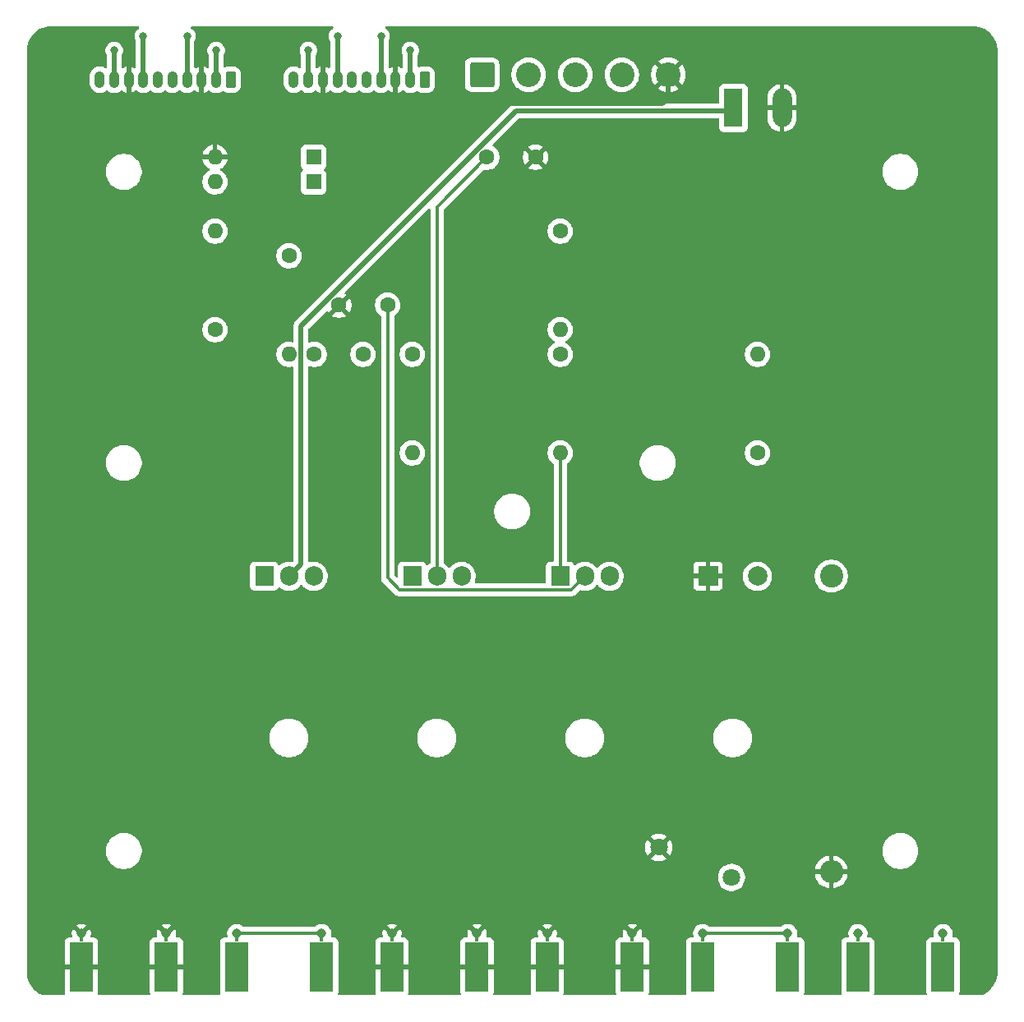
<source format=gbl>
G04 #@! TF.GenerationSoftware,KiCad,Pcbnew,9.0.0*
G04 #@! TF.CreationDate,2025-07-09T11:38:48-07:00*
G04 #@! TF.ProjectId,bipolar_current_driver_ADA4700-1,6269706f-6c61-4725-9f63-757272656e74,rev?*
G04 #@! TF.SameCoordinates,Original*
G04 #@! TF.FileFunction,Copper,L4,Bot*
G04 #@! TF.FilePolarity,Positive*
%FSLAX46Y46*%
G04 Gerber Fmt 4.6, Leading zero omitted, Abs format (unit mm)*
G04 Created by KiCad (PCBNEW 9.0.0) date 2025-07-09 11:38:48*
%MOMM*%
%LPD*%
G01*
G04 APERTURE LIST*
G04 Aperture macros list*
%AMRoundRect*
0 Rectangle with rounded corners*
0 $1 Rounding radius*
0 $2 $3 $4 $5 $6 $7 $8 $9 X,Y pos of 4 corners*
0 Add a 4 corners polygon primitive as box body*
4,1,4,$2,$3,$4,$5,$6,$7,$8,$9,$2,$3,0*
0 Add four circle primitives for the rounded corners*
1,1,$1+$1,$2,$3*
1,1,$1+$1,$4,$5*
1,1,$1+$1,$6,$7*
1,1,$1+$1,$8,$9*
0 Add four rect primitives between the rounded corners*
20,1,$1+$1,$2,$3,$4,$5,0*
20,1,$1+$1,$4,$5,$6,$7,0*
20,1,$1+$1,$6,$7,$8,$9,0*
20,1,$1+$1,$8,$9,$2,$3,0*%
G04 Aperture macros list end*
G04 #@! TA.AperFunction,ComponentPad*
%ADD10C,1.600000*%
G04 #@! TD*
G04 #@! TA.AperFunction,SMDPad,CuDef*
%ADD11R,2.420000X5.080000*%
G04 #@! TD*
G04 #@! TA.AperFunction,SMDPad,CuDef*
%ADD12R,0.460000X0.950000*%
G04 #@! TD*
G04 #@! TA.AperFunction,ComponentPad*
%ADD13C,0.970000*%
G04 #@! TD*
G04 #@! TA.AperFunction,ComponentPad*
%ADD14RoundRect,0.249999X-1.025001X-1.025001X1.025001X-1.025001X1.025001X1.025001X-1.025001X1.025001X0*%
G04 #@! TD*
G04 #@! TA.AperFunction,ComponentPad*
%ADD15C,2.550000*%
G04 #@! TD*
G04 #@! TA.AperFunction,ComponentPad*
%ADD16RoundRect,0.250000X0.265000X0.615000X-0.265000X0.615000X-0.265000X-0.615000X0.265000X-0.615000X0*%
G04 #@! TD*
G04 #@! TA.AperFunction,ComponentPad*
%ADD17O,1.030000X1.730000*%
G04 #@! TD*
G04 #@! TA.AperFunction,ComponentPad*
%ADD18O,1.600000X1.600000*%
G04 #@! TD*
G04 #@! TA.AperFunction,ComponentPad*
%ADD19R,1.905000X2.000000*%
G04 #@! TD*
G04 #@! TA.AperFunction,ComponentPad*
%ADD20O,1.905000X2.000000*%
G04 #@! TD*
G04 #@! TA.AperFunction,ComponentPad*
%ADD21R,2.000000X2.000000*%
G04 #@! TD*
G04 #@! TA.AperFunction,ComponentPad*
%ADD22C,2.000000*%
G04 #@! TD*
G04 #@! TA.AperFunction,ComponentPad*
%ADD23C,1.800000*%
G04 #@! TD*
G04 #@! TA.AperFunction,ComponentPad*
%ADD24C,2.400000*%
G04 #@! TD*
G04 #@! TA.AperFunction,ComponentPad*
%ADD25O,2.400000X2.400000*%
G04 #@! TD*
G04 #@! TA.AperFunction,ComponentPad*
%ADD26R,1.600000X1.600000*%
G04 #@! TD*
G04 #@! TA.AperFunction,ComponentPad*
%ADD27R,1.980000X3.960000*%
G04 #@! TD*
G04 #@! TA.AperFunction,ComponentPad*
%ADD28O,1.980000X3.960000*%
G04 #@! TD*
G04 #@! TA.AperFunction,ViaPad*
%ADD29C,0.800000*%
G04 #@! TD*
G04 #@! TA.AperFunction,Conductor*
%ADD30C,0.500000*%
G04 #@! TD*
G04 #@! TA.AperFunction,Conductor*
%ADD31C,0.350000*%
G04 #@! TD*
G04 APERTURE END LIST*
D10*
X137160000Y-78740000D03*
X132160000Y-78740000D03*
D11*
X185620000Y-146930000D03*
X194380000Y-146930000D03*
D12*
X185620000Y-143940000D03*
X194380000Y-143940000D03*
D13*
X185620000Y-143490000D03*
X194380000Y-143490000D03*
D14*
X146900000Y-55000000D03*
D15*
X151700000Y-55000000D03*
X156500000Y-55000000D03*
X161300000Y-55000000D03*
X166100000Y-55000000D03*
D16*
X141000000Y-55500000D03*
D17*
X139500000Y-55500000D03*
X138000000Y-55500000D03*
X136500000Y-55500000D03*
X135000000Y-55500000D03*
X133500000Y-55500000D03*
X132000000Y-55500000D03*
X130500000Y-55500000D03*
X129000000Y-55500000D03*
X127500000Y-55500000D03*
D10*
X154940000Y-71120000D03*
D18*
X154940000Y-81280000D03*
D19*
X154940000Y-106680000D03*
D20*
X157480000Y-106680000D03*
X160020000Y-106680000D03*
D21*
X170180000Y-106680000D03*
D22*
X175260000Y-106680000D03*
D11*
X137620000Y-146930000D03*
X146380000Y-146930000D03*
D12*
X137620000Y-143940000D03*
X146380000Y-143940000D03*
D13*
X137620000Y-143490000D03*
X146380000Y-143490000D03*
D10*
X154940000Y-83820000D03*
D18*
X154940000Y-93980000D03*
D19*
X124460000Y-106680000D03*
D20*
X127000000Y-106680000D03*
X129540000Y-106680000D03*
D10*
X129620000Y-83820000D03*
X134620000Y-83820000D03*
D23*
X172600000Y-137720000D03*
X165100000Y-134620000D03*
D24*
X182880000Y-106680000D03*
D25*
X182880000Y-137160000D03*
D11*
X121620000Y-146930000D03*
X130380000Y-146930000D03*
D12*
X121620000Y-143940000D03*
X130380000Y-143940000D03*
D13*
X121620000Y-143490000D03*
X130380000Y-143490000D03*
D10*
X127000000Y-73660000D03*
D18*
X127000000Y-83820000D03*
D10*
X139700000Y-83820000D03*
D18*
X139700000Y-93980000D03*
D19*
X139700000Y-106680000D03*
D20*
X142240000Y-106680000D03*
X144780000Y-106680000D03*
D16*
X121000000Y-55500000D03*
D17*
X119500000Y-55500000D03*
X118000000Y-55500000D03*
X116500000Y-55500000D03*
X115000000Y-55500000D03*
X113500000Y-55500000D03*
X112000000Y-55500000D03*
X110500000Y-55500000D03*
X109000000Y-55500000D03*
X107500000Y-55500000D03*
D11*
X153620000Y-146930000D03*
X162380000Y-146930000D03*
D12*
X153620000Y-143940000D03*
X162380000Y-143940000D03*
D13*
X153620000Y-143490000D03*
X162380000Y-143490000D03*
D10*
X119380000Y-81280000D03*
D18*
X119380000Y-71120000D03*
D10*
X175260000Y-93980000D03*
D18*
X175260000Y-83820000D03*
D11*
X169620000Y-146930000D03*
X178380000Y-146930000D03*
D12*
X169620000Y-143940000D03*
X178380000Y-143940000D03*
D13*
X169620000Y-143490000D03*
X178380000Y-143490000D03*
D26*
X129540000Y-63500000D03*
D18*
X119380000Y-63500000D03*
D27*
X172800000Y-58420000D03*
D28*
X177800000Y-58420000D03*
D11*
X105620000Y-146930000D03*
X114380000Y-146930000D03*
D12*
X105620000Y-143940000D03*
X114380000Y-143940000D03*
D13*
X105620000Y-143490000D03*
X114380000Y-143490000D03*
D10*
X147400000Y-63500000D03*
X152400000Y-63500000D03*
D26*
X129540000Y-66040000D03*
D18*
X119380000Y-66040000D03*
D29*
X136500000Y-51000000D03*
X112000000Y-51000000D03*
X116500000Y-51000000D03*
X132000000Y-51000000D03*
X129000000Y-52500000D03*
X109000000Y-52500000D03*
X119500000Y-52500000D03*
X139500000Y-52500000D03*
D30*
X165500000Y-58000000D02*
X166100000Y-57400000D01*
X118000000Y-57500000D02*
X118500000Y-58000000D01*
X110500000Y-57500000D02*
X111000000Y-58000000D01*
X130500000Y-57500000D02*
X131000000Y-58000000D01*
X117500000Y-58000000D02*
X118000000Y-57500000D01*
X118500000Y-58000000D02*
X130000000Y-58000000D01*
X110500000Y-55500000D02*
X110500000Y-57500000D01*
X138000000Y-57500000D02*
X138500000Y-58000000D01*
X137500000Y-58000000D02*
X138000000Y-57500000D01*
X130500000Y-55500000D02*
X130500000Y-57500000D01*
X130000000Y-58000000D02*
X130500000Y-57500000D01*
X138000000Y-55500000D02*
X138000000Y-57500000D01*
X138500000Y-58000000D02*
X165500000Y-58000000D01*
X131000000Y-58000000D02*
X137500000Y-58000000D01*
X166100000Y-57400000D02*
X166100000Y-55000000D01*
X111000000Y-58000000D02*
X117500000Y-58000000D01*
X118000000Y-55500000D02*
X118000000Y-57500000D01*
X116500000Y-51000000D02*
X116500000Y-55500000D01*
X136500000Y-51000000D02*
X136500000Y-55500000D01*
X112000000Y-51000000D02*
X112000000Y-55500000D01*
X132000000Y-51000000D02*
X132000000Y-55500000D01*
X129000000Y-52500000D02*
X129000000Y-55500000D01*
X139500000Y-52500000D02*
X139500000Y-55500000D01*
X119500000Y-52500000D02*
X119500000Y-55500000D01*
X109000000Y-52500000D02*
X109000000Y-55500000D01*
D31*
X147400000Y-63500000D02*
X142240000Y-68660000D01*
X142240000Y-68660000D02*
X142240000Y-106680000D01*
X137160000Y-78740000D02*
X137160000Y-106844500D01*
X138371500Y-108056000D02*
X156104000Y-108056000D01*
X156104000Y-108056000D02*
X157480000Y-106680000D01*
X137160000Y-106844500D02*
X138371500Y-108056000D01*
X130380000Y-143490000D02*
X121620000Y-143490000D01*
X169620000Y-143490000D02*
X178380000Y-143490000D01*
X154940000Y-93980000D02*
X154940000Y-106680000D01*
D30*
X128251000Y-80879818D02*
X150429818Y-58701000D01*
X150429818Y-58701000D02*
X172519000Y-58701000D01*
X128251000Y-105429000D02*
X128251000Y-80879818D01*
X127000000Y-106680000D02*
X128251000Y-105429000D01*
X172519000Y-58701000D02*
X172800000Y-58420000D01*
G04 #@! TA.AperFunction,Conductor*
G36*
X111533265Y-50020185D02*
G01*
X111579020Y-50072989D01*
X111588964Y-50142147D01*
X111559939Y-50205703D01*
X111535117Y-50227602D01*
X111425965Y-50300535D01*
X111425961Y-50300538D01*
X111300538Y-50425961D01*
X111300535Y-50425965D01*
X111201990Y-50573446D01*
X111201983Y-50573459D01*
X111134106Y-50737332D01*
X111134103Y-50737341D01*
X111099500Y-50911304D01*
X111099500Y-51088695D01*
X111134103Y-51262658D01*
X111134106Y-51262667D01*
X111201984Y-51426542D01*
X111201985Y-51426543D01*
X111201987Y-51426547D01*
X111228602Y-51466378D01*
X111249480Y-51533055D01*
X111249500Y-51535269D01*
X111249500Y-54198081D01*
X111229815Y-54265120D01*
X111177011Y-54310875D01*
X111107853Y-54320819D01*
X111056610Y-54301184D01*
X110980787Y-54250521D01*
X110980780Y-54250517D01*
X110796065Y-54174006D01*
X110796057Y-54174004D01*
X110750000Y-54164842D01*
X110750000Y-55233811D01*
X110724116Y-55207927D01*
X110640885Y-55159874D01*
X110548053Y-55135000D01*
X110451947Y-55135000D01*
X110359115Y-55159874D01*
X110275884Y-55207927D01*
X110250000Y-55233811D01*
X110250000Y-54164843D01*
X110249999Y-54164842D01*
X110203942Y-54174004D01*
X110203934Y-54174006D01*
X110019219Y-54250517D01*
X110019212Y-54250521D01*
X109943390Y-54301184D01*
X109876713Y-54322061D01*
X109809333Y-54303576D01*
X109762643Y-54251597D01*
X109750500Y-54198081D01*
X109750500Y-53035269D01*
X109770185Y-52968230D01*
X109771398Y-52966378D01*
X109798013Y-52926547D01*
X109865894Y-52762666D01*
X109900500Y-52588691D01*
X109900500Y-52411309D01*
X109900500Y-52411306D01*
X109900499Y-52411304D01*
X109865896Y-52237341D01*
X109865893Y-52237332D01*
X109860133Y-52223427D01*
X109848923Y-52196363D01*
X109798016Y-52073459D01*
X109798009Y-52073446D01*
X109699464Y-51925965D01*
X109699461Y-51925961D01*
X109574038Y-51800538D01*
X109574034Y-51800535D01*
X109426553Y-51701990D01*
X109426540Y-51701983D01*
X109262667Y-51634106D01*
X109262658Y-51634103D01*
X109088694Y-51599500D01*
X109088691Y-51599500D01*
X108911309Y-51599500D01*
X108911306Y-51599500D01*
X108737341Y-51634103D01*
X108737332Y-51634106D01*
X108573459Y-51701983D01*
X108573446Y-51701990D01*
X108425965Y-51800535D01*
X108425961Y-51800538D01*
X108300538Y-51925961D01*
X108300535Y-51925965D01*
X108201990Y-52073446D01*
X108201983Y-52073459D01*
X108134106Y-52237332D01*
X108134103Y-52237341D01*
X108099500Y-52411304D01*
X108099500Y-52588695D01*
X108134103Y-52762658D01*
X108134106Y-52762667D01*
X108201984Y-52926542D01*
X108201985Y-52926543D01*
X108201987Y-52926547D01*
X108228602Y-52966378D01*
X108249480Y-53033055D01*
X108249500Y-53035269D01*
X108249500Y-54197479D01*
X108229815Y-54264518D01*
X108177011Y-54310273D01*
X108107853Y-54320217D01*
X108056610Y-54300581D01*
X107981031Y-54250081D01*
X107981013Y-54250071D01*
X107796215Y-54173526D01*
X107796203Y-54173523D01*
X107600022Y-54134500D01*
X107600018Y-54134500D01*
X107399982Y-54134500D01*
X107399977Y-54134500D01*
X107203796Y-54173523D01*
X107203784Y-54173526D01*
X107018986Y-54250071D01*
X107018973Y-54250078D01*
X106852656Y-54361208D01*
X106852652Y-54361211D01*
X106711211Y-54502652D01*
X106711208Y-54502656D01*
X106600078Y-54668973D01*
X106600071Y-54668986D01*
X106523526Y-54853784D01*
X106523523Y-54853796D01*
X106484500Y-55049977D01*
X106484500Y-55950022D01*
X106523523Y-56146203D01*
X106523526Y-56146215D01*
X106600071Y-56331013D01*
X106600078Y-56331026D01*
X106711208Y-56497343D01*
X106711211Y-56497347D01*
X106852652Y-56638788D01*
X106852656Y-56638791D01*
X107018973Y-56749921D01*
X107018986Y-56749928D01*
X107202625Y-56825993D01*
X107203789Y-56826475D01*
X107347185Y-56854998D01*
X107399977Y-56865499D01*
X107399981Y-56865500D01*
X107399982Y-56865500D01*
X107600019Y-56865500D01*
X107600020Y-56865499D01*
X107796211Y-56826475D01*
X107981020Y-56749925D01*
X108147344Y-56638791D01*
X108162318Y-56623816D01*
X108223639Y-56590331D01*
X108293331Y-56595314D01*
X108337681Y-56623816D01*
X108352264Y-56638399D01*
X108352657Y-56638792D01*
X108518973Y-56749921D01*
X108518986Y-56749928D01*
X108702625Y-56825993D01*
X108703789Y-56826475D01*
X108847185Y-56854998D01*
X108899977Y-56865499D01*
X108899981Y-56865500D01*
X108899982Y-56865500D01*
X109100019Y-56865500D01*
X109100020Y-56865499D01*
X109296211Y-56826475D01*
X109481020Y-56749925D01*
X109647344Y-56638791D01*
X109662671Y-56623463D01*
X109723989Y-56589978D01*
X109793681Y-56594959D01*
X109838034Y-56623462D01*
X109852971Y-56638399D01*
X109852975Y-56638402D01*
X110019210Y-56749477D01*
X110019223Y-56749484D01*
X110203929Y-56825991D01*
X110203936Y-56825993D01*
X110250000Y-56835155D01*
X110250000Y-55766189D01*
X110275884Y-55792073D01*
X110359115Y-55840126D01*
X110451947Y-55865000D01*
X110548053Y-55865000D01*
X110640885Y-55840126D01*
X110724116Y-55792073D01*
X110750000Y-55766189D01*
X110750000Y-56835154D01*
X110796063Y-56825993D01*
X110796070Y-56825991D01*
X110980776Y-56749484D01*
X110980789Y-56749477D01*
X111147023Y-56638403D01*
X111161962Y-56623464D01*
X111223285Y-56589977D01*
X111292977Y-56594960D01*
X111337329Y-56623464D01*
X111352653Y-56638789D01*
X111352656Y-56638791D01*
X111518973Y-56749921D01*
X111518986Y-56749928D01*
X111702625Y-56825993D01*
X111703789Y-56826475D01*
X111847185Y-56854998D01*
X111899977Y-56865499D01*
X111899981Y-56865500D01*
X111899982Y-56865500D01*
X112100019Y-56865500D01*
X112100020Y-56865499D01*
X112296211Y-56826475D01*
X112481020Y-56749925D01*
X112647344Y-56638791D01*
X112662318Y-56623816D01*
X112723639Y-56590331D01*
X112793331Y-56595314D01*
X112837681Y-56623816D01*
X112852264Y-56638399D01*
X112852657Y-56638792D01*
X113018973Y-56749921D01*
X113018986Y-56749928D01*
X113202625Y-56825993D01*
X113203789Y-56826475D01*
X113347185Y-56854998D01*
X113399977Y-56865499D01*
X113399981Y-56865500D01*
X113399982Y-56865500D01*
X113600019Y-56865500D01*
X113600020Y-56865499D01*
X113796211Y-56826475D01*
X113981020Y-56749925D01*
X114147344Y-56638791D01*
X114162318Y-56623816D01*
X114223639Y-56590331D01*
X114293331Y-56595314D01*
X114337681Y-56623816D01*
X114352264Y-56638399D01*
X114352657Y-56638792D01*
X114518973Y-56749921D01*
X114518986Y-56749928D01*
X114702625Y-56825993D01*
X114703789Y-56826475D01*
X114847185Y-56854998D01*
X114899977Y-56865499D01*
X114899981Y-56865500D01*
X114899982Y-56865500D01*
X115100019Y-56865500D01*
X115100020Y-56865499D01*
X115296211Y-56826475D01*
X115481020Y-56749925D01*
X115647344Y-56638791D01*
X115662318Y-56623816D01*
X115723639Y-56590331D01*
X115793331Y-56595314D01*
X115837681Y-56623816D01*
X115852264Y-56638399D01*
X115852657Y-56638792D01*
X116018973Y-56749921D01*
X116018986Y-56749928D01*
X116202625Y-56825993D01*
X116203789Y-56826475D01*
X116347185Y-56854998D01*
X116399977Y-56865499D01*
X116399981Y-56865500D01*
X116399982Y-56865500D01*
X116600019Y-56865500D01*
X116600020Y-56865499D01*
X116796211Y-56826475D01*
X116981020Y-56749925D01*
X117147344Y-56638791D01*
X117162671Y-56623463D01*
X117223989Y-56589978D01*
X117293681Y-56594959D01*
X117338034Y-56623462D01*
X117352971Y-56638399D01*
X117352975Y-56638402D01*
X117519210Y-56749477D01*
X117519223Y-56749484D01*
X117703929Y-56825991D01*
X117703936Y-56825993D01*
X117750000Y-56835155D01*
X117750000Y-55766189D01*
X117775884Y-55792073D01*
X117859115Y-55840126D01*
X117951947Y-55865000D01*
X118048053Y-55865000D01*
X118140885Y-55840126D01*
X118224116Y-55792073D01*
X118250000Y-55766189D01*
X118250000Y-56835155D01*
X118296063Y-56825993D01*
X118296070Y-56825991D01*
X118480776Y-56749484D01*
X118480789Y-56749477D01*
X118647023Y-56638403D01*
X118661962Y-56623464D01*
X118723285Y-56589977D01*
X118792977Y-56594960D01*
X118837329Y-56623464D01*
X118852653Y-56638789D01*
X118852656Y-56638791D01*
X119018973Y-56749921D01*
X119018986Y-56749928D01*
X119202625Y-56825993D01*
X119203789Y-56826475D01*
X119347185Y-56854998D01*
X119399977Y-56865499D01*
X119399981Y-56865500D01*
X119399982Y-56865500D01*
X119600019Y-56865500D01*
X119600020Y-56865499D01*
X119796211Y-56826475D01*
X119981020Y-56749925D01*
X120092751Y-56675268D01*
X120159427Y-56654391D01*
X120226807Y-56672875D01*
X120249322Y-56690690D01*
X120266344Y-56707712D01*
X120415666Y-56799814D01*
X120582203Y-56854999D01*
X120684991Y-56865500D01*
X121315008Y-56865499D01*
X121315016Y-56865498D01*
X121315019Y-56865498D01*
X121388086Y-56858034D01*
X121417797Y-56854999D01*
X121584334Y-56799814D01*
X121733656Y-56707712D01*
X121857712Y-56583656D01*
X121949814Y-56434334D01*
X122004999Y-56267797D01*
X122015500Y-56165009D01*
X122015499Y-54834992D01*
X122004999Y-54732203D01*
X121949814Y-54565666D01*
X121857712Y-54416344D01*
X121733656Y-54292288D01*
X121589389Y-54203304D01*
X121584336Y-54200187D01*
X121584331Y-54200185D01*
X121582862Y-54199698D01*
X121417797Y-54145001D01*
X121417795Y-54145000D01*
X121315010Y-54134500D01*
X120684998Y-54134500D01*
X120684980Y-54134501D01*
X120582203Y-54145000D01*
X120582200Y-54145001D01*
X120413504Y-54200902D01*
X120343676Y-54203304D01*
X120283634Y-54167572D01*
X120252441Y-54105052D01*
X120250500Y-54083196D01*
X120250500Y-53035269D01*
X120270185Y-52968230D01*
X120271398Y-52966378D01*
X120298013Y-52926547D01*
X120365894Y-52762666D01*
X120400500Y-52588691D01*
X120400500Y-52411309D01*
X120400500Y-52411306D01*
X120400499Y-52411304D01*
X120365896Y-52237341D01*
X120365893Y-52237332D01*
X120360133Y-52223427D01*
X120348923Y-52196363D01*
X120298016Y-52073459D01*
X120298009Y-52073446D01*
X120199464Y-51925965D01*
X120199461Y-51925961D01*
X120074038Y-51800538D01*
X120074034Y-51800535D01*
X119926553Y-51701990D01*
X119926540Y-51701983D01*
X119762667Y-51634106D01*
X119762658Y-51634103D01*
X119588694Y-51599500D01*
X119588691Y-51599500D01*
X119411309Y-51599500D01*
X119411306Y-51599500D01*
X119237341Y-51634103D01*
X119237332Y-51634106D01*
X119073459Y-51701983D01*
X119073446Y-51701990D01*
X118925965Y-51800535D01*
X118925961Y-51800538D01*
X118800538Y-51925961D01*
X118800535Y-51925965D01*
X118701990Y-52073446D01*
X118701983Y-52073459D01*
X118634106Y-52237332D01*
X118634103Y-52237341D01*
X118599500Y-52411304D01*
X118599500Y-52588695D01*
X118634103Y-52762658D01*
X118634106Y-52762667D01*
X118701984Y-52926542D01*
X118701985Y-52926543D01*
X118701987Y-52926547D01*
X118728602Y-52966378D01*
X118749480Y-53033055D01*
X118749500Y-53035269D01*
X118749500Y-54198081D01*
X118729815Y-54265120D01*
X118677011Y-54310875D01*
X118607853Y-54320819D01*
X118556610Y-54301184D01*
X118480787Y-54250521D01*
X118480780Y-54250517D01*
X118296065Y-54174006D01*
X118296057Y-54174004D01*
X118250000Y-54164842D01*
X118250000Y-55233811D01*
X118224116Y-55207927D01*
X118140885Y-55159874D01*
X118048053Y-55135000D01*
X117951947Y-55135000D01*
X117859115Y-55159874D01*
X117775884Y-55207927D01*
X117750000Y-55233811D01*
X117750000Y-54164843D01*
X117749999Y-54164842D01*
X117703942Y-54174004D01*
X117703934Y-54174006D01*
X117519219Y-54250517D01*
X117519212Y-54250521D01*
X117443390Y-54301184D01*
X117376713Y-54322061D01*
X117309333Y-54303576D01*
X117262643Y-54251597D01*
X117250500Y-54198081D01*
X117250500Y-51535269D01*
X117270185Y-51468230D01*
X117271398Y-51466378D01*
X117298013Y-51426547D01*
X117365894Y-51262666D01*
X117400500Y-51088691D01*
X117400500Y-50911309D01*
X117400500Y-50911306D01*
X117400499Y-50911304D01*
X117365896Y-50737341D01*
X117365893Y-50737332D01*
X117298016Y-50573459D01*
X117298009Y-50573446D01*
X117199464Y-50425965D01*
X117199461Y-50425961D01*
X117074038Y-50300538D01*
X117074034Y-50300535D01*
X116964883Y-50227602D01*
X116920078Y-50173990D01*
X116911371Y-50104665D01*
X116941526Y-50041637D01*
X117000969Y-50004918D01*
X117033774Y-50000500D01*
X131466226Y-50000500D01*
X131533265Y-50020185D01*
X131579020Y-50072989D01*
X131588964Y-50142147D01*
X131559939Y-50205703D01*
X131535117Y-50227602D01*
X131425965Y-50300535D01*
X131425961Y-50300538D01*
X131300538Y-50425961D01*
X131300535Y-50425965D01*
X131201990Y-50573446D01*
X131201983Y-50573459D01*
X131134106Y-50737332D01*
X131134103Y-50737341D01*
X131099500Y-50911304D01*
X131099500Y-51088695D01*
X131134103Y-51262658D01*
X131134106Y-51262667D01*
X131201984Y-51426542D01*
X131201985Y-51426543D01*
X131201987Y-51426547D01*
X131228602Y-51466378D01*
X131249480Y-51533055D01*
X131249500Y-51535269D01*
X131249500Y-54198081D01*
X131229815Y-54265120D01*
X131177011Y-54310875D01*
X131107853Y-54320819D01*
X131056610Y-54301184D01*
X130980787Y-54250521D01*
X130980780Y-54250517D01*
X130796065Y-54174006D01*
X130796057Y-54174004D01*
X130750000Y-54164842D01*
X130750000Y-55233811D01*
X130724116Y-55207927D01*
X130640885Y-55159874D01*
X130548053Y-55135000D01*
X130451947Y-55135000D01*
X130359115Y-55159874D01*
X130275884Y-55207927D01*
X130250000Y-55233811D01*
X130250000Y-54164843D01*
X130249999Y-54164842D01*
X130203942Y-54174004D01*
X130203934Y-54174006D01*
X130019219Y-54250517D01*
X130019212Y-54250521D01*
X129943390Y-54301184D01*
X129876713Y-54322061D01*
X129809333Y-54303576D01*
X129762643Y-54251597D01*
X129750500Y-54198081D01*
X129750500Y-53035269D01*
X129770185Y-52968230D01*
X129771398Y-52966378D01*
X129798013Y-52926547D01*
X129865894Y-52762666D01*
X129900500Y-52588691D01*
X129900500Y-52411309D01*
X129900500Y-52411306D01*
X129900499Y-52411304D01*
X129865896Y-52237341D01*
X129865893Y-52237332D01*
X129860133Y-52223427D01*
X129848923Y-52196363D01*
X129798016Y-52073459D01*
X129798009Y-52073446D01*
X129699464Y-51925965D01*
X129699461Y-51925961D01*
X129574038Y-51800538D01*
X129574034Y-51800535D01*
X129426553Y-51701990D01*
X129426540Y-51701983D01*
X129262667Y-51634106D01*
X129262658Y-51634103D01*
X129088694Y-51599500D01*
X129088691Y-51599500D01*
X128911309Y-51599500D01*
X128911306Y-51599500D01*
X128737341Y-51634103D01*
X128737332Y-51634106D01*
X128573459Y-51701983D01*
X128573446Y-51701990D01*
X128425965Y-51800535D01*
X128425961Y-51800538D01*
X128300538Y-51925961D01*
X128300535Y-51925965D01*
X128201990Y-52073446D01*
X128201983Y-52073459D01*
X128134106Y-52237332D01*
X128134103Y-52237341D01*
X128099500Y-52411304D01*
X128099500Y-52588695D01*
X128134103Y-52762658D01*
X128134106Y-52762667D01*
X128201984Y-52926542D01*
X128201985Y-52926543D01*
X128201987Y-52926547D01*
X128228602Y-52966378D01*
X128249480Y-53033055D01*
X128249500Y-53035269D01*
X128249500Y-54197479D01*
X128229815Y-54264518D01*
X128177011Y-54310273D01*
X128107853Y-54320217D01*
X128056610Y-54300581D01*
X127981031Y-54250081D01*
X127981013Y-54250071D01*
X127796215Y-54173526D01*
X127796203Y-54173523D01*
X127600022Y-54134500D01*
X127600018Y-54134500D01*
X127399982Y-54134500D01*
X127399977Y-54134500D01*
X127203796Y-54173523D01*
X127203784Y-54173526D01*
X127018986Y-54250071D01*
X127018973Y-54250078D01*
X126852656Y-54361208D01*
X126852652Y-54361211D01*
X126711211Y-54502652D01*
X126711208Y-54502656D01*
X126600078Y-54668973D01*
X126600071Y-54668986D01*
X126523526Y-54853784D01*
X126523523Y-54853796D01*
X126484500Y-55049977D01*
X126484500Y-55950022D01*
X126523523Y-56146203D01*
X126523526Y-56146215D01*
X126600071Y-56331013D01*
X126600078Y-56331026D01*
X126711208Y-56497343D01*
X126711211Y-56497347D01*
X126852652Y-56638788D01*
X126852656Y-56638791D01*
X127018973Y-56749921D01*
X127018986Y-56749928D01*
X127202625Y-56825993D01*
X127203789Y-56826475D01*
X127347185Y-56854998D01*
X127399977Y-56865499D01*
X127399981Y-56865500D01*
X127399982Y-56865500D01*
X127600019Y-56865500D01*
X127600020Y-56865499D01*
X127796211Y-56826475D01*
X127981020Y-56749925D01*
X128147344Y-56638791D01*
X128162318Y-56623816D01*
X128223639Y-56590331D01*
X128293331Y-56595314D01*
X128337681Y-56623816D01*
X128352264Y-56638399D01*
X128352657Y-56638792D01*
X128518973Y-56749921D01*
X128518986Y-56749928D01*
X128702625Y-56825993D01*
X128703789Y-56826475D01*
X128847185Y-56854998D01*
X128899977Y-56865499D01*
X128899981Y-56865500D01*
X128899982Y-56865500D01*
X129100019Y-56865500D01*
X129100020Y-56865499D01*
X129296211Y-56826475D01*
X129481020Y-56749925D01*
X129647344Y-56638791D01*
X129662671Y-56623463D01*
X129723989Y-56589978D01*
X129793681Y-56594959D01*
X129838034Y-56623462D01*
X129852971Y-56638399D01*
X129852975Y-56638402D01*
X130019210Y-56749477D01*
X130019223Y-56749484D01*
X130203929Y-56825991D01*
X130203936Y-56825993D01*
X130250000Y-56835155D01*
X130250000Y-55766189D01*
X130275884Y-55792073D01*
X130359115Y-55840126D01*
X130451947Y-55865000D01*
X130548053Y-55865000D01*
X130640885Y-55840126D01*
X130724116Y-55792073D01*
X130750000Y-55766189D01*
X130750000Y-56835155D01*
X130796063Y-56825993D01*
X130796070Y-56825991D01*
X130980776Y-56749484D01*
X130980789Y-56749477D01*
X131147023Y-56638403D01*
X131161962Y-56623464D01*
X131223285Y-56589977D01*
X131292977Y-56594960D01*
X131337329Y-56623464D01*
X131352653Y-56638789D01*
X131352656Y-56638791D01*
X131518973Y-56749921D01*
X131518986Y-56749928D01*
X131702625Y-56825993D01*
X131703789Y-56826475D01*
X131847185Y-56854998D01*
X131899977Y-56865499D01*
X131899981Y-56865500D01*
X131899982Y-56865500D01*
X132100019Y-56865500D01*
X132100020Y-56865499D01*
X132296211Y-56826475D01*
X132481020Y-56749925D01*
X132647344Y-56638791D01*
X132662318Y-56623816D01*
X132723639Y-56590331D01*
X132793331Y-56595314D01*
X132837681Y-56623816D01*
X132852264Y-56638399D01*
X132852657Y-56638792D01*
X133018973Y-56749921D01*
X133018986Y-56749928D01*
X133202625Y-56825993D01*
X133203789Y-56826475D01*
X133347185Y-56854998D01*
X133399977Y-56865499D01*
X133399981Y-56865500D01*
X133399982Y-56865500D01*
X133600019Y-56865500D01*
X133600020Y-56865499D01*
X133796211Y-56826475D01*
X133981020Y-56749925D01*
X134147344Y-56638791D01*
X134162318Y-56623816D01*
X134223639Y-56590331D01*
X134293331Y-56595314D01*
X134337681Y-56623816D01*
X134352264Y-56638399D01*
X134352657Y-56638792D01*
X134518973Y-56749921D01*
X134518986Y-56749928D01*
X134702625Y-56825993D01*
X134703789Y-56826475D01*
X134847185Y-56854998D01*
X134899977Y-56865499D01*
X134899981Y-56865500D01*
X134899982Y-56865500D01*
X135100019Y-56865500D01*
X135100020Y-56865499D01*
X135296211Y-56826475D01*
X135481020Y-56749925D01*
X135647344Y-56638791D01*
X135662318Y-56623816D01*
X135723639Y-56590331D01*
X135793331Y-56595314D01*
X135837681Y-56623816D01*
X135852264Y-56638399D01*
X135852657Y-56638792D01*
X136018973Y-56749921D01*
X136018986Y-56749928D01*
X136202625Y-56825993D01*
X136203789Y-56826475D01*
X136347185Y-56854998D01*
X136399977Y-56865499D01*
X136399981Y-56865500D01*
X136399982Y-56865500D01*
X136600019Y-56865500D01*
X136600020Y-56865499D01*
X136796211Y-56826475D01*
X136981020Y-56749925D01*
X137147344Y-56638791D01*
X137162671Y-56623463D01*
X137223989Y-56589978D01*
X137293681Y-56594959D01*
X137338034Y-56623462D01*
X137352971Y-56638399D01*
X137352975Y-56638402D01*
X137519210Y-56749477D01*
X137519223Y-56749484D01*
X137703929Y-56825991D01*
X137703936Y-56825993D01*
X137750000Y-56835155D01*
X137750000Y-55766189D01*
X137775884Y-55792073D01*
X137859115Y-55840126D01*
X137951947Y-55865000D01*
X138048053Y-55865000D01*
X138140885Y-55840126D01*
X138224116Y-55792073D01*
X138250000Y-55766189D01*
X138250000Y-56835155D01*
X138296063Y-56825993D01*
X138296070Y-56825991D01*
X138480776Y-56749484D01*
X138480789Y-56749477D01*
X138647023Y-56638403D01*
X138661962Y-56623464D01*
X138723285Y-56589977D01*
X138792977Y-56594960D01*
X138837329Y-56623464D01*
X138852653Y-56638789D01*
X138852656Y-56638791D01*
X139018973Y-56749921D01*
X139018986Y-56749928D01*
X139202625Y-56825993D01*
X139203789Y-56826475D01*
X139347185Y-56854998D01*
X139399977Y-56865499D01*
X139399981Y-56865500D01*
X139399982Y-56865500D01*
X139600019Y-56865500D01*
X139600020Y-56865499D01*
X139796211Y-56826475D01*
X139981020Y-56749925D01*
X140092751Y-56675268D01*
X140159427Y-56654391D01*
X140226807Y-56672875D01*
X140249322Y-56690690D01*
X140266344Y-56707712D01*
X140415666Y-56799814D01*
X140582203Y-56854999D01*
X140684991Y-56865500D01*
X141315008Y-56865499D01*
X141315016Y-56865498D01*
X141315019Y-56865498D01*
X141388086Y-56858034D01*
X141417797Y-56854999D01*
X141584334Y-56799814D01*
X141733656Y-56707712D01*
X141857712Y-56583656D01*
X141949814Y-56434334D01*
X142004999Y-56267797D01*
X142015500Y-56165009D01*
X142015499Y-54834992D01*
X142004999Y-54732203D01*
X141949814Y-54565666D01*
X141857712Y-54416344D01*
X141733656Y-54292288D01*
X141589389Y-54203304D01*
X141584336Y-54200187D01*
X141584331Y-54200185D01*
X141582862Y-54199698D01*
X141417797Y-54145001D01*
X141417795Y-54145000D01*
X141315010Y-54134500D01*
X140684998Y-54134500D01*
X140684980Y-54134501D01*
X140582203Y-54145000D01*
X140582200Y-54145001D01*
X140413504Y-54200902D01*
X140385039Y-54201881D01*
X140356853Y-54205934D01*
X140350574Y-54203066D01*
X140343676Y-54203304D01*
X140319204Y-54188740D01*
X140293297Y-54176909D01*
X140289564Y-54171101D01*
X140283634Y-54167572D01*
X140270920Y-54142089D01*
X140255523Y-54118131D01*
X140254128Y-54108435D01*
X140252441Y-54105052D01*
X140250500Y-54083196D01*
X140250500Y-53924982D01*
X145124500Y-53924982D01*
X145124500Y-56075017D01*
X145135000Y-56177796D01*
X145185774Y-56331020D01*
X145190186Y-56344335D01*
X145282288Y-56493656D01*
X145406344Y-56617712D01*
X145555665Y-56709814D01*
X145722202Y-56764999D01*
X145824990Y-56775500D01*
X145824995Y-56775500D01*
X147975005Y-56775500D01*
X147975010Y-56775500D01*
X148077798Y-56764999D01*
X148244335Y-56709814D01*
X148393656Y-56617712D01*
X148517712Y-56493656D01*
X148609814Y-56344335D01*
X148664999Y-56177798D01*
X148675500Y-56075010D01*
X148675500Y-54883634D01*
X149924500Y-54883634D01*
X149924500Y-55116365D01*
X149924501Y-55116382D01*
X149954865Y-55347024D01*
X149954879Y-55347126D01*
X150008717Y-55548053D01*
X150015120Y-55571947D01*
X150104180Y-55786960D01*
X150104188Y-55786976D01*
X150220553Y-55988524D01*
X150220564Y-55988540D01*
X150362242Y-56173179D01*
X150362248Y-56173186D01*
X150526813Y-56337751D01*
X150526820Y-56337757D01*
X150597677Y-56392127D01*
X150711468Y-56479442D01*
X150711475Y-56479446D01*
X150913023Y-56595811D01*
X150913039Y-56595819D01*
X151128052Y-56684879D01*
X151128054Y-56684879D01*
X151128060Y-56684882D01*
X151352874Y-56745121D01*
X151583628Y-56775500D01*
X151583635Y-56775500D01*
X151816365Y-56775500D01*
X151816372Y-56775500D01*
X152047126Y-56745121D01*
X152271940Y-56684882D01*
X152383222Y-56638788D01*
X152486960Y-56595819D01*
X152486963Y-56595817D01*
X152486969Y-56595815D01*
X152688532Y-56479442D01*
X152873181Y-56337756D01*
X153037756Y-56173181D01*
X153179442Y-55988532D01*
X153295815Y-55786969D01*
X153384882Y-55571940D01*
X153445121Y-55347126D01*
X153475500Y-55116372D01*
X153475500Y-54883634D01*
X154724500Y-54883634D01*
X154724500Y-55116365D01*
X154724501Y-55116382D01*
X154754865Y-55347024D01*
X154754879Y-55347126D01*
X154808717Y-55548053D01*
X154815120Y-55571947D01*
X154904180Y-55786960D01*
X154904188Y-55786976D01*
X155020553Y-55988524D01*
X155020564Y-55988540D01*
X155162242Y-56173179D01*
X155162248Y-56173186D01*
X155326813Y-56337751D01*
X155326820Y-56337757D01*
X155397677Y-56392127D01*
X155511468Y-56479442D01*
X155511475Y-56479446D01*
X155713023Y-56595811D01*
X155713039Y-56595819D01*
X155928052Y-56684879D01*
X155928054Y-56684879D01*
X155928060Y-56684882D01*
X156152874Y-56745121D01*
X156383628Y-56775500D01*
X156383635Y-56775500D01*
X156616365Y-56775500D01*
X156616372Y-56775500D01*
X156847126Y-56745121D01*
X157071940Y-56684882D01*
X157183222Y-56638788D01*
X157286960Y-56595819D01*
X157286963Y-56595817D01*
X157286969Y-56595815D01*
X157488532Y-56479442D01*
X157673181Y-56337756D01*
X157837756Y-56173181D01*
X157979442Y-55988532D01*
X158095815Y-55786969D01*
X158184882Y-55571940D01*
X158245121Y-55347126D01*
X158275500Y-55116372D01*
X158275500Y-54883634D01*
X159524500Y-54883634D01*
X159524500Y-55116365D01*
X159524501Y-55116382D01*
X159554865Y-55347024D01*
X159554879Y-55347126D01*
X159608717Y-55548053D01*
X159615120Y-55571947D01*
X159704180Y-55786960D01*
X159704188Y-55786976D01*
X159820553Y-55988524D01*
X159820564Y-55988540D01*
X159962242Y-56173179D01*
X159962248Y-56173186D01*
X160126813Y-56337751D01*
X160126820Y-56337757D01*
X160197677Y-56392127D01*
X160311468Y-56479442D01*
X160311475Y-56479446D01*
X160513023Y-56595811D01*
X160513039Y-56595819D01*
X160728052Y-56684879D01*
X160728054Y-56684879D01*
X160728060Y-56684882D01*
X160952874Y-56745121D01*
X161183628Y-56775500D01*
X161183635Y-56775500D01*
X161416365Y-56775500D01*
X161416372Y-56775500D01*
X161647126Y-56745121D01*
X161871940Y-56684882D01*
X161983222Y-56638788D01*
X162086960Y-56595819D01*
X162086963Y-56595817D01*
X162086969Y-56595815D01*
X162288532Y-56479442D01*
X162473181Y-56337756D01*
X162479924Y-56331013D01*
X162527125Y-56283813D01*
X162637751Y-56173186D01*
X162637756Y-56173181D01*
X162779442Y-55988532D01*
X162895815Y-55786969D01*
X162984882Y-55571940D01*
X163045121Y-55347126D01*
X163075500Y-55116372D01*
X163075500Y-54883659D01*
X164325000Y-54883659D01*
X164325000Y-55116340D01*
X164355369Y-55347024D01*
X164415592Y-55571779D01*
X164504632Y-55786740D01*
X164504636Y-55786750D01*
X164620970Y-55988248D01*
X164680551Y-56065894D01*
X165403287Y-55343158D01*
X165413204Y-55367100D01*
X165498018Y-55494034D01*
X165605966Y-55601982D01*
X165732900Y-55686796D01*
X165756839Y-55696712D01*
X165034104Y-56419446D01*
X165034104Y-56419447D01*
X165111752Y-56479029D01*
X165313249Y-56595363D01*
X165313259Y-56595367D01*
X165528220Y-56684407D01*
X165752975Y-56744630D01*
X165983659Y-56775000D01*
X166216341Y-56775000D01*
X166447024Y-56744630D01*
X166671779Y-56684407D01*
X166886740Y-56595367D01*
X166886750Y-56595363D01*
X167088255Y-56479024D01*
X167165894Y-56419447D01*
X167165894Y-56419446D01*
X166443159Y-55696712D01*
X166467100Y-55686796D01*
X166594034Y-55601982D01*
X166701982Y-55494034D01*
X166786796Y-55367100D01*
X166796712Y-55343159D01*
X167519446Y-56065894D01*
X167519447Y-56065894D01*
X167579024Y-55988255D01*
X167695363Y-55786750D01*
X167695367Y-55786740D01*
X167784407Y-55571779D01*
X167844630Y-55347024D01*
X167875000Y-55116340D01*
X167875000Y-54883659D01*
X167844630Y-54652975D01*
X167784407Y-54428220D01*
X167695367Y-54213259D01*
X167695363Y-54213249D01*
X167579029Y-54011752D01*
X167519447Y-53934104D01*
X167519446Y-53934104D01*
X166796711Y-54656839D01*
X166786796Y-54632900D01*
X166701982Y-54505966D01*
X166594034Y-54398018D01*
X166467100Y-54313204D01*
X166443158Y-54303286D01*
X167165894Y-53580551D01*
X167088248Y-53520970D01*
X166886750Y-53404636D01*
X166886740Y-53404632D01*
X166671779Y-53315592D01*
X166447024Y-53255369D01*
X166216341Y-53225000D01*
X165983659Y-53225000D01*
X165752975Y-53255369D01*
X165528220Y-53315592D01*
X165313259Y-53404632D01*
X165313249Y-53404636D01*
X165111747Y-53520973D01*
X165034104Y-53580550D01*
X165034104Y-53580551D01*
X165756840Y-54303287D01*
X165732900Y-54313204D01*
X165605966Y-54398018D01*
X165498018Y-54505966D01*
X165413204Y-54632900D01*
X165403287Y-54656840D01*
X164680551Y-53934104D01*
X164680550Y-53934104D01*
X164620973Y-54011747D01*
X164504636Y-54213249D01*
X164504632Y-54213259D01*
X164415592Y-54428220D01*
X164355369Y-54652975D01*
X164325000Y-54883659D01*
X163075500Y-54883659D01*
X163075500Y-54883628D01*
X163045121Y-54652874D01*
X162984882Y-54428060D01*
X162980029Y-54416344D01*
X162895819Y-54213039D01*
X162895811Y-54213023D01*
X162779446Y-54011475D01*
X162779442Y-54011468D01*
X162637756Y-53826819D01*
X162637751Y-53826813D01*
X162473186Y-53662248D01*
X162473179Y-53662242D01*
X162288540Y-53520564D01*
X162288538Y-53520562D01*
X162288532Y-53520558D01*
X162288527Y-53520555D01*
X162288524Y-53520553D01*
X162086976Y-53404188D01*
X162086960Y-53404180D01*
X161871947Y-53315120D01*
X161778896Y-53290187D01*
X161647126Y-53254879D01*
X161647125Y-53254878D01*
X161647122Y-53254878D01*
X161416382Y-53224501D01*
X161416377Y-53224500D01*
X161416372Y-53224500D01*
X161183628Y-53224500D01*
X161183622Y-53224500D01*
X161183617Y-53224501D01*
X160952877Y-53254878D01*
X160728052Y-53315120D01*
X160513039Y-53404180D01*
X160513023Y-53404188D01*
X160311475Y-53520553D01*
X160311459Y-53520564D01*
X160126820Y-53662242D01*
X160126813Y-53662248D01*
X159962248Y-53826813D01*
X159962242Y-53826820D01*
X159820564Y-54011459D01*
X159820553Y-54011475D01*
X159704188Y-54213023D01*
X159704180Y-54213039D01*
X159615120Y-54428052D01*
X159554878Y-54652877D01*
X159524501Y-54883617D01*
X159524500Y-54883634D01*
X158275500Y-54883634D01*
X158275500Y-54883628D01*
X158245121Y-54652874D01*
X158184882Y-54428060D01*
X158180029Y-54416344D01*
X158095819Y-54213039D01*
X158095811Y-54213023D01*
X157979446Y-54011475D01*
X157979442Y-54011468D01*
X157837756Y-53826819D01*
X157837751Y-53826813D01*
X157673186Y-53662248D01*
X157673179Y-53662242D01*
X157488540Y-53520564D01*
X157488538Y-53520562D01*
X157488532Y-53520558D01*
X157488527Y-53520555D01*
X157488524Y-53520553D01*
X157286976Y-53404188D01*
X157286960Y-53404180D01*
X157071947Y-53315120D01*
X156978896Y-53290187D01*
X156847126Y-53254879D01*
X156847125Y-53254878D01*
X156847122Y-53254878D01*
X156616382Y-53224501D01*
X156616377Y-53224500D01*
X156616372Y-53224500D01*
X156383628Y-53224500D01*
X156383622Y-53224500D01*
X156383617Y-53224501D01*
X156152877Y-53254878D01*
X155928052Y-53315120D01*
X155713039Y-53404180D01*
X155713023Y-53404188D01*
X155511475Y-53520553D01*
X155511459Y-53520564D01*
X155326820Y-53662242D01*
X155326813Y-53662248D01*
X155162248Y-53826813D01*
X155162242Y-53826820D01*
X155020564Y-54011459D01*
X155020553Y-54011475D01*
X154904188Y-54213023D01*
X154904180Y-54213039D01*
X154815120Y-54428052D01*
X154754878Y-54652877D01*
X154724501Y-54883617D01*
X154724500Y-54883634D01*
X153475500Y-54883634D01*
X153475500Y-54883628D01*
X153445121Y-54652874D01*
X153384882Y-54428060D01*
X153380029Y-54416344D01*
X153295819Y-54213039D01*
X153295811Y-54213023D01*
X153179446Y-54011475D01*
X153179442Y-54011468D01*
X153037756Y-53826819D01*
X153037751Y-53826813D01*
X152873186Y-53662248D01*
X152873179Y-53662242D01*
X152688540Y-53520564D01*
X152688538Y-53520562D01*
X152688532Y-53520558D01*
X152688527Y-53520555D01*
X152688524Y-53520553D01*
X152486976Y-53404188D01*
X152486960Y-53404180D01*
X152271947Y-53315120D01*
X152178896Y-53290187D01*
X152047126Y-53254879D01*
X152047125Y-53254878D01*
X152047122Y-53254878D01*
X151816382Y-53224501D01*
X151816377Y-53224500D01*
X151816372Y-53224500D01*
X151583628Y-53224500D01*
X151583622Y-53224500D01*
X151583617Y-53224501D01*
X151352877Y-53254878D01*
X151128052Y-53315120D01*
X150913039Y-53404180D01*
X150913023Y-53404188D01*
X150711475Y-53520553D01*
X150711459Y-53520564D01*
X150526820Y-53662242D01*
X150526813Y-53662248D01*
X150362248Y-53826813D01*
X150362242Y-53826820D01*
X150220564Y-54011459D01*
X150220553Y-54011475D01*
X150104188Y-54213023D01*
X150104180Y-54213039D01*
X150015120Y-54428052D01*
X149954878Y-54652877D01*
X149924501Y-54883617D01*
X149924500Y-54883634D01*
X148675500Y-54883634D01*
X148675500Y-53924990D01*
X148664999Y-53822202D01*
X148609814Y-53655665D01*
X148517712Y-53506344D01*
X148393656Y-53382288D01*
X148285525Y-53315592D01*
X148244337Y-53290187D01*
X148244332Y-53290185D01*
X148242863Y-53289698D01*
X148077798Y-53235001D01*
X148077796Y-53235000D01*
X147975017Y-53224500D01*
X147975010Y-53224500D01*
X145824990Y-53224500D01*
X145824982Y-53224500D01*
X145722203Y-53235000D01*
X145722202Y-53235001D01*
X145660736Y-53255369D01*
X145555667Y-53290185D01*
X145555662Y-53290187D01*
X145406342Y-53382289D01*
X145282289Y-53506342D01*
X145190187Y-53655662D01*
X145190185Y-53655667D01*
X145162349Y-53739669D01*
X145135001Y-53822202D01*
X145135001Y-53822203D01*
X145135000Y-53822203D01*
X145124500Y-53924982D01*
X140250500Y-53924982D01*
X140250500Y-53035269D01*
X140270185Y-52968230D01*
X140271398Y-52966378D01*
X140298013Y-52926547D01*
X140365894Y-52762666D01*
X140400500Y-52588691D01*
X140400500Y-52411309D01*
X140400500Y-52411306D01*
X140400499Y-52411304D01*
X140365896Y-52237341D01*
X140365893Y-52237332D01*
X140360133Y-52223427D01*
X140348923Y-52196363D01*
X140298016Y-52073459D01*
X140298009Y-52073446D01*
X140199464Y-51925965D01*
X140199461Y-51925961D01*
X140074038Y-51800538D01*
X140074034Y-51800535D01*
X139926553Y-51701990D01*
X139926540Y-51701983D01*
X139762667Y-51634106D01*
X139762658Y-51634103D01*
X139588694Y-51599500D01*
X139588691Y-51599500D01*
X139411309Y-51599500D01*
X139411306Y-51599500D01*
X139237341Y-51634103D01*
X139237332Y-51634106D01*
X139073459Y-51701983D01*
X139073446Y-51701990D01*
X138925965Y-51800535D01*
X138925961Y-51800538D01*
X138800538Y-51925961D01*
X138800535Y-51925965D01*
X138701990Y-52073446D01*
X138701983Y-52073459D01*
X138634106Y-52237332D01*
X138634103Y-52237341D01*
X138599500Y-52411304D01*
X138599500Y-52588695D01*
X138634103Y-52762658D01*
X138634106Y-52762667D01*
X138701984Y-52926542D01*
X138701985Y-52926543D01*
X138701987Y-52926547D01*
X138728602Y-52966378D01*
X138749480Y-53033055D01*
X138749500Y-53035269D01*
X138749500Y-54198081D01*
X138729815Y-54265120D01*
X138677011Y-54310875D01*
X138607853Y-54320819D01*
X138556610Y-54301184D01*
X138480787Y-54250521D01*
X138480780Y-54250517D01*
X138296065Y-54174006D01*
X138296057Y-54174004D01*
X138250000Y-54164842D01*
X138250000Y-55233811D01*
X138224116Y-55207927D01*
X138140885Y-55159874D01*
X138048053Y-55135000D01*
X137951947Y-55135000D01*
X137859115Y-55159874D01*
X137775884Y-55207927D01*
X137750000Y-55233811D01*
X137750000Y-54164843D01*
X137749999Y-54164842D01*
X137703942Y-54174004D01*
X137703934Y-54174006D01*
X137519219Y-54250517D01*
X137519212Y-54250521D01*
X137443390Y-54301184D01*
X137376713Y-54322061D01*
X137309333Y-54303576D01*
X137262643Y-54251597D01*
X137250500Y-54198081D01*
X137250500Y-51535269D01*
X137270185Y-51468230D01*
X137271398Y-51466378D01*
X137298013Y-51426547D01*
X137365894Y-51262666D01*
X137400500Y-51088691D01*
X137400500Y-50911309D01*
X137400500Y-50911306D01*
X137400499Y-50911304D01*
X137365896Y-50737341D01*
X137365893Y-50737332D01*
X137298016Y-50573459D01*
X137298009Y-50573446D01*
X137199464Y-50425965D01*
X137199461Y-50425961D01*
X137074038Y-50300538D01*
X137074034Y-50300535D01*
X136964883Y-50227602D01*
X136920078Y-50173990D01*
X136911371Y-50104665D01*
X136941526Y-50041637D01*
X137000969Y-50004918D01*
X137033774Y-50000500D01*
X197496250Y-50000500D01*
X197503736Y-50000726D01*
X197767901Y-50016704D01*
X197776547Y-50017534D01*
X197838283Y-50025662D01*
X197844348Y-50026616D01*
X198072866Y-50068494D01*
X198082569Y-50070679D01*
X198135375Y-50084828D01*
X198140127Y-50086205D01*
X198319650Y-50142147D01*
X198370039Y-50157849D01*
X198380596Y-50161671D01*
X198415944Y-50176312D01*
X198419265Y-50177747D01*
X198654497Y-50283617D01*
X198654517Y-50283626D01*
X198665603Y-50289301D01*
X198666842Y-50290016D01*
X198668983Y-50291280D01*
X198913465Y-50439075D01*
X198925776Y-50447573D01*
X199028498Y-50528050D01*
X199151573Y-50624473D01*
X199162781Y-50634403D01*
X199365596Y-50837218D01*
X199375526Y-50848426D01*
X199552422Y-51074217D01*
X199560926Y-51086537D01*
X199562231Y-51088695D01*
X199708699Y-51330984D01*
X199709982Y-51333156D01*
X199710697Y-51334395D01*
X199716372Y-51345481D01*
X199822221Y-51580665D01*
X199823708Y-51584107D01*
X199838326Y-51619400D01*
X199842149Y-51629959D01*
X199913788Y-51859855D01*
X199915178Y-51864652D01*
X199929314Y-51917407D01*
X199931508Y-51927149D01*
X199973373Y-52155595D01*
X199974343Y-52161762D01*
X199982461Y-52223427D01*
X199983296Y-52232125D01*
X199999274Y-52496263D01*
X199999500Y-52503750D01*
X199999500Y-147496249D01*
X199999274Y-147503736D01*
X199983296Y-147767873D01*
X199982461Y-147776569D01*
X199982461Y-147776571D01*
X199974343Y-147838236D01*
X199973373Y-147844403D01*
X199931508Y-148072849D01*
X199929314Y-148082591D01*
X199915178Y-148135346D01*
X199913788Y-148140143D01*
X199842149Y-148370039D01*
X199838326Y-148380598D01*
X199823708Y-148415891D01*
X199822221Y-148419333D01*
X199716372Y-148654517D01*
X199710697Y-148665603D01*
X199709982Y-148666842D01*
X199708699Y-148669014D01*
X199560928Y-148913459D01*
X199552422Y-148925782D01*
X199375526Y-149151573D01*
X199365596Y-149162781D01*
X199162781Y-149365596D01*
X199151573Y-149375526D01*
X198925782Y-149552422D01*
X198913459Y-149560928D01*
X198669014Y-149708699D01*
X198666882Y-149709959D01*
X198665651Y-149710670D01*
X198654524Y-149716369D01*
X198419310Y-149822230D01*
X198415875Y-149823714D01*
X198380599Y-149838327D01*
X198370035Y-149842152D01*
X198351596Y-149847897D01*
X198330777Y-149854385D01*
X198293888Y-149860000D01*
X196157313Y-149860000D01*
X196090274Y-149840315D01*
X196044519Y-149787511D01*
X196034575Y-149718353D01*
X196041131Y-149692667D01*
X196084091Y-149577483D01*
X196086785Y-149552422D01*
X196090500Y-149517873D01*
X196090499Y-144342128D01*
X196084091Y-144282517D01*
X196065993Y-144233995D01*
X196033797Y-144147671D01*
X196033793Y-144147664D01*
X195947547Y-144032455D01*
X195947544Y-144032452D01*
X195832335Y-143946206D01*
X195832328Y-143946202D01*
X195697482Y-143895908D01*
X195697483Y-143895908D01*
X195637883Y-143889501D01*
X195637881Y-143889500D01*
X195637873Y-143889500D01*
X195637865Y-143889500D01*
X195456436Y-143889500D01*
X195389397Y-143869815D01*
X195343642Y-143817011D01*
X195333698Y-143747853D01*
X195334819Y-143741309D01*
X195365499Y-143587067D01*
X195365500Y-143587065D01*
X195365500Y-143392934D01*
X195327628Y-143202545D01*
X195327627Y-143202544D01*
X195327627Y-143202540D01*
X195253338Y-143023191D01*
X195145488Y-142861781D01*
X195145486Y-142861778D01*
X195008221Y-142724513D01*
X194847473Y-142617106D01*
X194846809Y-142616662D01*
X194667460Y-142542373D01*
X194667454Y-142542371D01*
X194477065Y-142504500D01*
X194477063Y-142504500D01*
X194282937Y-142504500D01*
X194282935Y-142504500D01*
X194092545Y-142542371D01*
X194092539Y-142542373D01*
X193913192Y-142616661D01*
X193751778Y-142724513D01*
X193614513Y-142861778D01*
X193506661Y-143023192D01*
X193432373Y-143202539D01*
X193432371Y-143202545D01*
X193394500Y-143392934D01*
X193394500Y-143587067D01*
X193425181Y-143741309D01*
X193418954Y-143810900D01*
X193376091Y-143866078D01*
X193310201Y-143889322D01*
X193303565Y-143889500D01*
X193122130Y-143889500D01*
X193122123Y-143889501D01*
X193062516Y-143895908D01*
X192927671Y-143946202D01*
X192927664Y-143946206D01*
X192812455Y-144032452D01*
X192812452Y-144032455D01*
X192726206Y-144147664D01*
X192726202Y-144147671D01*
X192675908Y-144282517D01*
X192669501Y-144342116D01*
X192669501Y-144342123D01*
X192669500Y-144342135D01*
X192669500Y-149517870D01*
X192669501Y-149517876D01*
X192675908Y-149577483D01*
X192718869Y-149692667D01*
X192723853Y-149762359D01*
X192690367Y-149823682D01*
X192629044Y-149857166D01*
X192602687Y-149860000D01*
X187397313Y-149860000D01*
X187330274Y-149840315D01*
X187284519Y-149787511D01*
X187274575Y-149718353D01*
X187281131Y-149692667D01*
X187324091Y-149577483D01*
X187326785Y-149552422D01*
X187330500Y-149517873D01*
X187330499Y-144342128D01*
X187324091Y-144282517D01*
X187305993Y-144233995D01*
X187273797Y-144147671D01*
X187273793Y-144147664D01*
X187187547Y-144032455D01*
X187187544Y-144032452D01*
X187072335Y-143946206D01*
X187072328Y-143946202D01*
X186937482Y-143895908D01*
X186937483Y-143895908D01*
X186877883Y-143889501D01*
X186877881Y-143889500D01*
X186877873Y-143889500D01*
X186877865Y-143889500D01*
X186696436Y-143889500D01*
X186629397Y-143869815D01*
X186583642Y-143817011D01*
X186573698Y-143747853D01*
X186574819Y-143741309D01*
X186605499Y-143587067D01*
X186605500Y-143587065D01*
X186605500Y-143392934D01*
X186567628Y-143202545D01*
X186567627Y-143202544D01*
X186567627Y-143202540D01*
X186493338Y-143023191D01*
X186385488Y-142861781D01*
X186385486Y-142861778D01*
X186248221Y-142724513D01*
X186087473Y-142617106D01*
X186086809Y-142616662D01*
X185907460Y-142542373D01*
X185907454Y-142542371D01*
X185717065Y-142504500D01*
X185717063Y-142504500D01*
X185522937Y-142504500D01*
X185522935Y-142504500D01*
X185332545Y-142542371D01*
X185332539Y-142542373D01*
X185153192Y-142616661D01*
X184991778Y-142724513D01*
X184854513Y-142861778D01*
X184746661Y-143023192D01*
X184672373Y-143202539D01*
X184672371Y-143202545D01*
X184634500Y-143392934D01*
X184634500Y-143587067D01*
X184665181Y-143741309D01*
X184658954Y-143810900D01*
X184616091Y-143866078D01*
X184550201Y-143889322D01*
X184543565Y-143889500D01*
X184362130Y-143889500D01*
X184362123Y-143889501D01*
X184302516Y-143895908D01*
X184167671Y-143946202D01*
X184167664Y-143946206D01*
X184052455Y-144032452D01*
X184052452Y-144032455D01*
X183966206Y-144147664D01*
X183966202Y-144147671D01*
X183915908Y-144282517D01*
X183909501Y-144342116D01*
X183909501Y-144342123D01*
X183909500Y-144342135D01*
X183909500Y-149517870D01*
X183909501Y-149517876D01*
X183915908Y-149577483D01*
X183958869Y-149692667D01*
X183963853Y-149762359D01*
X183930367Y-149823682D01*
X183869044Y-149857166D01*
X183842687Y-149860000D01*
X180157313Y-149860000D01*
X180090274Y-149840315D01*
X180044519Y-149787511D01*
X180034575Y-149718353D01*
X180041131Y-149692667D01*
X180084091Y-149577483D01*
X180086785Y-149552422D01*
X180090500Y-149517873D01*
X180090499Y-144342128D01*
X180084091Y-144282517D01*
X180065993Y-144233995D01*
X180033797Y-144147671D01*
X180033793Y-144147664D01*
X179947547Y-144032455D01*
X179947544Y-144032452D01*
X179832335Y-143946206D01*
X179832328Y-143946202D01*
X179697482Y-143895908D01*
X179697483Y-143895908D01*
X179637883Y-143889501D01*
X179637881Y-143889500D01*
X179637873Y-143889500D01*
X179637865Y-143889500D01*
X179456436Y-143889500D01*
X179389397Y-143869815D01*
X179343642Y-143817011D01*
X179333698Y-143747853D01*
X179334819Y-143741309D01*
X179365499Y-143587067D01*
X179365500Y-143587065D01*
X179365500Y-143392934D01*
X179327628Y-143202545D01*
X179327627Y-143202544D01*
X179327627Y-143202540D01*
X179253338Y-143023191D01*
X179145488Y-142861781D01*
X179145486Y-142861778D01*
X179008221Y-142724513D01*
X178847473Y-142617106D01*
X178846809Y-142616662D01*
X178667460Y-142542373D01*
X178667454Y-142542371D01*
X178477065Y-142504500D01*
X178477063Y-142504500D01*
X178282937Y-142504500D01*
X178282935Y-142504500D01*
X178092545Y-142542371D01*
X178092539Y-142542373D01*
X177913192Y-142616661D01*
X177751778Y-142724513D01*
X177751777Y-142724514D01*
X177698113Y-142778180D01*
X177636790Y-142811666D01*
X177610431Y-142814500D01*
X170389569Y-142814500D01*
X170322530Y-142794815D01*
X170301887Y-142778180D01*
X170248222Y-142724514D01*
X170248221Y-142724513D01*
X170087473Y-142617106D01*
X170086809Y-142616662D01*
X169907460Y-142542373D01*
X169907454Y-142542371D01*
X169717065Y-142504500D01*
X169717063Y-142504500D01*
X169522937Y-142504500D01*
X169522935Y-142504500D01*
X169332545Y-142542371D01*
X169332539Y-142542373D01*
X169153192Y-142616661D01*
X168991778Y-142724513D01*
X168854513Y-142861778D01*
X168746661Y-143023192D01*
X168672373Y-143202539D01*
X168672371Y-143202545D01*
X168634500Y-143392934D01*
X168634500Y-143587067D01*
X168665181Y-143741309D01*
X168658954Y-143810900D01*
X168616091Y-143866078D01*
X168550201Y-143889322D01*
X168543565Y-143889500D01*
X168362130Y-143889500D01*
X168362123Y-143889501D01*
X168302516Y-143895908D01*
X168167671Y-143946202D01*
X168167664Y-143946206D01*
X168052455Y-144032452D01*
X168052452Y-144032455D01*
X167966206Y-144147664D01*
X167966202Y-144147671D01*
X167915908Y-144282517D01*
X167909501Y-144342116D01*
X167909501Y-144342123D01*
X167909500Y-144342135D01*
X167909500Y-149517870D01*
X167909501Y-149517876D01*
X167915908Y-149577483D01*
X167958869Y-149692667D01*
X167963853Y-149762359D01*
X167930367Y-149823682D01*
X167869044Y-149857166D01*
X167842687Y-149860000D01*
X164156779Y-149860000D01*
X164089740Y-149840315D01*
X164043985Y-149787511D01*
X164034041Y-149718353D01*
X164040597Y-149692667D01*
X164083596Y-149577379D01*
X164083598Y-149577372D01*
X164089999Y-149517844D01*
X164090000Y-149517827D01*
X164090000Y-147180000D01*
X160670000Y-147180000D01*
X160670000Y-149517844D01*
X160676401Y-149577372D01*
X160676403Y-149577379D01*
X160719403Y-149692667D01*
X160724387Y-149762358D01*
X160690902Y-149823681D01*
X160629579Y-149857166D01*
X160603221Y-149860000D01*
X155396779Y-149860000D01*
X155329740Y-149840315D01*
X155283985Y-149787511D01*
X155274041Y-149718353D01*
X155280597Y-149692667D01*
X155323596Y-149577379D01*
X155323598Y-149577372D01*
X155329999Y-149517844D01*
X155330000Y-149517827D01*
X155330000Y-147180000D01*
X151910000Y-147180000D01*
X151910000Y-149517844D01*
X151916401Y-149577372D01*
X151916403Y-149577379D01*
X151959403Y-149692667D01*
X151964387Y-149762358D01*
X151930902Y-149823681D01*
X151869579Y-149857166D01*
X151843221Y-149860000D01*
X148156779Y-149860000D01*
X148089740Y-149840315D01*
X148043985Y-149787511D01*
X148034041Y-149718353D01*
X148040597Y-149692667D01*
X148083596Y-149577379D01*
X148083598Y-149577372D01*
X148089999Y-149517844D01*
X148090000Y-149517827D01*
X148090000Y-147180000D01*
X144670000Y-147180000D01*
X144670000Y-149517844D01*
X144676401Y-149577372D01*
X144676403Y-149577379D01*
X144719403Y-149692667D01*
X144724387Y-149762358D01*
X144690902Y-149823681D01*
X144629579Y-149857166D01*
X144603221Y-149860000D01*
X139396779Y-149860000D01*
X139329740Y-149840315D01*
X139283985Y-149787511D01*
X139274041Y-149718353D01*
X139280597Y-149692667D01*
X139323596Y-149577379D01*
X139323598Y-149577372D01*
X139329999Y-149517844D01*
X139330000Y-149517827D01*
X139330000Y-147180000D01*
X135910000Y-147180000D01*
X135910000Y-149517844D01*
X135916401Y-149577372D01*
X135916403Y-149577379D01*
X135959403Y-149692667D01*
X135964387Y-149762358D01*
X135930902Y-149823681D01*
X135869579Y-149857166D01*
X135843221Y-149860000D01*
X132157313Y-149860000D01*
X132090274Y-149840315D01*
X132044519Y-149787511D01*
X132034575Y-149718353D01*
X132041131Y-149692667D01*
X132084091Y-149577483D01*
X132086785Y-149552422D01*
X132090500Y-149517873D01*
X132090499Y-144342155D01*
X135910000Y-144342155D01*
X135910000Y-146680000D01*
X139330000Y-146680000D01*
X139330000Y-144342172D01*
X139329999Y-144342155D01*
X144670000Y-144342155D01*
X144670000Y-146680000D01*
X148090000Y-146680000D01*
X148090000Y-144342172D01*
X148089999Y-144342155D01*
X151910000Y-144342155D01*
X151910000Y-146680000D01*
X155330000Y-146680000D01*
X155330000Y-144342172D01*
X155329999Y-144342155D01*
X160670000Y-144342155D01*
X160670000Y-146680000D01*
X164090000Y-146680000D01*
X164090000Y-144342172D01*
X164089999Y-144342155D01*
X164083598Y-144282627D01*
X164083596Y-144282620D01*
X164033354Y-144147913D01*
X164033350Y-144147906D01*
X163947190Y-144032812D01*
X163947187Y-144032809D01*
X163832093Y-143946649D01*
X163832086Y-143946645D01*
X163697379Y-143896403D01*
X163697372Y-143896401D01*
X163637844Y-143890000D01*
X163455827Y-143890000D01*
X163388788Y-143870315D01*
X163343033Y-143817511D01*
X163333089Y-143748353D01*
X163334210Y-143741809D01*
X163364999Y-143587018D01*
X163365000Y-143587016D01*
X163365000Y-143392983D01*
X163364999Y-143392981D01*
X163327148Y-143202693D01*
X163327145Y-143202681D01*
X163252898Y-143023431D01*
X163231758Y-142991794D01*
X162644457Y-143579095D01*
X162583134Y-143612580D01*
X162578319Y-143612235D01*
X162610000Y-143535750D01*
X162610000Y-143444250D01*
X162574985Y-143359715D01*
X162510285Y-143295015D01*
X162425750Y-143260000D01*
X162334250Y-143260000D01*
X162249715Y-143295015D01*
X162185015Y-143359715D01*
X162150000Y-143444250D01*
X162150000Y-143535750D01*
X162180366Y-143609061D01*
X162159889Y-143607597D01*
X162115542Y-143579096D01*
X161528240Y-142991794D01*
X161507104Y-143023426D01*
X161507103Y-143023428D01*
X161432853Y-143202685D01*
X161432851Y-143202693D01*
X161395000Y-143392981D01*
X161395000Y-143587018D01*
X161425790Y-143741809D01*
X161419563Y-143811400D01*
X161376700Y-143866578D01*
X161310810Y-143889822D01*
X161304173Y-143890000D01*
X161122155Y-143890000D01*
X161062627Y-143896401D01*
X161062620Y-143896403D01*
X160927913Y-143946645D01*
X160927906Y-143946649D01*
X160812812Y-144032809D01*
X160812809Y-144032812D01*
X160726649Y-144147906D01*
X160726645Y-144147913D01*
X160676403Y-144282620D01*
X160676401Y-144282627D01*
X160670000Y-144342155D01*
X155329999Y-144342155D01*
X155323598Y-144282627D01*
X155323596Y-144282620D01*
X155273354Y-144147913D01*
X155273350Y-144147906D01*
X155187190Y-144032812D01*
X155187187Y-144032809D01*
X155072093Y-143946649D01*
X155072086Y-143946645D01*
X154937379Y-143896403D01*
X154937372Y-143896401D01*
X154877844Y-143890000D01*
X154695827Y-143890000D01*
X154628788Y-143870315D01*
X154583033Y-143817511D01*
X154573089Y-143748353D01*
X154574210Y-143741809D01*
X154604999Y-143587018D01*
X154605000Y-143587016D01*
X154605000Y-143392983D01*
X154604999Y-143392981D01*
X154567148Y-143202693D01*
X154567145Y-143202681D01*
X154492898Y-143023431D01*
X154471758Y-142991794D01*
X153884457Y-143579095D01*
X153823134Y-143612580D01*
X153818319Y-143612235D01*
X153850000Y-143535750D01*
X153850000Y-143444250D01*
X153814985Y-143359715D01*
X153750285Y-143295015D01*
X153665750Y-143260000D01*
X153574250Y-143260000D01*
X153489715Y-143295015D01*
X153425015Y-143359715D01*
X153390000Y-143444250D01*
X153390000Y-143535750D01*
X153420366Y-143609061D01*
X153399889Y-143607597D01*
X153355542Y-143579096D01*
X152768240Y-142991794D01*
X152747104Y-143023426D01*
X152747103Y-143023428D01*
X152672853Y-143202685D01*
X152672851Y-143202693D01*
X152635000Y-143392981D01*
X152635000Y-143587018D01*
X152665790Y-143741809D01*
X152659563Y-143811400D01*
X152616700Y-143866578D01*
X152550810Y-143889822D01*
X152544173Y-143890000D01*
X152362155Y-143890000D01*
X152302627Y-143896401D01*
X152302620Y-143896403D01*
X152167913Y-143946645D01*
X152167906Y-143946649D01*
X152052812Y-144032809D01*
X152052809Y-144032812D01*
X151966649Y-144147906D01*
X151966645Y-144147913D01*
X151916403Y-144282620D01*
X151916401Y-144282627D01*
X151910000Y-144342155D01*
X148089999Y-144342155D01*
X148083598Y-144282627D01*
X148083596Y-144282620D01*
X148033354Y-144147913D01*
X148033350Y-144147906D01*
X147947190Y-144032812D01*
X147947187Y-144032809D01*
X147832093Y-143946649D01*
X147832086Y-143946645D01*
X147697379Y-143896403D01*
X147697372Y-143896401D01*
X147637844Y-143890000D01*
X147455827Y-143890000D01*
X147388788Y-143870315D01*
X147343033Y-143817511D01*
X147333089Y-143748353D01*
X147334210Y-143741809D01*
X147364999Y-143587018D01*
X147365000Y-143587016D01*
X147365000Y-143392983D01*
X147364999Y-143392981D01*
X147327148Y-143202693D01*
X147327145Y-143202681D01*
X147252898Y-143023431D01*
X147231758Y-142991794D01*
X146644457Y-143579095D01*
X146583134Y-143612580D01*
X146578319Y-143612235D01*
X146610000Y-143535750D01*
X146610000Y-143444250D01*
X146574985Y-143359715D01*
X146510285Y-143295015D01*
X146425750Y-143260000D01*
X146334250Y-143260000D01*
X146249715Y-143295015D01*
X146185015Y-143359715D01*
X146150000Y-143444250D01*
X146150000Y-143535750D01*
X146180366Y-143609061D01*
X146159889Y-143607597D01*
X146115542Y-143579096D01*
X145528240Y-142991794D01*
X145507104Y-143023426D01*
X145507103Y-143023428D01*
X145432853Y-143202685D01*
X145432851Y-143202693D01*
X145395000Y-143392981D01*
X145395000Y-143587018D01*
X145425790Y-143741809D01*
X145419563Y-143811400D01*
X145376700Y-143866578D01*
X145310810Y-143889822D01*
X145304173Y-143890000D01*
X145122155Y-143890000D01*
X145062627Y-143896401D01*
X145062620Y-143896403D01*
X144927913Y-143946645D01*
X144927906Y-143946649D01*
X144812812Y-144032809D01*
X144812809Y-144032812D01*
X144726649Y-144147906D01*
X144726645Y-144147913D01*
X144676403Y-144282620D01*
X144676401Y-144282627D01*
X144670000Y-144342155D01*
X139329999Y-144342155D01*
X139323598Y-144282627D01*
X139323596Y-144282620D01*
X139273354Y-144147913D01*
X139273350Y-144147906D01*
X139187190Y-144032812D01*
X139187187Y-144032809D01*
X139072093Y-143946649D01*
X139072086Y-143946645D01*
X138937379Y-143896403D01*
X138937372Y-143896401D01*
X138877844Y-143890000D01*
X138695827Y-143890000D01*
X138628788Y-143870315D01*
X138583033Y-143817511D01*
X138573089Y-143748353D01*
X138574210Y-143741809D01*
X138604999Y-143587018D01*
X138605000Y-143587016D01*
X138605000Y-143392983D01*
X138604999Y-143392981D01*
X138567148Y-143202693D01*
X138567145Y-143202681D01*
X138492898Y-143023431D01*
X138471758Y-142991794D01*
X137884457Y-143579095D01*
X137823134Y-143612580D01*
X137818319Y-143612235D01*
X137850000Y-143535750D01*
X137850000Y-143444250D01*
X137814985Y-143359715D01*
X137750285Y-143295015D01*
X137665750Y-143260000D01*
X137574250Y-143260000D01*
X137489715Y-143295015D01*
X137425015Y-143359715D01*
X137390000Y-143444250D01*
X137390000Y-143535750D01*
X137420366Y-143609061D01*
X137399889Y-143607597D01*
X137355542Y-143579096D01*
X136768240Y-142991794D01*
X136747104Y-143023426D01*
X136747103Y-143023428D01*
X136672853Y-143202685D01*
X136672851Y-143202693D01*
X136635000Y-143392981D01*
X136635000Y-143587018D01*
X136665790Y-143741809D01*
X136659563Y-143811400D01*
X136616700Y-143866578D01*
X136550810Y-143889822D01*
X136544173Y-143890000D01*
X136362155Y-143890000D01*
X136302627Y-143896401D01*
X136302620Y-143896403D01*
X136167913Y-143946645D01*
X136167906Y-143946649D01*
X136052812Y-144032809D01*
X136052809Y-144032812D01*
X135966649Y-144147906D01*
X135966645Y-144147913D01*
X135916403Y-144282620D01*
X135916401Y-144282627D01*
X135910000Y-144342155D01*
X132090499Y-144342155D01*
X132090499Y-144342128D01*
X132084091Y-144282517D01*
X132065993Y-144233995D01*
X132033797Y-144147671D01*
X132033793Y-144147664D01*
X131947547Y-144032455D01*
X131947544Y-144032452D01*
X131832335Y-143946206D01*
X131832328Y-143946202D01*
X131697482Y-143895908D01*
X131697483Y-143895908D01*
X131637883Y-143889501D01*
X131637881Y-143889500D01*
X131637873Y-143889500D01*
X131637865Y-143889500D01*
X131456436Y-143889500D01*
X131389397Y-143869815D01*
X131343642Y-143817011D01*
X131333698Y-143747853D01*
X131334819Y-143741309D01*
X131365499Y-143587067D01*
X131365500Y-143587065D01*
X131365500Y-143392934D01*
X131327628Y-143202545D01*
X131327627Y-143202544D01*
X131327627Y-143202540D01*
X131253338Y-143023191D01*
X131145488Y-142861781D01*
X131145486Y-142861778D01*
X131008221Y-142724513D01*
X130879103Y-142638240D01*
X137121794Y-142638240D01*
X137620000Y-143136446D01*
X137620001Y-143136446D01*
X138118205Y-142638240D01*
X145881794Y-142638240D01*
X146380000Y-143136446D01*
X146380001Y-143136446D01*
X146878205Y-142638240D01*
X153121794Y-142638240D01*
X153620000Y-143136446D01*
X153620001Y-143136446D01*
X154118205Y-142638240D01*
X161881794Y-142638240D01*
X162380000Y-143136446D01*
X162380001Y-143136446D01*
X162878205Y-142638241D01*
X162878204Y-142638240D01*
X162846575Y-142617106D01*
X162846568Y-142617102D01*
X162667314Y-142542853D01*
X162667306Y-142542851D01*
X162477017Y-142505000D01*
X162282983Y-142505000D01*
X162092693Y-142542851D01*
X162092685Y-142542853D01*
X161913428Y-142617103D01*
X161913426Y-142617104D01*
X161881794Y-142638240D01*
X154118205Y-142638240D01*
X154086575Y-142617106D01*
X154086568Y-142617102D01*
X153907314Y-142542853D01*
X153907306Y-142542851D01*
X153717017Y-142505000D01*
X153522983Y-142505000D01*
X153332693Y-142542851D01*
X153332685Y-142542853D01*
X153153428Y-142617103D01*
X153153426Y-142617104D01*
X153121794Y-142638240D01*
X146878205Y-142638240D01*
X146846575Y-142617106D01*
X146846568Y-142617102D01*
X146667314Y-142542853D01*
X146667306Y-142542851D01*
X146477017Y-142505000D01*
X146282983Y-142505000D01*
X146092693Y-142542851D01*
X146092685Y-142542853D01*
X145913428Y-142617103D01*
X145913426Y-142617104D01*
X145881794Y-142638240D01*
X138118205Y-142638240D01*
X138086575Y-142617106D01*
X138086568Y-142617102D01*
X137907314Y-142542853D01*
X137907306Y-142542851D01*
X137717017Y-142505000D01*
X137522983Y-142505000D01*
X137332693Y-142542851D01*
X137332685Y-142542853D01*
X137153428Y-142617103D01*
X137153426Y-142617104D01*
X137121794Y-142638240D01*
X130879103Y-142638240D01*
X130847473Y-142617106D01*
X130846809Y-142616662D01*
X130667460Y-142542373D01*
X130667454Y-142542371D01*
X130477065Y-142504500D01*
X130477063Y-142504500D01*
X130282937Y-142504500D01*
X130282935Y-142504500D01*
X130092545Y-142542371D01*
X130092539Y-142542373D01*
X129913192Y-142616661D01*
X129751778Y-142724513D01*
X129751777Y-142724514D01*
X129698113Y-142778180D01*
X129636790Y-142811666D01*
X129610431Y-142814500D01*
X122389569Y-142814500D01*
X122322530Y-142794815D01*
X122301887Y-142778180D01*
X122248222Y-142724514D01*
X122248221Y-142724513D01*
X122087473Y-142617106D01*
X122086809Y-142616662D01*
X121907460Y-142542373D01*
X121907454Y-142542371D01*
X121717065Y-142504500D01*
X121717063Y-142504500D01*
X121522937Y-142504500D01*
X121522935Y-142504500D01*
X121332545Y-142542371D01*
X121332539Y-142542373D01*
X121153192Y-142616661D01*
X120991778Y-142724513D01*
X120854513Y-142861778D01*
X120746661Y-143023192D01*
X120672373Y-143202539D01*
X120672371Y-143202545D01*
X120634500Y-143392934D01*
X120634500Y-143587067D01*
X120665181Y-143741309D01*
X120658954Y-143810900D01*
X120616091Y-143866078D01*
X120550201Y-143889322D01*
X120543565Y-143889500D01*
X120362130Y-143889500D01*
X120362123Y-143889501D01*
X120302516Y-143895908D01*
X120167671Y-143946202D01*
X120167664Y-143946206D01*
X120052455Y-144032452D01*
X120052452Y-144032455D01*
X119966206Y-144147664D01*
X119966202Y-144147671D01*
X119915908Y-144282517D01*
X119909501Y-144342116D01*
X119909501Y-144342123D01*
X119909500Y-144342135D01*
X119909500Y-149517870D01*
X119909501Y-149517876D01*
X119915908Y-149577483D01*
X119958869Y-149692667D01*
X119963853Y-149762359D01*
X119930367Y-149823682D01*
X119869044Y-149857166D01*
X119842687Y-149860000D01*
X116156779Y-149860000D01*
X116089740Y-149840315D01*
X116043985Y-149787511D01*
X116034041Y-149718353D01*
X116040597Y-149692667D01*
X116083596Y-149577379D01*
X116083598Y-149577372D01*
X116089999Y-149517844D01*
X116090000Y-149517827D01*
X116090000Y-147180000D01*
X112670000Y-147180000D01*
X112670000Y-149517844D01*
X112676401Y-149577372D01*
X112676403Y-149577379D01*
X112719403Y-149692667D01*
X112724387Y-149762358D01*
X112690902Y-149823681D01*
X112629579Y-149857166D01*
X112603221Y-149860000D01*
X107396779Y-149860000D01*
X107329740Y-149840315D01*
X107283985Y-149787511D01*
X107274041Y-149718353D01*
X107280597Y-149692667D01*
X107323596Y-149577379D01*
X107323598Y-149577372D01*
X107329999Y-149517844D01*
X107330000Y-149517827D01*
X107330000Y-147180000D01*
X103910000Y-147180000D01*
X103910000Y-149517844D01*
X103916401Y-149577372D01*
X103916403Y-149577379D01*
X103959403Y-149692667D01*
X103964387Y-149762358D01*
X103930902Y-149823681D01*
X103869579Y-149857166D01*
X103843221Y-149860000D01*
X101706111Y-149860000D01*
X101704754Y-149859793D01*
X101704068Y-149859983D01*
X101669221Y-149854385D01*
X101629967Y-149842153D01*
X101619400Y-149838327D01*
X101584122Y-149823713D01*
X101580688Y-149822230D01*
X101345474Y-149716369D01*
X101334347Y-149710670D01*
X101333116Y-149709959D01*
X101330984Y-149708699D01*
X101168667Y-149610575D01*
X101086537Y-149560926D01*
X101074217Y-149552422D01*
X101030122Y-149517876D01*
X100848426Y-149375526D01*
X100837218Y-149365596D01*
X100634403Y-149162781D01*
X100624473Y-149151573D01*
X100447577Y-148925782D01*
X100439075Y-148913465D01*
X100291280Y-148668983D01*
X100290016Y-148666842D01*
X100289301Y-148665603D01*
X100283626Y-148654517D01*
X100283617Y-148654497D01*
X100177747Y-148419265D01*
X100176312Y-148415944D01*
X100161671Y-148380596D01*
X100157849Y-148370039D01*
X100086210Y-148140143D01*
X100084828Y-148135375D01*
X100070679Y-148082569D01*
X100068494Y-148072866D01*
X100026616Y-147844348D01*
X100025662Y-147838283D01*
X100017534Y-147776547D01*
X100016704Y-147767901D01*
X100000726Y-147503736D01*
X100000500Y-147496250D01*
X100000500Y-144342155D01*
X103910000Y-144342155D01*
X103910000Y-146680000D01*
X107330000Y-146680000D01*
X107330000Y-144342172D01*
X107329999Y-144342155D01*
X112670000Y-144342155D01*
X112670000Y-146680000D01*
X116090000Y-146680000D01*
X116090000Y-144342172D01*
X116089999Y-144342155D01*
X116083598Y-144282627D01*
X116083596Y-144282620D01*
X116033354Y-144147913D01*
X116033350Y-144147906D01*
X115947190Y-144032812D01*
X115947187Y-144032809D01*
X115832093Y-143946649D01*
X115832086Y-143946645D01*
X115697379Y-143896403D01*
X115697372Y-143896401D01*
X115637844Y-143890000D01*
X115455827Y-143890000D01*
X115388788Y-143870315D01*
X115343033Y-143817511D01*
X115333089Y-143748353D01*
X115334210Y-143741809D01*
X115364999Y-143587018D01*
X115365000Y-143587016D01*
X115365000Y-143392983D01*
X115364999Y-143392981D01*
X115327148Y-143202693D01*
X115327145Y-143202681D01*
X115252898Y-143023431D01*
X115231758Y-142991794D01*
X114644457Y-143579095D01*
X114583134Y-143612580D01*
X114578319Y-143612235D01*
X114610000Y-143535750D01*
X114610000Y-143444250D01*
X114574985Y-143359715D01*
X114510285Y-143295015D01*
X114425750Y-143260000D01*
X114334250Y-143260000D01*
X114249715Y-143295015D01*
X114185015Y-143359715D01*
X114150000Y-143444250D01*
X114150000Y-143535750D01*
X114180366Y-143609061D01*
X114159889Y-143607597D01*
X114115542Y-143579096D01*
X113528240Y-142991794D01*
X113507104Y-143023426D01*
X113507103Y-143023428D01*
X113432853Y-143202685D01*
X113432851Y-143202693D01*
X113395000Y-143392981D01*
X113395000Y-143587018D01*
X113425790Y-143741809D01*
X113419563Y-143811400D01*
X113376700Y-143866578D01*
X113310810Y-143889822D01*
X113304173Y-143890000D01*
X113122155Y-143890000D01*
X113062627Y-143896401D01*
X113062620Y-143896403D01*
X112927913Y-143946645D01*
X112927906Y-143946649D01*
X112812812Y-144032809D01*
X112812809Y-144032812D01*
X112726649Y-144147906D01*
X112726645Y-144147913D01*
X112676403Y-144282620D01*
X112676401Y-144282627D01*
X112670000Y-144342155D01*
X107329999Y-144342155D01*
X107323598Y-144282627D01*
X107323596Y-144282620D01*
X107273354Y-144147913D01*
X107273350Y-144147906D01*
X107187190Y-144032812D01*
X107187187Y-144032809D01*
X107072093Y-143946649D01*
X107072086Y-143946645D01*
X106937379Y-143896403D01*
X106937372Y-143896401D01*
X106877844Y-143890000D01*
X106695827Y-143890000D01*
X106628788Y-143870315D01*
X106583033Y-143817511D01*
X106573089Y-143748353D01*
X106574210Y-143741809D01*
X106604999Y-143587018D01*
X106605000Y-143587016D01*
X106605000Y-143392983D01*
X106604999Y-143392981D01*
X106567148Y-143202693D01*
X106567145Y-143202681D01*
X106492898Y-143023431D01*
X106471758Y-142991794D01*
X105884457Y-143579095D01*
X105823134Y-143612580D01*
X105818319Y-143612235D01*
X105850000Y-143535750D01*
X105850000Y-143444250D01*
X105814985Y-143359715D01*
X105750285Y-143295015D01*
X105665750Y-143260000D01*
X105574250Y-143260000D01*
X105489715Y-143295015D01*
X105425015Y-143359715D01*
X105390000Y-143444250D01*
X105390000Y-143535750D01*
X105420366Y-143609061D01*
X105399889Y-143607597D01*
X105355542Y-143579096D01*
X104768240Y-142991794D01*
X104747104Y-143023426D01*
X104747103Y-143023428D01*
X104672853Y-143202685D01*
X104672851Y-143202693D01*
X104635000Y-143392981D01*
X104635000Y-143587018D01*
X104665790Y-143741809D01*
X104659563Y-143811400D01*
X104616700Y-143866578D01*
X104550810Y-143889822D01*
X104544173Y-143890000D01*
X104362155Y-143890000D01*
X104302627Y-143896401D01*
X104302620Y-143896403D01*
X104167913Y-143946645D01*
X104167906Y-143946649D01*
X104052812Y-144032809D01*
X104052809Y-144032812D01*
X103966649Y-144147906D01*
X103966645Y-144147913D01*
X103916403Y-144282620D01*
X103916401Y-144282627D01*
X103910000Y-144342155D01*
X100000500Y-144342155D01*
X100000500Y-142638240D01*
X105121794Y-142638240D01*
X105620000Y-143136446D01*
X105620001Y-143136446D01*
X106118205Y-142638240D01*
X113881794Y-142638240D01*
X114380000Y-143136446D01*
X114380001Y-143136446D01*
X114878205Y-142638241D01*
X114878204Y-142638240D01*
X114846575Y-142617106D01*
X114846568Y-142617102D01*
X114667314Y-142542853D01*
X114667306Y-142542851D01*
X114477017Y-142505000D01*
X114282983Y-142505000D01*
X114092693Y-142542851D01*
X114092685Y-142542853D01*
X113913428Y-142617103D01*
X113913426Y-142617104D01*
X113881794Y-142638240D01*
X106118205Y-142638240D01*
X106086575Y-142617106D01*
X106086568Y-142617102D01*
X105907314Y-142542853D01*
X105907306Y-142542851D01*
X105717017Y-142505000D01*
X105522983Y-142505000D01*
X105332693Y-142542851D01*
X105332685Y-142542853D01*
X105153428Y-142617103D01*
X105153426Y-142617104D01*
X105121794Y-142638240D01*
X100000500Y-142638240D01*
X100000500Y-137609778D01*
X171199500Y-137609778D01*
X171199500Y-137830221D01*
X171233985Y-138047952D01*
X171302103Y-138257603D01*
X171302104Y-138257606D01*
X171370122Y-138391096D01*
X171395483Y-138440869D01*
X171402187Y-138454025D01*
X171531752Y-138632358D01*
X171531756Y-138632363D01*
X171687636Y-138788243D01*
X171687641Y-138788247D01*
X171843192Y-138901260D01*
X171865978Y-138917815D01*
X171994375Y-138983237D01*
X172062393Y-139017895D01*
X172062396Y-139017896D01*
X172167221Y-139051955D01*
X172272049Y-139086015D01*
X172489778Y-139120500D01*
X172489779Y-139120500D01*
X172710221Y-139120500D01*
X172710222Y-139120500D01*
X172927951Y-139086015D01*
X173137606Y-139017895D01*
X173334022Y-138917815D01*
X173512365Y-138788242D01*
X173668242Y-138632365D01*
X173797815Y-138454022D01*
X173897895Y-138257606D01*
X173966015Y-138047951D01*
X174000500Y-137830222D01*
X174000500Y-137609778D01*
X173966015Y-137392049D01*
X173897895Y-137182394D01*
X173897893Y-137182388D01*
X173807922Y-137005814D01*
X173807921Y-137005812D01*
X173797814Y-136985976D01*
X173742614Y-136909999D01*
X181198244Y-136909999D01*
X181198245Y-136910000D01*
X182331518Y-136910000D01*
X182320889Y-136928409D01*
X182280000Y-137081009D01*
X182280000Y-137238991D01*
X182320889Y-137391591D01*
X182331518Y-137410000D01*
X181198244Y-137410000D01*
X181209087Y-137492367D01*
X181266764Y-137707620D01*
X181352045Y-137913502D01*
X181352054Y-137913520D01*
X181463464Y-138106491D01*
X181463466Y-138106495D01*
X181599130Y-138283293D01*
X181599138Y-138283302D01*
X181756698Y-138440862D01*
X181756706Y-138440869D01*
X181933504Y-138576533D01*
X181933508Y-138576535D01*
X182126479Y-138687945D01*
X182126497Y-138687954D01*
X182332379Y-138773235D01*
X182547632Y-138830912D01*
X182629999Y-138841755D01*
X182630000Y-138841755D01*
X182630000Y-137708482D01*
X182648409Y-137719111D01*
X182801009Y-137760000D01*
X182958991Y-137760000D01*
X183111591Y-137719111D01*
X183130000Y-137708482D01*
X183130000Y-138841755D01*
X183212367Y-138830912D01*
X183427620Y-138773235D01*
X183633502Y-138687954D01*
X183633520Y-138687945D01*
X183826491Y-138576535D01*
X183826495Y-138576533D01*
X184003293Y-138440869D01*
X184003302Y-138440862D01*
X184160862Y-138283302D01*
X184160869Y-138283293D01*
X184296533Y-138106495D01*
X184296535Y-138106491D01*
X184407945Y-137913520D01*
X184407954Y-137913502D01*
X184493235Y-137707620D01*
X184550912Y-137492367D01*
X184561756Y-137410000D01*
X183428482Y-137410000D01*
X183439111Y-137391591D01*
X183480000Y-137238991D01*
X183480000Y-137081009D01*
X183439111Y-136928409D01*
X183428482Y-136910000D01*
X184561755Y-136910000D01*
X184561755Y-136909999D01*
X184550912Y-136827632D01*
X184493235Y-136612379D01*
X184407954Y-136406497D01*
X184407945Y-136406479D01*
X184296535Y-136213508D01*
X184296533Y-136213504D01*
X184160869Y-136036706D01*
X184160862Y-136036698D01*
X184003302Y-135879138D01*
X184003293Y-135879130D01*
X183826495Y-135743466D01*
X183826491Y-135743464D01*
X183633520Y-135632054D01*
X183633502Y-135632045D01*
X183427618Y-135546763D01*
X183212363Y-135489087D01*
X183130000Y-135478242D01*
X183130000Y-136611517D01*
X183111591Y-136600889D01*
X182958991Y-136560000D01*
X182801009Y-136560000D01*
X182648409Y-136600889D01*
X182630000Y-136611517D01*
X182630000Y-135478242D01*
X182629999Y-135478242D01*
X182547636Y-135489087D01*
X182332381Y-135546763D01*
X182126497Y-135632045D01*
X182126479Y-135632054D01*
X181933508Y-135743464D01*
X181933504Y-135743466D01*
X181756706Y-135879130D01*
X181599130Y-136036706D01*
X181463466Y-136213504D01*
X181463464Y-136213508D01*
X181352054Y-136406479D01*
X181352045Y-136406497D01*
X181266764Y-136612379D01*
X181209087Y-136827632D01*
X181198244Y-136909999D01*
X173742614Y-136909999D01*
X173668247Y-136807641D01*
X173668243Y-136807636D01*
X173512363Y-136651756D01*
X173512358Y-136651752D01*
X173334025Y-136522187D01*
X173334024Y-136522186D01*
X173334022Y-136522185D01*
X173271096Y-136490122D01*
X173137606Y-136422104D01*
X173137603Y-136422103D01*
X172927952Y-136353985D01*
X172819086Y-136336742D01*
X172710222Y-136319500D01*
X172489778Y-136319500D01*
X172417201Y-136330995D01*
X172272047Y-136353985D01*
X172062396Y-136422103D01*
X172062393Y-136422104D01*
X171865974Y-136522187D01*
X171687641Y-136651752D01*
X171687636Y-136651756D01*
X171531756Y-136807636D01*
X171531752Y-136807641D01*
X171402187Y-136985974D01*
X171302104Y-137182393D01*
X171302103Y-137182396D01*
X171233985Y-137392047D01*
X171199500Y-137609778D01*
X100000500Y-137609778D01*
X100000500Y-134878711D01*
X108149500Y-134878711D01*
X108149500Y-135121288D01*
X108181161Y-135361785D01*
X108243947Y-135596104D01*
X108316419Y-135771066D01*
X108336776Y-135820212D01*
X108458064Y-136030289D01*
X108458066Y-136030292D01*
X108458067Y-136030293D01*
X108605733Y-136222736D01*
X108605739Y-136222743D01*
X108777256Y-136394260D01*
X108777263Y-136394266D01*
X108813544Y-136422105D01*
X108969711Y-136541936D01*
X109179788Y-136663224D01*
X109403900Y-136756054D01*
X109638211Y-136818838D01*
X109818586Y-136842584D01*
X109878711Y-136850500D01*
X109878712Y-136850500D01*
X110121289Y-136850500D01*
X110169388Y-136844167D01*
X110361789Y-136818838D01*
X110596100Y-136756054D01*
X110820212Y-136663224D01*
X111030289Y-136541936D01*
X111222738Y-136394265D01*
X111394265Y-136222738D01*
X111541936Y-136030289D01*
X111663224Y-135820212D01*
X111756054Y-135596100D01*
X111818838Y-135361789D01*
X111850500Y-135121288D01*
X111850500Y-134878712D01*
X111818838Y-134638211D01*
X111784435Y-134509818D01*
X163700000Y-134509818D01*
X163700000Y-134730181D01*
X163734473Y-134947835D01*
X163802567Y-135157410D01*
X163902611Y-135353756D01*
X163948932Y-135417513D01*
X164700000Y-134666445D01*
X164700000Y-134672661D01*
X164727259Y-134774394D01*
X164779920Y-134865606D01*
X164854394Y-134940080D01*
X164945606Y-134992741D01*
X165047339Y-135020000D01*
X165053553Y-135020000D01*
X164302485Y-135771065D01*
X164302485Y-135771066D01*
X164366243Y-135817388D01*
X164562589Y-135917432D01*
X164772164Y-135985526D01*
X164989819Y-136020000D01*
X165210181Y-136020000D01*
X165427835Y-135985526D01*
X165637410Y-135917432D01*
X165833760Y-135817386D01*
X165897513Y-135771066D01*
X165897514Y-135771066D01*
X165146447Y-135020000D01*
X165152661Y-135020000D01*
X165254394Y-134992741D01*
X165345606Y-134940080D01*
X165420080Y-134865606D01*
X165472741Y-134774394D01*
X165500000Y-134672661D01*
X165500000Y-134666448D01*
X166251066Y-135417514D01*
X166251066Y-135417513D01*
X166297386Y-135353760D01*
X166397432Y-135157410D01*
X166465526Y-134947835D01*
X166476475Y-134878711D01*
X188149500Y-134878711D01*
X188149500Y-135121288D01*
X188181161Y-135361785D01*
X188243947Y-135596104D01*
X188316419Y-135771066D01*
X188336776Y-135820212D01*
X188458064Y-136030289D01*
X188458066Y-136030292D01*
X188458067Y-136030293D01*
X188605733Y-136222736D01*
X188605739Y-136222743D01*
X188777256Y-136394260D01*
X188777263Y-136394266D01*
X188813544Y-136422105D01*
X188969711Y-136541936D01*
X189179788Y-136663224D01*
X189403900Y-136756054D01*
X189638211Y-136818838D01*
X189818586Y-136842584D01*
X189878711Y-136850500D01*
X189878712Y-136850500D01*
X190121289Y-136850500D01*
X190169388Y-136844167D01*
X190361789Y-136818838D01*
X190596100Y-136756054D01*
X190820212Y-136663224D01*
X191030289Y-136541936D01*
X191222738Y-136394265D01*
X191394265Y-136222738D01*
X191541936Y-136030289D01*
X191663224Y-135820212D01*
X191756054Y-135596100D01*
X191818838Y-135361789D01*
X191850500Y-135121288D01*
X191850500Y-134878712D01*
X191818838Y-134638211D01*
X191756054Y-134403900D01*
X191663224Y-134179788D01*
X191541936Y-133969711D01*
X191394265Y-133777262D01*
X191394260Y-133777256D01*
X191222743Y-133605739D01*
X191222736Y-133605733D01*
X191030293Y-133458067D01*
X191030292Y-133458066D01*
X191030289Y-133458064D01*
X190820212Y-133336776D01*
X190820205Y-133336773D01*
X190596104Y-133243947D01*
X190361785Y-133181161D01*
X190121289Y-133149500D01*
X190121288Y-133149500D01*
X189878712Y-133149500D01*
X189878711Y-133149500D01*
X189638214Y-133181161D01*
X189403895Y-133243947D01*
X189179794Y-133336773D01*
X189179785Y-133336777D01*
X188969706Y-133458067D01*
X188777263Y-133605733D01*
X188777256Y-133605739D01*
X188605739Y-133777256D01*
X188605733Y-133777263D01*
X188458067Y-133969706D01*
X188336777Y-134179785D01*
X188336773Y-134179794D01*
X188243947Y-134403895D01*
X188181161Y-134638214D01*
X188149500Y-134878711D01*
X166476475Y-134878711D01*
X166480190Y-134855255D01*
X166500000Y-134730181D01*
X166500000Y-134509818D01*
X166465526Y-134292164D01*
X166397432Y-134082589D01*
X166297388Y-133886243D01*
X166251066Y-133822485D01*
X166251065Y-133822485D01*
X165500000Y-134573551D01*
X165500000Y-134567339D01*
X165472741Y-134465606D01*
X165420080Y-134374394D01*
X165345606Y-134299920D01*
X165254394Y-134247259D01*
X165152661Y-134220000D01*
X165146445Y-134220000D01*
X165897513Y-133468932D01*
X165833756Y-133422611D01*
X165637410Y-133322567D01*
X165427835Y-133254473D01*
X165210181Y-133220000D01*
X164989819Y-133220000D01*
X164772164Y-133254473D01*
X164562589Y-133322567D01*
X164366233Y-133422616D01*
X164302485Y-133468931D01*
X164302485Y-133468932D01*
X165053553Y-134220000D01*
X165047339Y-134220000D01*
X164945606Y-134247259D01*
X164854394Y-134299920D01*
X164779920Y-134374394D01*
X164727259Y-134465606D01*
X164700000Y-134567339D01*
X164700000Y-134573553D01*
X163948932Y-133822485D01*
X163948931Y-133822485D01*
X163902616Y-133886233D01*
X163802567Y-134082589D01*
X163734473Y-134292164D01*
X163700000Y-134509818D01*
X111784435Y-134509818D01*
X111756054Y-134403900D01*
X111663224Y-134179788D01*
X111541936Y-133969711D01*
X111394265Y-133777262D01*
X111394260Y-133777256D01*
X111222743Y-133605739D01*
X111222736Y-133605733D01*
X111030293Y-133458067D01*
X111030292Y-133458066D01*
X111030289Y-133458064D01*
X110820212Y-133336776D01*
X110820205Y-133336773D01*
X110596104Y-133243947D01*
X110361785Y-133181161D01*
X110121289Y-133149500D01*
X110121288Y-133149500D01*
X109878712Y-133149500D01*
X109878711Y-133149500D01*
X109638214Y-133181161D01*
X109403895Y-133243947D01*
X109179794Y-133336773D01*
X109179785Y-133336777D01*
X108969706Y-133458067D01*
X108777263Y-133605733D01*
X108777256Y-133605739D01*
X108605739Y-133777256D01*
X108605733Y-133777263D01*
X108458067Y-133969706D01*
X108336777Y-134179785D01*
X108336773Y-134179794D01*
X108243947Y-134403895D01*
X108181161Y-134638214D01*
X108149500Y-134878711D01*
X100000500Y-134878711D01*
X100000500Y-123208872D01*
X124999500Y-123208872D01*
X124999500Y-123471127D01*
X125026123Y-123673339D01*
X125033730Y-123731116D01*
X125101602Y-123984418D01*
X125101605Y-123984428D01*
X125201953Y-124226690D01*
X125201958Y-124226700D01*
X125333075Y-124453803D01*
X125492718Y-124661851D01*
X125492726Y-124661860D01*
X125678140Y-124847274D01*
X125678148Y-124847281D01*
X125886196Y-125006924D01*
X126113299Y-125138041D01*
X126113309Y-125138046D01*
X126355571Y-125238394D01*
X126355581Y-125238398D01*
X126608884Y-125306270D01*
X126868880Y-125340500D01*
X126868887Y-125340500D01*
X127131113Y-125340500D01*
X127131120Y-125340500D01*
X127391116Y-125306270D01*
X127644419Y-125238398D01*
X127886697Y-125138043D01*
X128113803Y-125006924D01*
X128321851Y-124847282D01*
X128321855Y-124847277D01*
X128321860Y-124847274D01*
X128507274Y-124661860D01*
X128507277Y-124661855D01*
X128507282Y-124661851D01*
X128666924Y-124453803D01*
X128798043Y-124226697D01*
X128898398Y-123984419D01*
X128966270Y-123731116D01*
X129000500Y-123471120D01*
X129000500Y-123208880D01*
X129000499Y-123208872D01*
X140239500Y-123208872D01*
X140239500Y-123471127D01*
X140266123Y-123673339D01*
X140273730Y-123731116D01*
X140341602Y-123984418D01*
X140341605Y-123984428D01*
X140441953Y-124226690D01*
X140441958Y-124226700D01*
X140573075Y-124453803D01*
X140732718Y-124661851D01*
X140732726Y-124661860D01*
X140918140Y-124847274D01*
X140918148Y-124847281D01*
X141126196Y-125006924D01*
X141353299Y-125138041D01*
X141353309Y-125138046D01*
X141595571Y-125238394D01*
X141595581Y-125238398D01*
X141848884Y-125306270D01*
X142108880Y-125340500D01*
X142108887Y-125340500D01*
X142371113Y-125340500D01*
X142371120Y-125340500D01*
X142631116Y-125306270D01*
X142884419Y-125238398D01*
X143126697Y-125138043D01*
X143353803Y-125006924D01*
X143561851Y-124847282D01*
X143561855Y-124847277D01*
X143561860Y-124847274D01*
X143747274Y-124661860D01*
X143747277Y-124661855D01*
X143747282Y-124661851D01*
X143906924Y-124453803D01*
X144038043Y-124226697D01*
X144138398Y-123984419D01*
X144206270Y-123731116D01*
X144240500Y-123471120D01*
X144240500Y-123208880D01*
X144240499Y-123208872D01*
X155479500Y-123208872D01*
X155479500Y-123471127D01*
X155506123Y-123673339D01*
X155513730Y-123731116D01*
X155581602Y-123984418D01*
X155581605Y-123984428D01*
X155681953Y-124226690D01*
X155681958Y-124226700D01*
X155813075Y-124453803D01*
X155972718Y-124661851D01*
X155972726Y-124661860D01*
X156158140Y-124847274D01*
X156158148Y-124847281D01*
X156366196Y-125006924D01*
X156593299Y-125138041D01*
X156593309Y-125138046D01*
X156835571Y-125238394D01*
X156835581Y-125238398D01*
X157088884Y-125306270D01*
X157348880Y-125340500D01*
X157348887Y-125340500D01*
X157611113Y-125340500D01*
X157611120Y-125340500D01*
X157871116Y-125306270D01*
X158124419Y-125238398D01*
X158366697Y-125138043D01*
X158593803Y-125006924D01*
X158801851Y-124847282D01*
X158801855Y-124847277D01*
X158801860Y-124847274D01*
X158987274Y-124661860D01*
X158987277Y-124661855D01*
X158987282Y-124661851D01*
X159146924Y-124453803D01*
X159278043Y-124226697D01*
X159378398Y-123984419D01*
X159446270Y-123731116D01*
X159480500Y-123471120D01*
X159480500Y-123208880D01*
X159480499Y-123208872D01*
X170719500Y-123208872D01*
X170719500Y-123471127D01*
X170746123Y-123673339D01*
X170753730Y-123731116D01*
X170821602Y-123984418D01*
X170821605Y-123984428D01*
X170921953Y-124226690D01*
X170921958Y-124226700D01*
X171053075Y-124453803D01*
X171212718Y-124661851D01*
X171212726Y-124661860D01*
X171398140Y-124847274D01*
X171398148Y-124847281D01*
X171606196Y-125006924D01*
X171833299Y-125138041D01*
X171833309Y-125138046D01*
X172075571Y-125238394D01*
X172075581Y-125238398D01*
X172328884Y-125306270D01*
X172588880Y-125340500D01*
X172588887Y-125340500D01*
X172851113Y-125340500D01*
X172851120Y-125340500D01*
X173111116Y-125306270D01*
X173364419Y-125238398D01*
X173606697Y-125138043D01*
X173833803Y-125006924D01*
X174041851Y-124847282D01*
X174041855Y-124847277D01*
X174041860Y-124847274D01*
X174227274Y-124661860D01*
X174227277Y-124661855D01*
X174227282Y-124661851D01*
X174386924Y-124453803D01*
X174518043Y-124226697D01*
X174618398Y-123984419D01*
X174686270Y-123731116D01*
X174720500Y-123471120D01*
X174720500Y-123208880D01*
X174686270Y-122948884D01*
X174618398Y-122695581D01*
X174618394Y-122695571D01*
X174518046Y-122453309D01*
X174518041Y-122453299D01*
X174386924Y-122226196D01*
X174227281Y-122018148D01*
X174227274Y-122018140D01*
X174041860Y-121832726D01*
X174041851Y-121832718D01*
X173833803Y-121673075D01*
X173606700Y-121541958D01*
X173606690Y-121541953D01*
X173364428Y-121441605D01*
X173364421Y-121441603D01*
X173364419Y-121441602D01*
X173111116Y-121373730D01*
X173053339Y-121366123D01*
X172851127Y-121339500D01*
X172851120Y-121339500D01*
X172588880Y-121339500D01*
X172588872Y-121339500D01*
X172357772Y-121369926D01*
X172328884Y-121373730D01*
X172075581Y-121441602D01*
X172075571Y-121441605D01*
X171833309Y-121541953D01*
X171833299Y-121541958D01*
X171606196Y-121673075D01*
X171398148Y-121832718D01*
X171212718Y-122018148D01*
X171053075Y-122226196D01*
X170921958Y-122453299D01*
X170921953Y-122453309D01*
X170821605Y-122695571D01*
X170821602Y-122695581D01*
X170753730Y-122948885D01*
X170719500Y-123208872D01*
X159480499Y-123208872D01*
X159446270Y-122948884D01*
X159378398Y-122695581D01*
X159378394Y-122695571D01*
X159278046Y-122453309D01*
X159278041Y-122453299D01*
X159146924Y-122226196D01*
X158987281Y-122018148D01*
X158987274Y-122018140D01*
X158801860Y-121832726D01*
X158801851Y-121832718D01*
X158593803Y-121673075D01*
X158366700Y-121541958D01*
X158366690Y-121541953D01*
X158124428Y-121441605D01*
X158124421Y-121441603D01*
X158124419Y-121441602D01*
X157871116Y-121373730D01*
X157813339Y-121366123D01*
X157611127Y-121339500D01*
X157611120Y-121339500D01*
X157348880Y-121339500D01*
X157348872Y-121339500D01*
X157117772Y-121369926D01*
X157088884Y-121373730D01*
X156835581Y-121441602D01*
X156835571Y-121441605D01*
X156593309Y-121541953D01*
X156593299Y-121541958D01*
X156366196Y-121673075D01*
X156158148Y-121832718D01*
X155972718Y-122018148D01*
X155813075Y-122226196D01*
X155681958Y-122453299D01*
X155681953Y-122453309D01*
X155581605Y-122695571D01*
X155581602Y-122695581D01*
X155513730Y-122948885D01*
X155479500Y-123208872D01*
X144240499Y-123208872D01*
X144206270Y-122948884D01*
X144138398Y-122695581D01*
X144138394Y-122695571D01*
X144038046Y-122453309D01*
X144038041Y-122453299D01*
X143906924Y-122226196D01*
X143747281Y-122018148D01*
X143747274Y-122018140D01*
X143561860Y-121832726D01*
X143561851Y-121832718D01*
X143353803Y-121673075D01*
X143126700Y-121541958D01*
X143126690Y-121541953D01*
X142884428Y-121441605D01*
X142884421Y-121441603D01*
X142884419Y-121441602D01*
X142631116Y-121373730D01*
X142573339Y-121366123D01*
X142371127Y-121339500D01*
X142371120Y-121339500D01*
X142108880Y-121339500D01*
X142108872Y-121339500D01*
X141877772Y-121369926D01*
X141848884Y-121373730D01*
X141595581Y-121441602D01*
X141595571Y-121441605D01*
X141353309Y-121541953D01*
X141353299Y-121541958D01*
X141126196Y-121673075D01*
X140918148Y-121832718D01*
X140732718Y-122018148D01*
X140573075Y-122226196D01*
X140441958Y-122453299D01*
X140441953Y-122453309D01*
X140341605Y-122695571D01*
X140341602Y-122695581D01*
X140273730Y-122948885D01*
X140239500Y-123208872D01*
X129000499Y-123208872D01*
X128966270Y-122948884D01*
X128898398Y-122695581D01*
X128898394Y-122695571D01*
X128798046Y-122453309D01*
X128798041Y-122453299D01*
X128666924Y-122226196D01*
X128507281Y-122018148D01*
X128507274Y-122018140D01*
X128321860Y-121832726D01*
X128321851Y-121832718D01*
X128113803Y-121673075D01*
X127886700Y-121541958D01*
X127886690Y-121541953D01*
X127644428Y-121441605D01*
X127644421Y-121441603D01*
X127644419Y-121441602D01*
X127391116Y-121373730D01*
X127333339Y-121366123D01*
X127131127Y-121339500D01*
X127131120Y-121339500D01*
X126868880Y-121339500D01*
X126868872Y-121339500D01*
X126637772Y-121369926D01*
X126608884Y-121373730D01*
X126355581Y-121441602D01*
X126355571Y-121441605D01*
X126113309Y-121541953D01*
X126113299Y-121541958D01*
X125886196Y-121673075D01*
X125678148Y-121832718D01*
X125492718Y-122018148D01*
X125333075Y-122226196D01*
X125201958Y-122453299D01*
X125201953Y-122453309D01*
X125101605Y-122695571D01*
X125101602Y-122695581D01*
X125033730Y-122948885D01*
X124999500Y-123208872D01*
X100000500Y-123208872D01*
X100000500Y-105632135D01*
X123007000Y-105632135D01*
X123007000Y-107727870D01*
X123007001Y-107727876D01*
X123013408Y-107787483D01*
X123063702Y-107922328D01*
X123063706Y-107922335D01*
X123149952Y-108037544D01*
X123149955Y-108037547D01*
X123265164Y-108123793D01*
X123265171Y-108123797D01*
X123400017Y-108174091D01*
X123400016Y-108174091D01*
X123406944Y-108174835D01*
X123459627Y-108180500D01*
X125460372Y-108180499D01*
X125519983Y-108174091D01*
X125654831Y-108123796D01*
X125770046Y-108037546D01*
X125856296Y-107922331D01*
X125866690Y-107894460D01*
X125908560Y-107838527D01*
X125974023Y-107814108D01*
X126042297Y-107828958D01*
X126055746Y-107837465D01*
X126238462Y-107970217D01*
X126369904Y-108037190D01*
X126442244Y-108074049D01*
X126659751Y-108144721D01*
X126659752Y-108144721D01*
X126659755Y-108144722D01*
X126885646Y-108180500D01*
X126885647Y-108180500D01*
X127114353Y-108180500D01*
X127114354Y-108180500D01*
X127340245Y-108144722D01*
X127340248Y-108144721D01*
X127340249Y-108144721D01*
X127557755Y-108074049D01*
X127557755Y-108074048D01*
X127557758Y-108074048D01*
X127761538Y-107970217D01*
X127946566Y-107835786D01*
X128108286Y-107674066D01*
X128169683Y-107589559D01*
X128225012Y-107546896D01*
X128294625Y-107540917D01*
X128356420Y-107573523D01*
X128370314Y-107589556D01*
X128431714Y-107674066D01*
X128593434Y-107835786D01*
X128778462Y-107970217D01*
X128909904Y-108037190D01*
X128982244Y-108074049D01*
X129199751Y-108144721D01*
X129199752Y-108144721D01*
X129199755Y-108144722D01*
X129425646Y-108180500D01*
X129425647Y-108180500D01*
X129654353Y-108180500D01*
X129654354Y-108180500D01*
X129880245Y-108144722D01*
X129880248Y-108144721D01*
X129880249Y-108144721D01*
X130097755Y-108074049D01*
X130097755Y-108074048D01*
X130097758Y-108074048D01*
X130301538Y-107970217D01*
X130486566Y-107835786D01*
X130648286Y-107674066D01*
X130782717Y-107489038D01*
X130886548Y-107285258D01*
X130904502Y-107230000D01*
X130957221Y-107067749D01*
X130957221Y-107067748D01*
X130957222Y-107067745D01*
X130993000Y-106841854D01*
X130993000Y-106518146D01*
X130957222Y-106292255D01*
X130957221Y-106292251D01*
X130957221Y-106292250D01*
X130886549Y-106074744D01*
X130810901Y-105926277D01*
X130782717Y-105870962D01*
X130648286Y-105685934D01*
X130486566Y-105524214D01*
X130301538Y-105389783D01*
X130197936Y-105336995D01*
X130097755Y-105285950D01*
X129880248Y-105215278D01*
X129694812Y-105185908D01*
X129654354Y-105179500D01*
X129425646Y-105179500D01*
X129385188Y-105185908D01*
X129199751Y-105215278D01*
X129163817Y-105226954D01*
X129093976Y-105228949D01*
X129034144Y-105192868D01*
X129003316Y-105130167D01*
X129001500Y-105109023D01*
X129001500Y-85157134D01*
X129021185Y-85090095D01*
X129073989Y-85044340D01*
X129143147Y-85034396D01*
X129163809Y-85039200D01*
X129275103Y-85075362D01*
X129315465Y-85088477D01*
X129325681Y-85090095D01*
X129517648Y-85120500D01*
X129517649Y-85120500D01*
X129722351Y-85120500D01*
X129722352Y-85120500D01*
X129924534Y-85088477D01*
X130119219Y-85025220D01*
X130301610Y-84932287D01*
X130394590Y-84864732D01*
X130467213Y-84811971D01*
X130467215Y-84811968D01*
X130467219Y-84811966D01*
X130611966Y-84667219D01*
X130611968Y-84667215D01*
X130611971Y-84667213D01*
X130664732Y-84594590D01*
X130732287Y-84501610D01*
X130825220Y-84319219D01*
X130888477Y-84124534D01*
X130920500Y-83922352D01*
X130920500Y-83717648D01*
X133319500Y-83717648D01*
X133319500Y-83922351D01*
X133351522Y-84124534D01*
X133414781Y-84319223D01*
X133507715Y-84501613D01*
X133628028Y-84667213D01*
X133772786Y-84811971D01*
X133927749Y-84924556D01*
X133938390Y-84932287D01*
X134001500Y-84964443D01*
X134120776Y-85025218D01*
X134120778Y-85025218D01*
X134120781Y-85025220D01*
X134225137Y-85059127D01*
X134315465Y-85088477D01*
X134325681Y-85090095D01*
X134517648Y-85120500D01*
X134517649Y-85120500D01*
X134722351Y-85120500D01*
X134722352Y-85120500D01*
X134924534Y-85088477D01*
X135119219Y-85025220D01*
X135301610Y-84932287D01*
X135394590Y-84864732D01*
X135467213Y-84811971D01*
X135467215Y-84811968D01*
X135467219Y-84811966D01*
X135611966Y-84667219D01*
X135611968Y-84667215D01*
X135611971Y-84667213D01*
X135664732Y-84594590D01*
X135732287Y-84501610D01*
X135825220Y-84319219D01*
X135888477Y-84124534D01*
X135920500Y-83922352D01*
X135920500Y-83717648D01*
X135888477Y-83515466D01*
X135825220Y-83320781D01*
X135825218Y-83320778D01*
X135825218Y-83320776D01*
X135791503Y-83254607D01*
X135732287Y-83138390D01*
X135724556Y-83127749D01*
X135611971Y-82972786D01*
X135467213Y-82828028D01*
X135301613Y-82707715D01*
X135301612Y-82707714D01*
X135301610Y-82707713D01*
X135244653Y-82678691D01*
X135119223Y-82614781D01*
X134924534Y-82551522D01*
X134749995Y-82523878D01*
X134722352Y-82519500D01*
X134517648Y-82519500D01*
X134493329Y-82523351D01*
X134315465Y-82551522D01*
X134120776Y-82614781D01*
X133938386Y-82707715D01*
X133772786Y-82828028D01*
X133628028Y-82972786D01*
X133507715Y-83138386D01*
X133414781Y-83320776D01*
X133351522Y-83515465D01*
X133319500Y-83717648D01*
X130920500Y-83717648D01*
X130888477Y-83515466D01*
X130825220Y-83320781D01*
X130825218Y-83320778D01*
X130825218Y-83320776D01*
X130791503Y-83254607D01*
X130732287Y-83138390D01*
X130724556Y-83127749D01*
X130611971Y-82972786D01*
X130467213Y-82828028D01*
X130301613Y-82707715D01*
X130301612Y-82707714D01*
X130301610Y-82707713D01*
X130244653Y-82678691D01*
X130119223Y-82614781D01*
X129924534Y-82551522D01*
X129749995Y-82523878D01*
X129722352Y-82519500D01*
X129517648Y-82519500D01*
X129450254Y-82530174D01*
X129315464Y-82551523D01*
X129315461Y-82551523D01*
X129163818Y-82600796D01*
X129093977Y-82602791D01*
X129034144Y-82566711D01*
X129003316Y-82504010D01*
X129001500Y-82482865D01*
X129001500Y-81242046D01*
X129021185Y-81175007D01*
X129037814Y-81154370D01*
X130833859Y-79358325D01*
X130895178Y-79324843D01*
X130964870Y-79329827D01*
X131020803Y-79371699D01*
X131032020Y-79389712D01*
X131048140Y-79421349D01*
X131048147Y-79421359D01*
X131080523Y-79465921D01*
X131080524Y-79465922D01*
X131760000Y-78786446D01*
X131760000Y-78792661D01*
X131787259Y-78894394D01*
X131839920Y-78985606D01*
X131914394Y-79060080D01*
X132005606Y-79112741D01*
X132107339Y-79140000D01*
X132113553Y-79140000D01*
X131434076Y-79819474D01*
X131478650Y-79851859D01*
X131660968Y-79944755D01*
X131855582Y-80007990D01*
X132057683Y-80040000D01*
X132262317Y-80040000D01*
X132464417Y-80007990D01*
X132659031Y-79944755D01*
X132841349Y-79851859D01*
X132885921Y-79819474D01*
X132206447Y-79140000D01*
X132212661Y-79140000D01*
X132314394Y-79112741D01*
X132405606Y-79060080D01*
X132480080Y-78985606D01*
X132532741Y-78894394D01*
X132560000Y-78792661D01*
X132560000Y-78786448D01*
X133239474Y-79465922D01*
X133239474Y-79465921D01*
X133271859Y-79421349D01*
X133364755Y-79239031D01*
X133427990Y-79044417D01*
X133460000Y-78842317D01*
X133460000Y-78637682D01*
X133427990Y-78435582D01*
X133364755Y-78240968D01*
X133271859Y-78058650D01*
X133239474Y-78014077D01*
X133239474Y-78014076D01*
X132560000Y-78693551D01*
X132560000Y-78687339D01*
X132532741Y-78585606D01*
X132480080Y-78494394D01*
X132405606Y-78419920D01*
X132314394Y-78367259D01*
X132212661Y-78340000D01*
X132206446Y-78340000D01*
X132885922Y-77660524D01*
X132885921Y-77660523D01*
X132841359Y-77628147D01*
X132841349Y-77628140D01*
X132809712Y-77612020D01*
X132758917Y-77564045D01*
X132742123Y-77496223D01*
X132764662Y-77430089D01*
X132778317Y-77413867D01*
X141352821Y-68839363D01*
X141414142Y-68805880D01*
X141483834Y-68810864D01*
X141539767Y-68852736D01*
X141564184Y-68918200D01*
X141564500Y-68927046D01*
X141564500Y-105269956D01*
X141544815Y-105336995D01*
X141496799Y-105380439D01*
X141478462Y-105389782D01*
X141295759Y-105522525D01*
X141229952Y-105546005D01*
X141161898Y-105530180D01*
X141113203Y-105480074D01*
X141106690Y-105465538D01*
X141096296Y-105437669D01*
X141096293Y-105437664D01*
X141010047Y-105322455D01*
X141010044Y-105322452D01*
X140894835Y-105236206D01*
X140894828Y-105236202D01*
X140759982Y-105185908D01*
X140759983Y-105185908D01*
X140700383Y-105179501D01*
X140700381Y-105179500D01*
X140700373Y-105179500D01*
X140700364Y-105179500D01*
X138699629Y-105179500D01*
X138699623Y-105179501D01*
X138640016Y-105185908D01*
X138505171Y-105236202D01*
X138505164Y-105236206D01*
X138389955Y-105322452D01*
X138389952Y-105322455D01*
X138303706Y-105437664D01*
X138303702Y-105437671D01*
X138253408Y-105572517D01*
X138247001Y-105632116D01*
X138247000Y-105632135D01*
X138247000Y-106676837D01*
X138240761Y-106698082D01*
X138239182Y-106720171D01*
X138231109Y-106730954D01*
X138227315Y-106743876D01*
X138210581Y-106758375D01*
X138197310Y-106776104D01*
X138184689Y-106780811D01*
X138174511Y-106789631D01*
X138152593Y-106792782D01*
X138131846Y-106800521D01*
X138118685Y-106797658D01*
X138105353Y-106799575D01*
X138085209Y-106790375D01*
X138063573Y-106785669D01*
X138045847Y-106772400D01*
X138041797Y-106770550D01*
X138035319Y-106764518D01*
X137871819Y-106601018D01*
X137838334Y-106539695D01*
X137835500Y-106513337D01*
X137835500Y-93877648D01*
X138399500Y-93877648D01*
X138399500Y-94082351D01*
X138431522Y-94284534D01*
X138494781Y-94479223D01*
X138587715Y-94661613D01*
X138708028Y-94827213D01*
X138852786Y-94971971D01*
X138973383Y-95059588D01*
X139018390Y-95092287D01*
X139134607Y-95151503D01*
X139200776Y-95185218D01*
X139200778Y-95185218D01*
X139200781Y-95185220D01*
X139305137Y-95219127D01*
X139395465Y-95248477D01*
X139496557Y-95264488D01*
X139597648Y-95280500D01*
X139597649Y-95280500D01*
X139802351Y-95280500D01*
X139802352Y-95280500D01*
X140004534Y-95248477D01*
X140199219Y-95185220D01*
X140381610Y-95092287D01*
X140474590Y-95024732D01*
X140547213Y-94971971D01*
X140547215Y-94971968D01*
X140547219Y-94971966D01*
X140691966Y-94827219D01*
X140691968Y-94827215D01*
X140691971Y-94827213D01*
X140744732Y-94754590D01*
X140812287Y-94661610D01*
X140905220Y-94479219D01*
X140968477Y-94284534D01*
X141000500Y-94082352D01*
X141000500Y-93877648D01*
X140968477Y-93675466D01*
X140905220Y-93480781D01*
X140905218Y-93480778D01*
X140905218Y-93480776D01*
X140831846Y-93336777D01*
X140812287Y-93298390D01*
X140804556Y-93287749D01*
X140691971Y-93132786D01*
X140547213Y-92988028D01*
X140381613Y-92867715D01*
X140381612Y-92867714D01*
X140381610Y-92867713D01*
X140324653Y-92838691D01*
X140199223Y-92774781D01*
X140004534Y-92711522D01*
X139829995Y-92683878D01*
X139802352Y-92679500D01*
X139597648Y-92679500D01*
X139573329Y-92683351D01*
X139395465Y-92711522D01*
X139200776Y-92774781D01*
X139018386Y-92867715D01*
X138852786Y-92988028D01*
X138708028Y-93132786D01*
X138587715Y-93298386D01*
X138494781Y-93480776D01*
X138431522Y-93675465D01*
X138399500Y-93877648D01*
X137835500Y-93877648D01*
X137835500Y-83717648D01*
X138399500Y-83717648D01*
X138399500Y-83922351D01*
X138431522Y-84124534D01*
X138494781Y-84319223D01*
X138587715Y-84501613D01*
X138708028Y-84667213D01*
X138852786Y-84811971D01*
X139007749Y-84924556D01*
X139018390Y-84932287D01*
X139081500Y-84964443D01*
X139200776Y-85025218D01*
X139200778Y-85025218D01*
X139200781Y-85025220D01*
X139305137Y-85059127D01*
X139395465Y-85088477D01*
X139405681Y-85090095D01*
X139597648Y-85120500D01*
X139597649Y-85120500D01*
X139802351Y-85120500D01*
X139802352Y-85120500D01*
X140004534Y-85088477D01*
X140199219Y-85025220D01*
X140381610Y-84932287D01*
X140474590Y-84864732D01*
X140547213Y-84811971D01*
X140547215Y-84811968D01*
X140547219Y-84811966D01*
X140691966Y-84667219D01*
X140691968Y-84667215D01*
X140691971Y-84667213D01*
X140744732Y-84594590D01*
X140812287Y-84501610D01*
X140905220Y-84319219D01*
X140968477Y-84124534D01*
X141000500Y-83922352D01*
X141000500Y-83717648D01*
X140968477Y-83515466D01*
X140905220Y-83320781D01*
X140905218Y-83320778D01*
X140905218Y-83320776D01*
X140871503Y-83254607D01*
X140812287Y-83138390D01*
X140804556Y-83127749D01*
X140691971Y-82972786D01*
X140547213Y-82828028D01*
X140381613Y-82707715D01*
X140381612Y-82707714D01*
X140381610Y-82707713D01*
X140324653Y-82678691D01*
X140199223Y-82614781D01*
X140004534Y-82551522D01*
X139829995Y-82523878D01*
X139802352Y-82519500D01*
X139597648Y-82519500D01*
X139573329Y-82523351D01*
X139395465Y-82551522D01*
X139200776Y-82614781D01*
X139018386Y-82707715D01*
X138852786Y-82828028D01*
X138708028Y-82972786D01*
X138587715Y-83138386D01*
X138494781Y-83320776D01*
X138431522Y-83515465D01*
X138399500Y-83717648D01*
X137835500Y-83717648D01*
X137835500Y-79919907D01*
X137855185Y-79852868D01*
X137886614Y-79819589D01*
X138007219Y-79731966D01*
X138151966Y-79587219D01*
X138151968Y-79587215D01*
X138151971Y-79587213D01*
X138204732Y-79514590D01*
X138272287Y-79421610D01*
X138365220Y-79239219D01*
X138428477Y-79044534D01*
X138460500Y-78842352D01*
X138460500Y-78637648D01*
X138452257Y-78585606D01*
X138428477Y-78435465D01*
X138397458Y-78340000D01*
X138365220Y-78240781D01*
X138365218Y-78240778D01*
X138365218Y-78240776D01*
X138272419Y-78058650D01*
X138272287Y-78058390D01*
X138240092Y-78014077D01*
X138151971Y-77892786D01*
X138007213Y-77748028D01*
X137841613Y-77627715D01*
X137841612Y-77627714D01*
X137841610Y-77627713D01*
X137784653Y-77598691D01*
X137659223Y-77534781D01*
X137464534Y-77471522D01*
X137289995Y-77443878D01*
X137262352Y-77439500D01*
X137057648Y-77439500D01*
X137033329Y-77443351D01*
X136855465Y-77471522D01*
X136660776Y-77534781D01*
X136478386Y-77627715D01*
X136312786Y-77748028D01*
X136168028Y-77892786D01*
X136047715Y-78058386D01*
X135954781Y-78240776D01*
X135891522Y-78435465D01*
X135859500Y-78637648D01*
X135859500Y-78842351D01*
X135891522Y-79044534D01*
X135954781Y-79239223D01*
X136000947Y-79329827D01*
X136047585Y-79421359D01*
X136047715Y-79421613D01*
X136168028Y-79587213D01*
X136312784Y-79731969D01*
X136388073Y-79786668D01*
X136433384Y-79819589D01*
X136476051Y-79874918D01*
X136484500Y-79919907D01*
X136484500Y-106911035D01*
X136510457Y-107041528D01*
X136510459Y-107041536D01*
X136561378Y-107164465D01*
X136561383Y-107164475D01*
X136635304Y-107275105D01*
X136635307Y-107275109D01*
X137846805Y-108486606D01*
X137940894Y-108580695D01*
X137940897Y-108580697D01*
X137940898Y-108580698D01*
X138051520Y-108654613D01*
X138051524Y-108654615D01*
X138051531Y-108654620D01*
X138087537Y-108669534D01*
X138174464Y-108705541D01*
X138304964Y-108731499D01*
X138304968Y-108731500D01*
X138304969Y-108731500D01*
X156170532Y-108731500D01*
X156170533Y-108731499D01*
X156301036Y-108705541D01*
X156423969Y-108654620D01*
X156534606Y-108580695D01*
X156958338Y-108156961D01*
X157019657Y-108123479D01*
X157084332Y-108126713D01*
X157139755Y-108144722D01*
X157365646Y-108180500D01*
X157365647Y-108180500D01*
X157594353Y-108180500D01*
X157594354Y-108180500D01*
X157820245Y-108144722D01*
X157820248Y-108144721D01*
X157820249Y-108144721D01*
X158037755Y-108074049D01*
X158037755Y-108074048D01*
X158037758Y-108074048D01*
X158241538Y-107970217D01*
X158426566Y-107835786D01*
X158588286Y-107674066D01*
X158649683Y-107589559D01*
X158705012Y-107546896D01*
X158774625Y-107540917D01*
X158836420Y-107573523D01*
X158850314Y-107589556D01*
X158911714Y-107674066D01*
X159073434Y-107835786D01*
X159258462Y-107970217D01*
X159389904Y-108037190D01*
X159462244Y-108074049D01*
X159679751Y-108144721D01*
X159679752Y-108144721D01*
X159679755Y-108144722D01*
X159905646Y-108180500D01*
X159905647Y-108180500D01*
X160134353Y-108180500D01*
X160134354Y-108180500D01*
X160360245Y-108144722D01*
X160360248Y-108144721D01*
X160360249Y-108144721D01*
X160577755Y-108074049D01*
X160577755Y-108074048D01*
X160577758Y-108074048D01*
X160781538Y-107970217D01*
X160966566Y-107835786D01*
X161128286Y-107674066D01*
X161262717Y-107489038D01*
X161366548Y-107285258D01*
X161384502Y-107230000D01*
X161437221Y-107067749D01*
X161437221Y-107067748D01*
X161437222Y-107067745D01*
X161473000Y-106841854D01*
X161473000Y-106518146D01*
X161437222Y-106292255D01*
X161437221Y-106292251D01*
X161437221Y-106292250D01*
X161366549Y-106074744D01*
X161290901Y-105926277D01*
X161262717Y-105870962D01*
X161128286Y-105685934D01*
X161074507Y-105632155D01*
X168680000Y-105632155D01*
X168680000Y-106430000D01*
X169689252Y-106430000D01*
X169667482Y-106467708D01*
X169630000Y-106607591D01*
X169630000Y-106752409D01*
X169667482Y-106892292D01*
X169689252Y-106930000D01*
X168680000Y-106930000D01*
X168680000Y-107727844D01*
X168686401Y-107787372D01*
X168686403Y-107787379D01*
X168736645Y-107922086D01*
X168736649Y-107922093D01*
X168822809Y-108037187D01*
X168822812Y-108037190D01*
X168937906Y-108123350D01*
X168937913Y-108123354D01*
X169072620Y-108173596D01*
X169072627Y-108173598D01*
X169132155Y-108179999D01*
X169132172Y-108180000D01*
X169930000Y-108180000D01*
X169930000Y-107170747D01*
X169967708Y-107192518D01*
X170107591Y-107230000D01*
X170252409Y-107230000D01*
X170392292Y-107192518D01*
X170430000Y-107170747D01*
X170430000Y-108180000D01*
X171227828Y-108180000D01*
X171227844Y-108179999D01*
X171287372Y-108173598D01*
X171287379Y-108173596D01*
X171422086Y-108123354D01*
X171422093Y-108123350D01*
X171537187Y-108037190D01*
X171537190Y-108037187D01*
X171623350Y-107922093D01*
X171623354Y-107922086D01*
X171673596Y-107787379D01*
X171673598Y-107787372D01*
X171679999Y-107727844D01*
X171680000Y-107727827D01*
X171680000Y-106930000D01*
X170670748Y-106930000D01*
X170692518Y-106892292D01*
X170730000Y-106752409D01*
X170730000Y-106607591D01*
X170717758Y-106561902D01*
X173759500Y-106561902D01*
X173759500Y-106798097D01*
X173796446Y-107031368D01*
X173869433Y-107255996D01*
X173927162Y-107369294D01*
X173976657Y-107466433D01*
X174115483Y-107657510D01*
X174282490Y-107824517D01*
X174473567Y-107963343D01*
X174572991Y-108014002D01*
X174684003Y-108070566D01*
X174684005Y-108070566D01*
X174684008Y-108070568D01*
X174765194Y-108096947D01*
X174908631Y-108143553D01*
X175141903Y-108180500D01*
X175141908Y-108180500D01*
X175378097Y-108180500D01*
X175611368Y-108143553D01*
X175835992Y-108070568D01*
X176046433Y-107963343D01*
X176237510Y-107824517D01*
X176404517Y-107657510D01*
X176543343Y-107466433D01*
X176650568Y-107255992D01*
X176723553Y-107031368D01*
X176742612Y-106911035D01*
X176760500Y-106798097D01*
X176760500Y-106568549D01*
X181179500Y-106568549D01*
X181179500Y-106791450D01*
X181179501Y-106791466D01*
X181208594Y-107012452D01*
X181208595Y-107012457D01*
X181208596Y-107012463D01*
X181263718Y-107218182D01*
X181266290Y-107227780D01*
X181266293Y-107227790D01*
X181299522Y-107308011D01*
X181351595Y-107433726D01*
X181463052Y-107626774D01*
X181463057Y-107626780D01*
X181463058Y-107626782D01*
X181598751Y-107803622D01*
X181598757Y-107803629D01*
X181756370Y-107961242D01*
X181756377Y-107961248D01*
X181855347Y-108037190D01*
X181933226Y-108096948D01*
X182126274Y-108208405D01*
X182332219Y-108293710D01*
X182547537Y-108351404D01*
X182768543Y-108380500D01*
X182768550Y-108380500D01*
X182991450Y-108380500D01*
X182991457Y-108380500D01*
X183212463Y-108351404D01*
X183427781Y-108293710D01*
X183633726Y-108208405D01*
X183826774Y-108096948D01*
X184003624Y-107961247D01*
X184161247Y-107803624D01*
X184296948Y-107626774D01*
X184408405Y-107433726D01*
X184493710Y-107227781D01*
X184551404Y-107012463D01*
X184580500Y-106791457D01*
X184580500Y-106568543D01*
X184551404Y-106347537D01*
X184493710Y-106132219D01*
X184408405Y-105926274D01*
X184296948Y-105733226D01*
X184219373Y-105632128D01*
X184161248Y-105556377D01*
X184161242Y-105556370D01*
X184003629Y-105398757D01*
X184003622Y-105398751D01*
X183826782Y-105263058D01*
X183826780Y-105263057D01*
X183826774Y-105263052D01*
X183633726Y-105151595D01*
X183633722Y-105151593D01*
X183427790Y-105066293D01*
X183427783Y-105066291D01*
X183427781Y-105066290D01*
X183212463Y-105008596D01*
X183212457Y-105008595D01*
X183212452Y-105008594D01*
X182991466Y-104979501D01*
X182991463Y-104979500D01*
X182991457Y-104979500D01*
X182768543Y-104979500D01*
X182768537Y-104979500D01*
X182768533Y-104979501D01*
X182547547Y-105008594D01*
X182547540Y-105008595D01*
X182547537Y-105008596D01*
X182372488Y-105055500D01*
X182332219Y-105066290D01*
X182332209Y-105066293D01*
X182126277Y-105151593D01*
X182126273Y-105151595D01*
X181933226Y-105263052D01*
X181933217Y-105263058D01*
X181756377Y-105398751D01*
X181756370Y-105398757D01*
X181598757Y-105556370D01*
X181598751Y-105556377D01*
X181463058Y-105733217D01*
X181463052Y-105733226D01*
X181351595Y-105926273D01*
X181351593Y-105926277D01*
X181266293Y-106132209D01*
X181266290Y-106132219D01*
X181210002Y-106342292D01*
X181208597Y-106347534D01*
X181208594Y-106347547D01*
X181179501Y-106568533D01*
X181179500Y-106568549D01*
X176760500Y-106568549D01*
X176760500Y-106561902D01*
X176723553Y-106328631D01*
X176650566Y-106104003D01*
X176594002Y-105992991D01*
X176543343Y-105893567D01*
X176404517Y-105702490D01*
X176237510Y-105535483D01*
X176046433Y-105396657D01*
X176032940Y-105389782D01*
X175835996Y-105289433D01*
X175611368Y-105216446D01*
X175378097Y-105179500D01*
X175378092Y-105179500D01*
X175141908Y-105179500D01*
X175141903Y-105179500D01*
X174908631Y-105216446D01*
X174684003Y-105289433D01*
X174473566Y-105396657D01*
X174416783Y-105437913D01*
X174282490Y-105535483D01*
X174282488Y-105535485D01*
X174282487Y-105535485D01*
X174115485Y-105702487D01*
X174115485Y-105702488D01*
X174115483Y-105702490D01*
X174093152Y-105733226D01*
X173976657Y-105893566D01*
X173869433Y-106104003D01*
X173796446Y-106328631D01*
X173759500Y-106561902D01*
X170717758Y-106561902D01*
X170692518Y-106467708D01*
X170670748Y-106430000D01*
X171680000Y-106430000D01*
X171680000Y-105632172D01*
X171679999Y-105632155D01*
X171673598Y-105572627D01*
X171673596Y-105572620D01*
X171623354Y-105437913D01*
X171623350Y-105437906D01*
X171537190Y-105322812D01*
X171537187Y-105322809D01*
X171422093Y-105236649D01*
X171422086Y-105236645D01*
X171287379Y-105186403D01*
X171287372Y-105186401D01*
X171227844Y-105180000D01*
X170430000Y-105180000D01*
X170430000Y-106189252D01*
X170392292Y-106167482D01*
X170252409Y-106130000D01*
X170107591Y-106130000D01*
X169967708Y-106167482D01*
X169930000Y-106189252D01*
X169930000Y-105180000D01*
X169132155Y-105180000D01*
X169072627Y-105186401D01*
X169072620Y-105186403D01*
X168937913Y-105236645D01*
X168937906Y-105236649D01*
X168822812Y-105322809D01*
X168822809Y-105322812D01*
X168736649Y-105437906D01*
X168736645Y-105437913D01*
X168686403Y-105572620D01*
X168686401Y-105572627D01*
X168680000Y-105632155D01*
X161074507Y-105632155D01*
X160966566Y-105524214D01*
X160781538Y-105389783D01*
X160677936Y-105336995D01*
X160577755Y-105285950D01*
X160360248Y-105215278D01*
X160174812Y-105185908D01*
X160134354Y-105179500D01*
X159905646Y-105179500D01*
X159862063Y-105186403D01*
X159679753Y-105215278D01*
X159679750Y-105215278D01*
X159462244Y-105285950D01*
X159258461Y-105389783D01*
X159192217Y-105437913D01*
X159073434Y-105524214D01*
X159073432Y-105524216D01*
X159073431Y-105524216D01*
X158911715Y-105685932D01*
X158850318Y-105770438D01*
X158794987Y-105813103D01*
X158725374Y-105819082D01*
X158663579Y-105786476D01*
X158649682Y-105770438D01*
X158622639Y-105733217D01*
X158588286Y-105685934D01*
X158426566Y-105524214D01*
X158241538Y-105389783D01*
X158137936Y-105336995D01*
X158037755Y-105285950D01*
X157820248Y-105215278D01*
X157634812Y-105185908D01*
X157594354Y-105179500D01*
X157365646Y-105179500D01*
X157322063Y-105186403D01*
X157139753Y-105215278D01*
X157139750Y-105215278D01*
X156922244Y-105285950D01*
X156718461Y-105389783D01*
X156535759Y-105522525D01*
X156469952Y-105546005D01*
X156401898Y-105530180D01*
X156353203Y-105480074D01*
X156346690Y-105465538D01*
X156336296Y-105437669D01*
X156336293Y-105437664D01*
X156250047Y-105322455D01*
X156250044Y-105322452D01*
X156134835Y-105236206D01*
X156134828Y-105236202D01*
X155999982Y-105185908D01*
X155999983Y-105185908D01*
X155940383Y-105179501D01*
X155940381Y-105179500D01*
X155940373Y-105179500D01*
X155940365Y-105179500D01*
X155739500Y-105179500D01*
X155672461Y-105159815D01*
X155626706Y-105107011D01*
X155615500Y-105055500D01*
X155615500Y-95159907D01*
X155635185Y-95092868D01*
X155666614Y-95059589D01*
X155787219Y-94971966D01*
X155880474Y-94878711D01*
X163149500Y-94878711D01*
X163149500Y-95121288D01*
X163181161Y-95361785D01*
X163243947Y-95596104D01*
X163336773Y-95820205D01*
X163336776Y-95820212D01*
X163458064Y-96030289D01*
X163458066Y-96030292D01*
X163458067Y-96030293D01*
X163605733Y-96222736D01*
X163605739Y-96222743D01*
X163777256Y-96394260D01*
X163777262Y-96394265D01*
X163969711Y-96541936D01*
X164179788Y-96663224D01*
X164403900Y-96756054D01*
X164638211Y-96818838D01*
X164818586Y-96842584D01*
X164878711Y-96850500D01*
X164878712Y-96850500D01*
X165121289Y-96850500D01*
X165169388Y-96844167D01*
X165361789Y-96818838D01*
X165596100Y-96756054D01*
X165820212Y-96663224D01*
X166030289Y-96541936D01*
X166222738Y-96394265D01*
X166394265Y-96222738D01*
X166541936Y-96030289D01*
X166663224Y-95820212D01*
X166756054Y-95596100D01*
X166818838Y-95361789D01*
X166850500Y-95121288D01*
X166850500Y-94878712D01*
X166818838Y-94638211D01*
X166756054Y-94403900D01*
X166663224Y-94179788D01*
X166541936Y-93969711D01*
X166471294Y-93877648D01*
X173959500Y-93877648D01*
X173959500Y-94082351D01*
X173991522Y-94284534D01*
X174054781Y-94479223D01*
X174147715Y-94661613D01*
X174268028Y-94827213D01*
X174412786Y-94971971D01*
X174533383Y-95059588D01*
X174578390Y-95092287D01*
X174694607Y-95151503D01*
X174760776Y-95185218D01*
X174760778Y-95185218D01*
X174760781Y-95185220D01*
X174865137Y-95219127D01*
X174955465Y-95248477D01*
X175056557Y-95264488D01*
X175157648Y-95280500D01*
X175157649Y-95280500D01*
X175362351Y-95280500D01*
X175362352Y-95280500D01*
X175564534Y-95248477D01*
X175759219Y-95185220D01*
X175941610Y-95092287D01*
X176034590Y-95024732D01*
X176107213Y-94971971D01*
X176107215Y-94971968D01*
X176107219Y-94971966D01*
X176251966Y-94827219D01*
X176251968Y-94827215D01*
X176251971Y-94827213D01*
X176304732Y-94754590D01*
X176372287Y-94661610D01*
X176465220Y-94479219D01*
X176528477Y-94284534D01*
X176560500Y-94082352D01*
X176560500Y-93877648D01*
X176528477Y-93675466D01*
X176465220Y-93480781D01*
X176465218Y-93480778D01*
X176465218Y-93480776D01*
X176391846Y-93336777D01*
X176372287Y-93298390D01*
X176364556Y-93287749D01*
X176251971Y-93132786D01*
X176107213Y-92988028D01*
X175941613Y-92867715D01*
X175941612Y-92867714D01*
X175941610Y-92867713D01*
X175884653Y-92838691D01*
X175759223Y-92774781D01*
X175564534Y-92711522D01*
X175389995Y-92683878D01*
X175362352Y-92679500D01*
X175157648Y-92679500D01*
X175133329Y-92683351D01*
X174955465Y-92711522D01*
X174760776Y-92774781D01*
X174578386Y-92867715D01*
X174412786Y-92988028D01*
X174268028Y-93132786D01*
X174147715Y-93298386D01*
X174054781Y-93480776D01*
X173991522Y-93675465D01*
X173959500Y-93877648D01*
X166471294Y-93877648D01*
X166394265Y-93777262D01*
X166394260Y-93777256D01*
X166222743Y-93605739D01*
X166222736Y-93605733D01*
X166030293Y-93458067D01*
X166030292Y-93458066D01*
X166030289Y-93458064D01*
X165820212Y-93336776D01*
X165820205Y-93336773D01*
X165596104Y-93243947D01*
X165361785Y-93181161D01*
X165121289Y-93149500D01*
X165121288Y-93149500D01*
X164878712Y-93149500D01*
X164878711Y-93149500D01*
X164638214Y-93181161D01*
X164403895Y-93243947D01*
X164179794Y-93336773D01*
X164179785Y-93336777D01*
X163969706Y-93458067D01*
X163777263Y-93605733D01*
X163777256Y-93605739D01*
X163605739Y-93777256D01*
X163605733Y-93777263D01*
X163458067Y-93969706D01*
X163336777Y-94179785D01*
X163336773Y-94179794D01*
X163243947Y-94403895D01*
X163181161Y-94638214D01*
X163149500Y-94878711D01*
X155880474Y-94878711D01*
X155931966Y-94827219D01*
X156052287Y-94661610D01*
X156145220Y-94479219D01*
X156208477Y-94284534D01*
X156240500Y-94082352D01*
X156240500Y-93877648D01*
X156208477Y-93675466D01*
X156145220Y-93480781D01*
X156145218Y-93480778D01*
X156145218Y-93480776D01*
X156071846Y-93336777D01*
X156052287Y-93298390D01*
X156044556Y-93287749D01*
X155931971Y-93132786D01*
X155787213Y-92988028D01*
X155621613Y-92867715D01*
X155621612Y-92867714D01*
X155621610Y-92867713D01*
X155564653Y-92838691D01*
X155439223Y-92774781D01*
X155244534Y-92711522D01*
X155069995Y-92683878D01*
X155042352Y-92679500D01*
X154837648Y-92679500D01*
X154813329Y-92683351D01*
X154635465Y-92711522D01*
X154440776Y-92774781D01*
X154258386Y-92867715D01*
X154092786Y-92988028D01*
X153948028Y-93132786D01*
X153827715Y-93298386D01*
X153734781Y-93480776D01*
X153671522Y-93675465D01*
X153639500Y-93877648D01*
X153639500Y-94082351D01*
X153671522Y-94284534D01*
X153734781Y-94479223D01*
X153827715Y-94661613D01*
X153948028Y-94827213D01*
X154092784Y-94971969D01*
X154168073Y-95026668D01*
X154213384Y-95059589D01*
X154256051Y-95114918D01*
X154264500Y-95159907D01*
X154264500Y-105055500D01*
X154244815Y-105122539D01*
X154192011Y-105168294D01*
X154140501Y-105179500D01*
X153939630Y-105179500D01*
X153939623Y-105179501D01*
X153880016Y-105185908D01*
X153745171Y-105236202D01*
X153745164Y-105236206D01*
X153629955Y-105322452D01*
X153629952Y-105322455D01*
X153543706Y-105437664D01*
X153543702Y-105437671D01*
X153493408Y-105572517D01*
X153487001Y-105632116D01*
X153487000Y-105632127D01*
X153487000Y-106467708D01*
X153487001Y-107256500D01*
X153467316Y-107323539D01*
X153414513Y-107369294D01*
X153363001Y-107380500D01*
X146266274Y-107380500D01*
X146199235Y-107360815D01*
X146153480Y-107308011D01*
X146143536Y-107238853D01*
X146148343Y-107218182D01*
X146197221Y-107067749D01*
X146197221Y-107067748D01*
X146197222Y-107067745D01*
X146233000Y-106841854D01*
X146233000Y-106518146D01*
X146197222Y-106292255D01*
X146197221Y-106292251D01*
X146197221Y-106292250D01*
X146126549Y-106074744D01*
X146050901Y-105926277D01*
X146022717Y-105870962D01*
X145888286Y-105685934D01*
X145726566Y-105524214D01*
X145541538Y-105389783D01*
X145437936Y-105336995D01*
X145337755Y-105285950D01*
X145120248Y-105215278D01*
X144934812Y-105185908D01*
X144894354Y-105179500D01*
X144665646Y-105179500D01*
X144622063Y-105186403D01*
X144439753Y-105215278D01*
X144439750Y-105215278D01*
X144222244Y-105285950D01*
X144018461Y-105389783D01*
X143952217Y-105437913D01*
X143833434Y-105524214D01*
X143833432Y-105524216D01*
X143833431Y-105524216D01*
X143671715Y-105685932D01*
X143610318Y-105770438D01*
X143554987Y-105813103D01*
X143485374Y-105819082D01*
X143423579Y-105786476D01*
X143409682Y-105770438D01*
X143382639Y-105733217D01*
X143348286Y-105685934D01*
X143186566Y-105524214D01*
X143013884Y-105398753D01*
X143001537Y-105389782D01*
X142983201Y-105380439D01*
X142932407Y-105332463D01*
X142915500Y-105269956D01*
X142915500Y-99878711D01*
X148149500Y-99878711D01*
X148149500Y-100121288D01*
X148181161Y-100361785D01*
X148243947Y-100596104D01*
X148336773Y-100820205D01*
X148336776Y-100820212D01*
X148458064Y-101030289D01*
X148458066Y-101030292D01*
X148458067Y-101030293D01*
X148605733Y-101222736D01*
X148605739Y-101222743D01*
X148777256Y-101394260D01*
X148777262Y-101394265D01*
X148969711Y-101541936D01*
X149179788Y-101663224D01*
X149403900Y-101756054D01*
X149638211Y-101818838D01*
X149818586Y-101842584D01*
X149878711Y-101850500D01*
X149878712Y-101850500D01*
X150121289Y-101850500D01*
X150169388Y-101844167D01*
X150361789Y-101818838D01*
X150596100Y-101756054D01*
X150820212Y-101663224D01*
X151030289Y-101541936D01*
X151222738Y-101394265D01*
X151394265Y-101222738D01*
X151541936Y-101030289D01*
X151663224Y-100820212D01*
X151756054Y-100596100D01*
X151818838Y-100361789D01*
X151850500Y-100121288D01*
X151850500Y-99878712D01*
X151818838Y-99638211D01*
X151756054Y-99403900D01*
X151663224Y-99179788D01*
X151541936Y-98969711D01*
X151394265Y-98777262D01*
X151394260Y-98777256D01*
X151222743Y-98605739D01*
X151222736Y-98605733D01*
X151030293Y-98458067D01*
X151030292Y-98458066D01*
X151030289Y-98458064D01*
X150820212Y-98336776D01*
X150820205Y-98336773D01*
X150596104Y-98243947D01*
X150361785Y-98181161D01*
X150121289Y-98149500D01*
X150121288Y-98149500D01*
X149878712Y-98149500D01*
X149878711Y-98149500D01*
X149638214Y-98181161D01*
X149403895Y-98243947D01*
X149179794Y-98336773D01*
X149179785Y-98336777D01*
X148969706Y-98458067D01*
X148777263Y-98605733D01*
X148777256Y-98605739D01*
X148605739Y-98777256D01*
X148605733Y-98777263D01*
X148458067Y-98969706D01*
X148336777Y-99179785D01*
X148336773Y-99179794D01*
X148243947Y-99403895D01*
X148181161Y-99638214D01*
X148149500Y-99878711D01*
X142915500Y-99878711D01*
X142915500Y-81177648D01*
X153639500Y-81177648D01*
X153639500Y-81382351D01*
X153671522Y-81584534D01*
X153734781Y-81779223D01*
X153827715Y-81961613D01*
X153948028Y-82127213D01*
X154092786Y-82271971D01*
X154247749Y-82384556D01*
X154258390Y-82392287D01*
X154349840Y-82438883D01*
X154351080Y-82439515D01*
X154401876Y-82487490D01*
X154418671Y-82555311D01*
X154396134Y-82621446D01*
X154351080Y-82660485D01*
X154258386Y-82707715D01*
X154092786Y-82828028D01*
X153948028Y-82972786D01*
X153827715Y-83138386D01*
X153734781Y-83320776D01*
X153671522Y-83515465D01*
X153639500Y-83717648D01*
X153639500Y-83922351D01*
X153671522Y-84124534D01*
X153734781Y-84319223D01*
X153827715Y-84501613D01*
X153948028Y-84667213D01*
X154092786Y-84811971D01*
X154247749Y-84924556D01*
X154258390Y-84932287D01*
X154321500Y-84964443D01*
X154440776Y-85025218D01*
X154440778Y-85025218D01*
X154440781Y-85025220D01*
X154545137Y-85059127D01*
X154635465Y-85088477D01*
X154645681Y-85090095D01*
X154837648Y-85120500D01*
X154837649Y-85120500D01*
X155042351Y-85120500D01*
X155042352Y-85120500D01*
X155244534Y-85088477D01*
X155439219Y-85025220D01*
X155621610Y-84932287D01*
X155714590Y-84864732D01*
X155787213Y-84811971D01*
X155787215Y-84811968D01*
X155787219Y-84811966D01*
X155931966Y-84667219D01*
X155931968Y-84667215D01*
X155931971Y-84667213D01*
X155984732Y-84594590D01*
X156052287Y-84501610D01*
X156145220Y-84319219D01*
X156208477Y-84124534D01*
X156240500Y-83922352D01*
X156240500Y-83717648D01*
X173959500Y-83717648D01*
X173959500Y-83922351D01*
X173991522Y-84124534D01*
X174054781Y-84319223D01*
X174147715Y-84501613D01*
X174268028Y-84667213D01*
X174412786Y-84811971D01*
X174567749Y-84924556D01*
X174578390Y-84932287D01*
X174641500Y-84964443D01*
X174760776Y-85025218D01*
X174760778Y-85025218D01*
X174760781Y-85025220D01*
X174865137Y-85059127D01*
X174955465Y-85088477D01*
X174965681Y-85090095D01*
X175157648Y-85120500D01*
X175157649Y-85120500D01*
X175362351Y-85120500D01*
X175362352Y-85120500D01*
X175564534Y-85088477D01*
X175759219Y-85025220D01*
X175941610Y-84932287D01*
X176034590Y-84864732D01*
X176107213Y-84811971D01*
X176107215Y-84811968D01*
X176107219Y-84811966D01*
X176251966Y-84667219D01*
X176251968Y-84667215D01*
X176251971Y-84667213D01*
X176304732Y-84594590D01*
X176372287Y-84501610D01*
X176465220Y-84319219D01*
X176528477Y-84124534D01*
X176560500Y-83922352D01*
X176560500Y-83717648D01*
X176528477Y-83515466D01*
X176465220Y-83320781D01*
X176465218Y-83320778D01*
X176465218Y-83320776D01*
X176431503Y-83254607D01*
X176372287Y-83138390D01*
X176364556Y-83127749D01*
X176251971Y-82972786D01*
X176107213Y-82828028D01*
X175941613Y-82707715D01*
X175941612Y-82707714D01*
X175941610Y-82707713D01*
X175884653Y-82678691D01*
X175759223Y-82614781D01*
X175564534Y-82551522D01*
X175389995Y-82523878D01*
X175362352Y-82519500D01*
X175157648Y-82519500D01*
X175133329Y-82523351D01*
X174955465Y-82551522D01*
X174760776Y-82614781D01*
X174578386Y-82707715D01*
X174412786Y-82828028D01*
X174268028Y-82972786D01*
X174147715Y-83138386D01*
X174054781Y-83320776D01*
X173991522Y-83515465D01*
X173959500Y-83717648D01*
X156240500Y-83717648D01*
X156208477Y-83515466D01*
X156145220Y-83320781D01*
X156145218Y-83320778D01*
X156145218Y-83320776D01*
X156111503Y-83254607D01*
X156052287Y-83138390D01*
X156044556Y-83127749D01*
X155931971Y-82972786D01*
X155787213Y-82828028D01*
X155621614Y-82707715D01*
X155558498Y-82675556D01*
X155528917Y-82660483D01*
X155478123Y-82612511D01*
X155461328Y-82544690D01*
X155483865Y-82478555D01*
X155528917Y-82439516D01*
X155621610Y-82392287D01*
X155642770Y-82376913D01*
X155787213Y-82271971D01*
X155787215Y-82271968D01*
X155787219Y-82271966D01*
X155931966Y-82127219D01*
X155931968Y-82127215D01*
X155931971Y-82127213D01*
X155984732Y-82054590D01*
X156052287Y-81961610D01*
X156145220Y-81779219D01*
X156208477Y-81584534D01*
X156240500Y-81382352D01*
X156240500Y-81177648D01*
X156208477Y-80975466D01*
X156145220Y-80780781D01*
X156145218Y-80780778D01*
X156145218Y-80780776D01*
X156111503Y-80714607D01*
X156052287Y-80598390D01*
X155998475Y-80524323D01*
X155931971Y-80432786D01*
X155787213Y-80288028D01*
X155621613Y-80167715D01*
X155621612Y-80167714D01*
X155621610Y-80167713D01*
X155564653Y-80138691D01*
X155439223Y-80074781D01*
X155244534Y-80011522D01*
X155069995Y-79983878D01*
X155042352Y-79979500D01*
X154837648Y-79979500D01*
X154813329Y-79983351D01*
X154635465Y-80011522D01*
X154440776Y-80074781D01*
X154258386Y-80167715D01*
X154092786Y-80288028D01*
X153948028Y-80432786D01*
X153827715Y-80598386D01*
X153734781Y-80780776D01*
X153671522Y-80975465D01*
X153639500Y-81177648D01*
X142915500Y-81177648D01*
X142915500Y-71017648D01*
X153639500Y-71017648D01*
X153639500Y-71222351D01*
X153671522Y-71424534D01*
X153734781Y-71619223D01*
X153827715Y-71801613D01*
X153948028Y-71967213D01*
X154092786Y-72111971D01*
X154247749Y-72224556D01*
X154258390Y-72232287D01*
X154374607Y-72291503D01*
X154440776Y-72325218D01*
X154440778Y-72325218D01*
X154440781Y-72325220D01*
X154545137Y-72359127D01*
X154635465Y-72388477D01*
X154654697Y-72391523D01*
X154837648Y-72420500D01*
X154837649Y-72420500D01*
X155042351Y-72420500D01*
X155042352Y-72420500D01*
X155244534Y-72388477D01*
X155439219Y-72325220D01*
X155621610Y-72232287D01*
X155714590Y-72164732D01*
X155787213Y-72111971D01*
X155787215Y-72111968D01*
X155787219Y-72111966D01*
X155931966Y-71967219D01*
X155931968Y-71967215D01*
X155931971Y-71967213D01*
X155984732Y-71894590D01*
X156052287Y-71801610D01*
X156145220Y-71619219D01*
X156208477Y-71424534D01*
X156240500Y-71222352D01*
X156240500Y-71017648D01*
X156208477Y-70815466D01*
X156145220Y-70620781D01*
X156145218Y-70620778D01*
X156145218Y-70620776D01*
X156111503Y-70554607D01*
X156052287Y-70438390D01*
X156044556Y-70427749D01*
X155931971Y-70272786D01*
X155787213Y-70128028D01*
X155621613Y-70007715D01*
X155621612Y-70007714D01*
X155621610Y-70007713D01*
X155564653Y-69978691D01*
X155439223Y-69914781D01*
X155244534Y-69851522D01*
X155069995Y-69823878D01*
X155042352Y-69819500D01*
X154837648Y-69819500D01*
X154813329Y-69823351D01*
X154635465Y-69851522D01*
X154440776Y-69914781D01*
X154258386Y-70007715D01*
X154092786Y-70128028D01*
X153948028Y-70272786D01*
X153827715Y-70438386D01*
X153734781Y-70620776D01*
X153671522Y-70815465D01*
X153639500Y-71017648D01*
X142915500Y-71017648D01*
X142915500Y-68991162D01*
X142935185Y-68924123D01*
X142951814Y-68903486D01*
X146976588Y-64878711D01*
X188149500Y-64878711D01*
X188149500Y-65121288D01*
X188181161Y-65361785D01*
X188243947Y-65596104D01*
X188301673Y-65735466D01*
X188336776Y-65820212D01*
X188458064Y-66030289D01*
X188458066Y-66030292D01*
X188458067Y-66030293D01*
X188605733Y-66222736D01*
X188605739Y-66222743D01*
X188777256Y-66394260D01*
X188777262Y-66394265D01*
X188969711Y-66541936D01*
X189179788Y-66663224D01*
X189403900Y-66756054D01*
X189638211Y-66818838D01*
X189818586Y-66842584D01*
X189878711Y-66850500D01*
X189878712Y-66850500D01*
X190121289Y-66850500D01*
X190169388Y-66844167D01*
X190361789Y-66818838D01*
X190596100Y-66756054D01*
X190820212Y-66663224D01*
X191030289Y-66541936D01*
X191222738Y-66394265D01*
X191394265Y-66222738D01*
X191541936Y-66030289D01*
X191663224Y-65820212D01*
X191756054Y-65596100D01*
X191818838Y-65361789D01*
X191850500Y-65121288D01*
X191850500Y-64878712D01*
X191849256Y-64869266D01*
X191836850Y-64775029D01*
X191818838Y-64638211D01*
X191756054Y-64403900D01*
X191663224Y-64179788D01*
X191541936Y-63969711D01*
X191427120Y-63820080D01*
X191394266Y-63777263D01*
X191394260Y-63777256D01*
X191222743Y-63605739D01*
X191222736Y-63605733D01*
X191030293Y-63458067D01*
X191030292Y-63458066D01*
X191030289Y-63458064D01*
X190820212Y-63336776D01*
X190820205Y-63336773D01*
X190596104Y-63243947D01*
X190478944Y-63212554D01*
X190361789Y-63181162D01*
X190361788Y-63181161D01*
X190361785Y-63181161D01*
X190121289Y-63149500D01*
X190121288Y-63149500D01*
X189878712Y-63149500D01*
X189878711Y-63149500D01*
X189638214Y-63181161D01*
X189403895Y-63243947D01*
X189179794Y-63336773D01*
X189179785Y-63336777D01*
X188969706Y-63458067D01*
X188777263Y-63605733D01*
X188777256Y-63605739D01*
X188605739Y-63777256D01*
X188605733Y-63777263D01*
X188458067Y-63969706D01*
X188336777Y-64179785D01*
X188336773Y-64179794D01*
X188243947Y-64403895D01*
X188181161Y-64638214D01*
X188149500Y-64878711D01*
X146976588Y-64878711D01*
X147043330Y-64811969D01*
X147104651Y-64778486D01*
X147150407Y-64777179D01*
X147297648Y-64800500D01*
X147297649Y-64800500D01*
X147502351Y-64800500D01*
X147502352Y-64800500D01*
X147704534Y-64768477D01*
X147899219Y-64705220D01*
X148081610Y-64612287D01*
X148177901Y-64542328D01*
X148247213Y-64491971D01*
X148247215Y-64491968D01*
X148247219Y-64491966D01*
X148391966Y-64347219D01*
X148391968Y-64347215D01*
X148391971Y-64347213D01*
X148444732Y-64274590D01*
X148512287Y-64181610D01*
X148605220Y-63999219D01*
X148668477Y-63804534D01*
X148700500Y-63602352D01*
X148700500Y-63397682D01*
X151100000Y-63397682D01*
X151100000Y-63602317D01*
X151132009Y-63804417D01*
X151195244Y-63999031D01*
X151288141Y-64181350D01*
X151288147Y-64181359D01*
X151320523Y-64225921D01*
X151320524Y-64225922D01*
X152000000Y-63546446D01*
X152000000Y-63552661D01*
X152027259Y-63654394D01*
X152079920Y-63745606D01*
X152154394Y-63820080D01*
X152245606Y-63872741D01*
X152347339Y-63900000D01*
X152353553Y-63900000D01*
X151674076Y-64579474D01*
X151718650Y-64611859D01*
X151900968Y-64704755D01*
X152095582Y-64767990D01*
X152297683Y-64800000D01*
X152502317Y-64800000D01*
X152704418Y-64767989D01*
X152704421Y-64767989D01*
X152739096Y-64756722D01*
X152739097Y-64756722D01*
X152899031Y-64704755D01*
X153081349Y-64611859D01*
X153125921Y-64579474D01*
X152446447Y-63900000D01*
X152452661Y-63900000D01*
X152554394Y-63872741D01*
X152645606Y-63820080D01*
X152720080Y-63745606D01*
X152772741Y-63654394D01*
X152800000Y-63552661D01*
X152800000Y-63546448D01*
X153479474Y-64225922D01*
X153479474Y-64225921D01*
X153511859Y-64181349D01*
X153604755Y-63999031D01*
X153667990Y-63804417D01*
X153700000Y-63602317D01*
X153700000Y-63397682D01*
X153667990Y-63195582D01*
X153604755Y-63000968D01*
X153511859Y-62818650D01*
X153479474Y-62774077D01*
X153479474Y-62774076D01*
X152800000Y-63453551D01*
X152800000Y-63447339D01*
X152772741Y-63345606D01*
X152720080Y-63254394D01*
X152645606Y-63179920D01*
X152554394Y-63127259D01*
X152452661Y-63100000D01*
X152446446Y-63100000D01*
X153125922Y-62420524D01*
X153125921Y-62420523D01*
X153081359Y-62388147D01*
X153081350Y-62388141D01*
X152899031Y-62295244D01*
X152704417Y-62232009D01*
X152502317Y-62200000D01*
X152297683Y-62200000D01*
X152095582Y-62232009D01*
X151900968Y-62295244D01*
X151718644Y-62388143D01*
X151674077Y-62420523D01*
X151674077Y-62420524D01*
X152353554Y-63100000D01*
X152347339Y-63100000D01*
X152245606Y-63127259D01*
X152154394Y-63179920D01*
X152079920Y-63254394D01*
X152027259Y-63345606D01*
X152000000Y-63447339D01*
X152000000Y-63453553D01*
X151320524Y-62774077D01*
X151320523Y-62774077D01*
X151288143Y-62818644D01*
X151195244Y-63000968D01*
X151132009Y-63195582D01*
X151100000Y-63397682D01*
X148700500Y-63397682D01*
X148700500Y-63397648D01*
X148690858Y-63336773D01*
X148668477Y-63195465D01*
X148605281Y-63000970D01*
X148605220Y-63000781D01*
X148605218Y-63000778D01*
X148605218Y-63000776D01*
X148512419Y-62818650D01*
X148512287Y-62818390D01*
X148480092Y-62774077D01*
X148391971Y-62652786D01*
X148247213Y-62508028D01*
X148081611Y-62387713D01*
X148050084Y-62371649D01*
X147999289Y-62323675D01*
X147982494Y-62255853D01*
X148005032Y-62189719D01*
X148018693Y-62173490D01*
X150704366Y-59487819D01*
X150765689Y-59454334D01*
X150792047Y-59451500D01*
X171185501Y-59451500D01*
X171252540Y-59471185D01*
X171298295Y-59523989D01*
X171309501Y-59575500D01*
X171309501Y-60447876D01*
X171315908Y-60507483D01*
X171366202Y-60642328D01*
X171366206Y-60642335D01*
X171452452Y-60757544D01*
X171452455Y-60757547D01*
X171567664Y-60843793D01*
X171567671Y-60843797D01*
X171702517Y-60894091D01*
X171702516Y-60894091D01*
X171709444Y-60894835D01*
X171762127Y-60900500D01*
X173837872Y-60900499D01*
X173897483Y-60894091D01*
X174032331Y-60843796D01*
X174147546Y-60757546D01*
X174233796Y-60642331D01*
X174284091Y-60507483D01*
X174290500Y-60447873D01*
X174290499Y-57312734D01*
X176310000Y-57312734D01*
X176310000Y-58170000D01*
X177189175Y-58170000D01*
X177165364Y-58227485D01*
X177140000Y-58354996D01*
X177140000Y-58485004D01*
X177165364Y-58612515D01*
X177189175Y-58670000D01*
X176310000Y-58670000D01*
X176310000Y-59527265D01*
X176346689Y-59758909D01*
X176419164Y-59981965D01*
X176525638Y-60190930D01*
X176663494Y-60380672D01*
X176829327Y-60546505D01*
X177019069Y-60684361D01*
X177228036Y-60790835D01*
X177451089Y-60863310D01*
X177550000Y-60878976D01*
X177550000Y-59030824D01*
X177607485Y-59054636D01*
X177734996Y-59080000D01*
X177865004Y-59080000D01*
X177992515Y-59054636D01*
X178050000Y-59030824D01*
X178050000Y-60878975D01*
X178148909Y-60863310D01*
X178148912Y-60863310D01*
X178371963Y-60790835D01*
X178580930Y-60684361D01*
X178770672Y-60546505D01*
X178936505Y-60380672D01*
X179074361Y-60190930D01*
X179180835Y-59981965D01*
X179253310Y-59758909D01*
X179290000Y-59527265D01*
X179290000Y-58670000D01*
X178410825Y-58670000D01*
X178434636Y-58612515D01*
X178460000Y-58485004D01*
X178460000Y-58354996D01*
X178434636Y-58227485D01*
X178410825Y-58170000D01*
X179290000Y-58170000D01*
X179290000Y-57312734D01*
X179253310Y-57081090D01*
X179180835Y-56858034D01*
X179074361Y-56649069D01*
X178936505Y-56459327D01*
X178770672Y-56293494D01*
X178580930Y-56155638D01*
X178371963Y-56049164D01*
X178148905Y-55976688D01*
X178050000Y-55961022D01*
X178050000Y-57809175D01*
X177992515Y-57785364D01*
X177865004Y-57760000D01*
X177734996Y-57760000D01*
X177607485Y-57785364D01*
X177550000Y-57809175D01*
X177550000Y-55961022D01*
X177451094Y-55976688D01*
X177451093Y-55976688D01*
X177228036Y-56049164D01*
X177019069Y-56155638D01*
X176829327Y-56293494D01*
X176663494Y-56459327D01*
X176525638Y-56649069D01*
X176419164Y-56858034D01*
X176346689Y-57081090D01*
X176310000Y-57312734D01*
X174290499Y-57312734D01*
X174290499Y-56392128D01*
X174284091Y-56332517D01*
X174269536Y-56293494D01*
X174233797Y-56197671D01*
X174233793Y-56197664D01*
X174147547Y-56082455D01*
X174147544Y-56082452D01*
X174032335Y-55996206D01*
X174032328Y-55996202D01*
X173897482Y-55945908D01*
X173897483Y-55945908D01*
X173837883Y-55939501D01*
X173837881Y-55939500D01*
X173837873Y-55939500D01*
X173837864Y-55939500D01*
X171762129Y-55939500D01*
X171762123Y-55939501D01*
X171702516Y-55945908D01*
X171567671Y-55996202D01*
X171567664Y-55996206D01*
X171452455Y-56082452D01*
X171452452Y-56082455D01*
X171366206Y-56197664D01*
X171366202Y-56197671D01*
X171315908Y-56332517D01*
X171309501Y-56392116D01*
X171309501Y-56392123D01*
X171309500Y-56392135D01*
X171309500Y-57826500D01*
X171289815Y-57893539D01*
X171237011Y-57939294D01*
X171185500Y-57950500D01*
X150355898Y-57950500D01*
X150210910Y-57979340D01*
X150210900Y-57979343D01*
X150074329Y-58035912D01*
X150074316Y-58035919D01*
X149951402Y-58118048D01*
X149951398Y-58118051D01*
X127668046Y-80401403D01*
X127668044Y-80401406D01*
X127659562Y-80414102D01*
X127659560Y-80414106D01*
X127585913Y-80524326D01*
X127529343Y-80660900D01*
X127529340Y-80660910D01*
X127500500Y-80805897D01*
X127500500Y-82444524D01*
X127480815Y-82511563D01*
X127428011Y-82557318D01*
X127358853Y-82567262D01*
X127338183Y-82562455D01*
X127304542Y-82551524D01*
X127304535Y-82551523D01*
X127203443Y-82535511D01*
X127102352Y-82519500D01*
X126897648Y-82519500D01*
X126873329Y-82523351D01*
X126695465Y-82551522D01*
X126500776Y-82614781D01*
X126318386Y-82707715D01*
X126152786Y-82828028D01*
X126008028Y-82972786D01*
X125887715Y-83138386D01*
X125794781Y-83320776D01*
X125731522Y-83515465D01*
X125699500Y-83717648D01*
X125699500Y-83922351D01*
X125731522Y-84124534D01*
X125794781Y-84319223D01*
X125887715Y-84501613D01*
X126008028Y-84667213D01*
X126152786Y-84811971D01*
X126307749Y-84924556D01*
X126318390Y-84932287D01*
X126381500Y-84964443D01*
X126500776Y-85025218D01*
X126500778Y-85025218D01*
X126500781Y-85025220D01*
X126605137Y-85059127D01*
X126695465Y-85088477D01*
X126705681Y-85090095D01*
X126897648Y-85120500D01*
X126897649Y-85120500D01*
X127102351Y-85120500D01*
X127102352Y-85120500D01*
X127304534Y-85088477D01*
X127304539Y-85088475D01*
X127304541Y-85088475D01*
X127338180Y-85077545D01*
X127408021Y-85075548D01*
X127467854Y-85111628D01*
X127498684Y-85174328D01*
X127500500Y-85195475D01*
X127500500Y-105066768D01*
X127491854Y-105096210D01*
X127485331Y-105126197D01*
X127481577Y-105131211D01*
X127480815Y-105133807D01*
X127464179Y-105154451D01*
X127439397Y-105179232D01*
X127378074Y-105212716D01*
X127332320Y-105214022D01*
X127150756Y-105185265D01*
X127114354Y-105179500D01*
X126885646Y-105179500D01*
X126842063Y-105186403D01*
X126659753Y-105215278D01*
X126659750Y-105215278D01*
X126442244Y-105285950D01*
X126238461Y-105389783D01*
X126055759Y-105522525D01*
X125989952Y-105546005D01*
X125921898Y-105530180D01*
X125873203Y-105480074D01*
X125866690Y-105465538D01*
X125856296Y-105437669D01*
X125856293Y-105437664D01*
X125770047Y-105322455D01*
X125770044Y-105322452D01*
X125654835Y-105236206D01*
X125654828Y-105236202D01*
X125519982Y-105185908D01*
X125519983Y-105185908D01*
X125460383Y-105179501D01*
X125460381Y-105179500D01*
X125460373Y-105179500D01*
X125460364Y-105179500D01*
X123459629Y-105179500D01*
X123459623Y-105179501D01*
X123400016Y-105185908D01*
X123265171Y-105236202D01*
X123265164Y-105236206D01*
X123149955Y-105322452D01*
X123149952Y-105322455D01*
X123063706Y-105437664D01*
X123063702Y-105437671D01*
X123013408Y-105572517D01*
X123007001Y-105632116D01*
X123007000Y-105632135D01*
X100000500Y-105632135D01*
X100000500Y-94878711D01*
X108149500Y-94878711D01*
X108149500Y-95121288D01*
X108181161Y-95361785D01*
X108243947Y-95596104D01*
X108336773Y-95820205D01*
X108336776Y-95820212D01*
X108458064Y-96030289D01*
X108458066Y-96030292D01*
X108458067Y-96030293D01*
X108605733Y-96222736D01*
X108605739Y-96222743D01*
X108777256Y-96394260D01*
X108777262Y-96394265D01*
X108969711Y-96541936D01*
X109179788Y-96663224D01*
X109403900Y-96756054D01*
X109638211Y-96818838D01*
X109818586Y-96842584D01*
X109878711Y-96850500D01*
X109878712Y-96850500D01*
X110121289Y-96850500D01*
X110169388Y-96844167D01*
X110361789Y-96818838D01*
X110596100Y-96756054D01*
X110820212Y-96663224D01*
X111030289Y-96541936D01*
X111222738Y-96394265D01*
X111394265Y-96222738D01*
X111541936Y-96030289D01*
X111663224Y-95820212D01*
X111756054Y-95596100D01*
X111818838Y-95361789D01*
X111850500Y-95121288D01*
X111850500Y-94878712D01*
X111818838Y-94638211D01*
X111756054Y-94403900D01*
X111663224Y-94179788D01*
X111541936Y-93969711D01*
X111394265Y-93777262D01*
X111394260Y-93777256D01*
X111222743Y-93605739D01*
X111222736Y-93605733D01*
X111030293Y-93458067D01*
X111030292Y-93458066D01*
X111030289Y-93458064D01*
X110820212Y-93336776D01*
X110820205Y-93336773D01*
X110596104Y-93243947D01*
X110361785Y-93181161D01*
X110121289Y-93149500D01*
X110121288Y-93149500D01*
X109878712Y-93149500D01*
X109878711Y-93149500D01*
X109638214Y-93181161D01*
X109403895Y-93243947D01*
X109179794Y-93336773D01*
X109179785Y-93336777D01*
X108969706Y-93458067D01*
X108777263Y-93605733D01*
X108777256Y-93605739D01*
X108605739Y-93777256D01*
X108605733Y-93777263D01*
X108458067Y-93969706D01*
X108336777Y-94179785D01*
X108336773Y-94179794D01*
X108243947Y-94403895D01*
X108181161Y-94638214D01*
X108149500Y-94878711D01*
X100000500Y-94878711D01*
X100000500Y-81177648D01*
X118079500Y-81177648D01*
X118079500Y-81382351D01*
X118111522Y-81584534D01*
X118174781Y-81779223D01*
X118267715Y-81961613D01*
X118388028Y-82127213D01*
X118532786Y-82271971D01*
X118687749Y-82384556D01*
X118698390Y-82392287D01*
X118791080Y-82439515D01*
X118880776Y-82485218D01*
X118880778Y-82485218D01*
X118880781Y-82485220D01*
X118985137Y-82519127D01*
X119075465Y-82548477D01*
X119118613Y-82555311D01*
X119277648Y-82580500D01*
X119277649Y-82580500D01*
X119482351Y-82580500D01*
X119482352Y-82580500D01*
X119684534Y-82548477D01*
X119879219Y-82485220D01*
X120061610Y-82392287D01*
X120154590Y-82324732D01*
X120227213Y-82271971D01*
X120227215Y-82271968D01*
X120227219Y-82271966D01*
X120371966Y-82127219D01*
X120371968Y-82127215D01*
X120371971Y-82127213D01*
X120424732Y-82054590D01*
X120492287Y-81961610D01*
X120585220Y-81779219D01*
X120648477Y-81584534D01*
X120680500Y-81382352D01*
X120680500Y-81177648D01*
X120648477Y-80975466D01*
X120585220Y-80780781D01*
X120585218Y-80780778D01*
X120585218Y-80780776D01*
X120551503Y-80714607D01*
X120492287Y-80598390D01*
X120438475Y-80524323D01*
X120371971Y-80432786D01*
X120227213Y-80288028D01*
X120061613Y-80167715D01*
X120061612Y-80167714D01*
X120061610Y-80167713D01*
X120004653Y-80138691D01*
X119879223Y-80074781D01*
X119684534Y-80011522D01*
X119509995Y-79983878D01*
X119482352Y-79979500D01*
X119277648Y-79979500D01*
X119253329Y-79983351D01*
X119075465Y-80011522D01*
X118880776Y-80074781D01*
X118698386Y-80167715D01*
X118532786Y-80288028D01*
X118388028Y-80432786D01*
X118267715Y-80598386D01*
X118174781Y-80780776D01*
X118111522Y-80975465D01*
X118079500Y-81177648D01*
X100000500Y-81177648D01*
X100000500Y-73557648D01*
X125699500Y-73557648D01*
X125699500Y-73762351D01*
X125731522Y-73964534D01*
X125794781Y-74159223D01*
X125887715Y-74341613D01*
X126008028Y-74507213D01*
X126152786Y-74651971D01*
X126307749Y-74764556D01*
X126318390Y-74772287D01*
X126434607Y-74831503D01*
X126500776Y-74865218D01*
X126500778Y-74865218D01*
X126500781Y-74865220D01*
X126605137Y-74899127D01*
X126695465Y-74928477D01*
X126796557Y-74944488D01*
X126897648Y-74960500D01*
X126897649Y-74960500D01*
X127102351Y-74960500D01*
X127102352Y-74960500D01*
X127304534Y-74928477D01*
X127499219Y-74865220D01*
X127681610Y-74772287D01*
X127774590Y-74704732D01*
X127847213Y-74651971D01*
X127847215Y-74651968D01*
X127847219Y-74651966D01*
X127991966Y-74507219D01*
X127991968Y-74507215D01*
X127991971Y-74507213D01*
X128044732Y-74434590D01*
X128112287Y-74341610D01*
X128205220Y-74159219D01*
X128268477Y-73964534D01*
X128300500Y-73762352D01*
X128300500Y-73557648D01*
X128268477Y-73355466D01*
X128205220Y-73160781D01*
X128205218Y-73160778D01*
X128205218Y-73160776D01*
X128171503Y-73094607D01*
X128112287Y-72978390D01*
X128104556Y-72967749D01*
X127991971Y-72812786D01*
X127847213Y-72668028D01*
X127681613Y-72547715D01*
X127681612Y-72547714D01*
X127681610Y-72547713D01*
X127624653Y-72518691D01*
X127499223Y-72454781D01*
X127304534Y-72391522D01*
X127129995Y-72363878D01*
X127102352Y-72359500D01*
X126897648Y-72359500D01*
X126873329Y-72363351D01*
X126695465Y-72391522D01*
X126500776Y-72454781D01*
X126318386Y-72547715D01*
X126152786Y-72668028D01*
X126008028Y-72812786D01*
X125887715Y-72978386D01*
X125794781Y-73160776D01*
X125731522Y-73355465D01*
X125699500Y-73557648D01*
X100000500Y-73557648D01*
X100000500Y-71017648D01*
X118079500Y-71017648D01*
X118079500Y-71222351D01*
X118111522Y-71424534D01*
X118174781Y-71619223D01*
X118267715Y-71801613D01*
X118388028Y-71967213D01*
X118532786Y-72111971D01*
X118687749Y-72224556D01*
X118698390Y-72232287D01*
X118814607Y-72291503D01*
X118880776Y-72325218D01*
X118880778Y-72325218D01*
X118880781Y-72325220D01*
X118985137Y-72359127D01*
X119075465Y-72388477D01*
X119094697Y-72391523D01*
X119277648Y-72420500D01*
X119277649Y-72420500D01*
X119482351Y-72420500D01*
X119482352Y-72420500D01*
X119684534Y-72388477D01*
X119879219Y-72325220D01*
X120061610Y-72232287D01*
X120154590Y-72164732D01*
X120227213Y-72111971D01*
X120227215Y-72111968D01*
X120227219Y-72111966D01*
X120371966Y-71967219D01*
X120371968Y-71967215D01*
X120371971Y-71967213D01*
X120424732Y-71894590D01*
X120492287Y-71801610D01*
X120585220Y-71619219D01*
X120648477Y-71424534D01*
X120680500Y-71222352D01*
X120680500Y-71017648D01*
X120648477Y-70815466D01*
X120585220Y-70620781D01*
X120585218Y-70620778D01*
X120585218Y-70620776D01*
X120551503Y-70554607D01*
X120492287Y-70438390D01*
X120484556Y-70427749D01*
X120371971Y-70272786D01*
X120227213Y-70128028D01*
X120061613Y-70007715D01*
X120061612Y-70007714D01*
X120061610Y-70007713D01*
X120004653Y-69978691D01*
X119879223Y-69914781D01*
X119684534Y-69851522D01*
X119509995Y-69823878D01*
X119482352Y-69819500D01*
X119277648Y-69819500D01*
X119253329Y-69823351D01*
X119075465Y-69851522D01*
X118880776Y-69914781D01*
X118698386Y-70007715D01*
X118532786Y-70128028D01*
X118388028Y-70272786D01*
X118267715Y-70438386D01*
X118174781Y-70620776D01*
X118111522Y-70815465D01*
X118079500Y-71017648D01*
X100000500Y-71017648D01*
X100000500Y-64878711D01*
X108149500Y-64878711D01*
X108149500Y-65121288D01*
X108181161Y-65361785D01*
X108243947Y-65596104D01*
X108301673Y-65735466D01*
X108336776Y-65820212D01*
X108458064Y-66030289D01*
X108458066Y-66030292D01*
X108458067Y-66030293D01*
X108605733Y-66222736D01*
X108605739Y-66222743D01*
X108777256Y-66394260D01*
X108777262Y-66394265D01*
X108969711Y-66541936D01*
X109179788Y-66663224D01*
X109403900Y-66756054D01*
X109638211Y-66818838D01*
X109818586Y-66842584D01*
X109878711Y-66850500D01*
X109878712Y-66850500D01*
X110121289Y-66850500D01*
X110169388Y-66844167D01*
X110361789Y-66818838D01*
X110596100Y-66756054D01*
X110820212Y-66663224D01*
X111030289Y-66541936D01*
X111222738Y-66394265D01*
X111394265Y-66222738D01*
X111541936Y-66030289D01*
X111595422Y-65937648D01*
X118079500Y-65937648D01*
X118079500Y-66142351D01*
X118111522Y-66344534D01*
X118174781Y-66539223D01*
X118267715Y-66721613D01*
X118388028Y-66887213D01*
X118532786Y-67031971D01*
X118687749Y-67144556D01*
X118698390Y-67152287D01*
X118787212Y-67197544D01*
X118880776Y-67245218D01*
X118880778Y-67245218D01*
X118880781Y-67245220D01*
X118985137Y-67279127D01*
X119075465Y-67308477D01*
X119176557Y-67324488D01*
X119277648Y-67340500D01*
X119277649Y-67340500D01*
X119482351Y-67340500D01*
X119482352Y-67340500D01*
X119684534Y-67308477D01*
X119879219Y-67245220D01*
X120061610Y-67152287D01*
X120157901Y-67082328D01*
X120227213Y-67031971D01*
X120227215Y-67031968D01*
X120227219Y-67031966D01*
X120371966Y-66887219D01*
X120371968Y-66887215D01*
X120371971Y-66887213D01*
X120467262Y-66756054D01*
X120492287Y-66721610D01*
X120585220Y-66539219D01*
X120648477Y-66344534D01*
X120680500Y-66142352D01*
X120680500Y-65937648D01*
X120648477Y-65735466D01*
X120585220Y-65540781D01*
X120585218Y-65540778D01*
X120585218Y-65540776D01*
X120551503Y-65474607D01*
X120492287Y-65358390D01*
X120484556Y-65347749D01*
X120371971Y-65192786D01*
X120227213Y-65048028D01*
X120061611Y-64927713D01*
X119968369Y-64880203D01*
X119917574Y-64832229D01*
X119900779Y-64764407D01*
X119923317Y-64698273D01*
X119968371Y-64659234D01*
X120061347Y-64611861D01*
X120226894Y-64491582D01*
X120226895Y-64491582D01*
X120371582Y-64346895D01*
X120371582Y-64346894D01*
X120491859Y-64181349D01*
X120584755Y-63999029D01*
X120647990Y-63804413D01*
X120656609Y-63750000D01*
X119695686Y-63750000D01*
X119700080Y-63745606D01*
X119752741Y-63654394D01*
X119780000Y-63552661D01*
X119780000Y-63447339D01*
X119752741Y-63345606D01*
X119700080Y-63254394D01*
X119695686Y-63250000D01*
X120656609Y-63250000D01*
X120647990Y-63195586D01*
X120584755Y-63000970D01*
X120491857Y-62818647D01*
X120421417Y-62721694D01*
X120421415Y-62721692D01*
X120371583Y-62653105D01*
X120370613Y-62652135D01*
X128239500Y-62652135D01*
X128239500Y-64347870D01*
X128239501Y-64347876D01*
X128245908Y-64407483D01*
X128296202Y-64542328D01*
X128296206Y-64542335D01*
X128382452Y-64657544D01*
X128382453Y-64657544D01*
X128382454Y-64657546D01*
X128384709Y-64659234D01*
X128400071Y-64670734D01*
X128441941Y-64726668D01*
X128446925Y-64796360D01*
X128413439Y-64857683D01*
X128400071Y-64869266D01*
X128382452Y-64882455D01*
X128296206Y-64997664D01*
X128296202Y-64997671D01*
X128245908Y-65132517D01*
X128239501Y-65192116D01*
X128239501Y-65192123D01*
X128239500Y-65192135D01*
X128239500Y-66887870D01*
X128239501Y-66887876D01*
X128245908Y-66947483D01*
X128296202Y-67082328D01*
X128296206Y-67082335D01*
X128382452Y-67197544D01*
X128382455Y-67197547D01*
X128497664Y-67283793D01*
X128497671Y-67283797D01*
X128632517Y-67334091D01*
X128632516Y-67334091D01*
X128639444Y-67334835D01*
X128692127Y-67340500D01*
X130387872Y-67340499D01*
X130447483Y-67334091D01*
X130582331Y-67283796D01*
X130697546Y-67197546D01*
X130783796Y-67082331D01*
X130834091Y-66947483D01*
X130840500Y-66887873D01*
X130840499Y-65192128D01*
X130834091Y-65132517D01*
X130783796Y-64997669D01*
X130783795Y-64997668D01*
X130783793Y-64997664D01*
X130697547Y-64882455D01*
X130697546Y-64882454D01*
X130679930Y-64869267D01*
X130638058Y-64813334D01*
X130633074Y-64743642D01*
X130666558Y-64682319D01*
X130679930Y-64670733D01*
X130697546Y-64657546D01*
X130783796Y-64542331D01*
X130834091Y-64407483D01*
X130840500Y-64347873D01*
X130840499Y-62652128D01*
X130834091Y-62592517D01*
X130783796Y-62457669D01*
X130783795Y-62457668D01*
X130783793Y-62457664D01*
X130697547Y-62342455D01*
X130697544Y-62342452D01*
X130582335Y-62256206D01*
X130582328Y-62256202D01*
X130447482Y-62205908D01*
X130447483Y-62205908D01*
X130387883Y-62199501D01*
X130387881Y-62199500D01*
X130387873Y-62199500D01*
X130387864Y-62199500D01*
X128692129Y-62199500D01*
X128692123Y-62199501D01*
X128632516Y-62205908D01*
X128497671Y-62256202D01*
X128497664Y-62256206D01*
X128382455Y-62342452D01*
X128382452Y-62342455D01*
X128296206Y-62457664D01*
X128296202Y-62457671D01*
X128245908Y-62592517D01*
X128239501Y-62652116D01*
X128239501Y-62652123D01*
X128239500Y-62652135D01*
X120370613Y-62652135D01*
X120226895Y-62508417D01*
X120061349Y-62388140D01*
X119879029Y-62295244D01*
X119684413Y-62232009D01*
X119630000Y-62223390D01*
X119630000Y-63184314D01*
X119625606Y-63179920D01*
X119534394Y-63127259D01*
X119432661Y-63100000D01*
X119327339Y-63100000D01*
X119225606Y-63127259D01*
X119134394Y-63179920D01*
X119130000Y-63184314D01*
X119130000Y-62223390D01*
X119075586Y-62232009D01*
X118880970Y-62295244D01*
X118698650Y-62388140D01*
X118533105Y-62508417D01*
X118533104Y-62508417D01*
X118388417Y-62653104D01*
X118388417Y-62653105D01*
X118268140Y-62818650D01*
X118175244Y-63000970D01*
X118112009Y-63195586D01*
X118103391Y-63250000D01*
X119064314Y-63250000D01*
X119059920Y-63254394D01*
X119007259Y-63345606D01*
X118980000Y-63447339D01*
X118980000Y-63552661D01*
X119007259Y-63654394D01*
X119059920Y-63745606D01*
X119064314Y-63750000D01*
X118103391Y-63750000D01*
X118112009Y-63804413D01*
X118175244Y-63999029D01*
X118268140Y-64181349D01*
X118388417Y-64346894D01*
X118388417Y-64346895D01*
X118533104Y-64491582D01*
X118698652Y-64611861D01*
X118791628Y-64659234D01*
X118842425Y-64707208D01*
X118859220Y-64775029D01*
X118836683Y-64841164D01*
X118791630Y-64880203D01*
X118698388Y-64927713D01*
X118532786Y-65048028D01*
X118388028Y-65192786D01*
X118267715Y-65358386D01*
X118174781Y-65540776D01*
X118111522Y-65735465D01*
X118079500Y-65937648D01*
X111595422Y-65937648D01*
X111663224Y-65820212D01*
X111756054Y-65596100D01*
X111818838Y-65361789D01*
X111850500Y-65121288D01*
X111850500Y-64878712D01*
X111849256Y-64869266D01*
X111836850Y-64775029D01*
X111818838Y-64638211D01*
X111756054Y-64403900D01*
X111663224Y-64179788D01*
X111541936Y-63969711D01*
X111427120Y-63820080D01*
X111394266Y-63777263D01*
X111394260Y-63777256D01*
X111222743Y-63605739D01*
X111222736Y-63605733D01*
X111030293Y-63458067D01*
X111030292Y-63458066D01*
X111030289Y-63458064D01*
X110820212Y-63336776D01*
X110820205Y-63336773D01*
X110596104Y-63243947D01*
X110478944Y-63212554D01*
X110361789Y-63181162D01*
X110361788Y-63181161D01*
X110361785Y-63181161D01*
X110121289Y-63149500D01*
X110121288Y-63149500D01*
X109878712Y-63149500D01*
X109878711Y-63149500D01*
X109638214Y-63181161D01*
X109403895Y-63243947D01*
X109179794Y-63336773D01*
X109179785Y-63336777D01*
X108969706Y-63458067D01*
X108777263Y-63605733D01*
X108777256Y-63605739D01*
X108605739Y-63777256D01*
X108605733Y-63777263D01*
X108458067Y-63969706D01*
X108336777Y-64179785D01*
X108336773Y-64179794D01*
X108243947Y-64403895D01*
X108181161Y-64638214D01*
X108149500Y-64878711D01*
X100000500Y-64878711D01*
X100000500Y-52503749D01*
X100000726Y-52496263D01*
X100016705Y-52232093D01*
X100017534Y-52223457D01*
X100025665Y-52161697D01*
X100026614Y-52155663D01*
X100068495Y-51927122D01*
X100070676Y-51917441D01*
X100084835Y-51864598D01*
X100086197Y-51859899D01*
X100157853Y-51629947D01*
X100161665Y-51619417D01*
X100176333Y-51584007D01*
X100177726Y-51580781D01*
X100283633Y-51345466D01*
X100289295Y-51334404D01*
X100290059Y-51333082D01*
X100291227Y-51331105D01*
X100439080Y-51086526D01*
X100447567Y-51074230D01*
X100624480Y-50848417D01*
X100634395Y-50837226D01*
X100837226Y-50634395D01*
X100848417Y-50624480D01*
X101074230Y-50447567D01*
X101086526Y-50439080D01*
X101331105Y-50291227D01*
X101333082Y-50290059D01*
X101334404Y-50289295D01*
X101345466Y-50283633D01*
X101580781Y-50177726D01*
X101584007Y-50176333D01*
X101619417Y-50161665D01*
X101629947Y-50157853D01*
X101859899Y-50086197D01*
X101864598Y-50084835D01*
X101917441Y-50070676D01*
X101927122Y-50068495D01*
X102155663Y-50026614D01*
X102161704Y-50025664D01*
X102223457Y-50017534D01*
X102232093Y-50016705D01*
X102496264Y-50000726D01*
X102503750Y-50000500D01*
X111466226Y-50000500D01*
X111533265Y-50020185D01*
G37*
G04 #@! TD.AperFunction*
M02*

</source>
